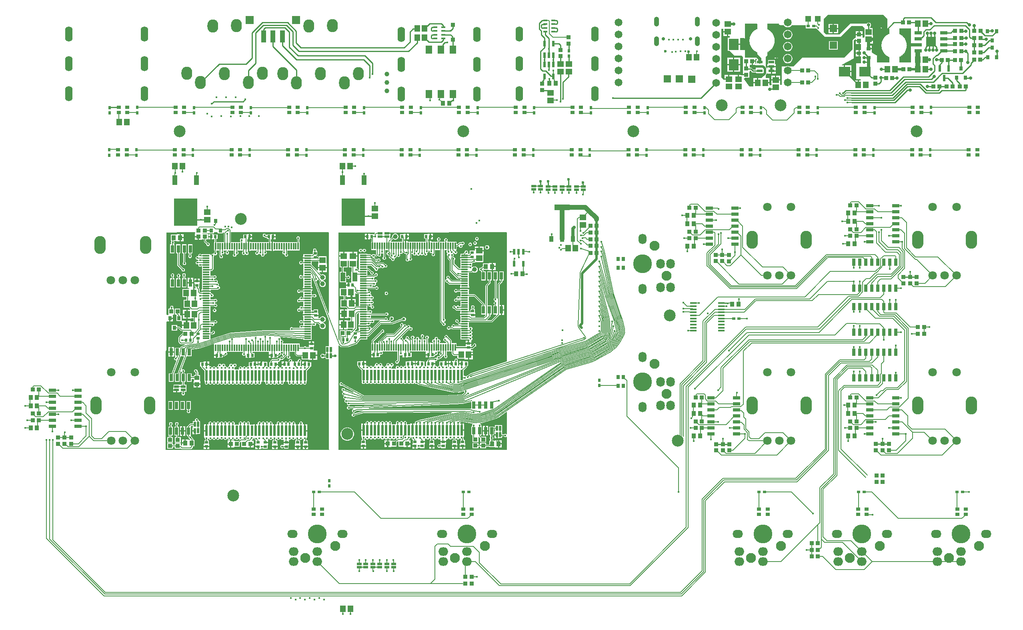
<source format=gtl>
G04*
G04 #@! TF.GenerationSoftware,Altium Limited,Altium Designer,24.2.2 (26)*
G04*
G04 Layer_Physical_Order=1*
G04 Layer_Color=255*
%FSLAX25Y25*%
%MOIN*%
G70*
G04*
G04 #@! TF.SameCoordinates,5957EE86-81F1-4C7A-B0E9-50F0B43EC399*
G04*
G04*
G04 #@! TF.FilePolarity,Positive*
G04*
G01*
G75*
%ADD11C,0.00600*%
%ADD12C,0.01000*%
%ADD14C,0.00394*%
%ADD18C,0.00500*%
%ADD19R,0.05709X0.06693*%
%ADD20R,0.03543X0.01772*%
%ADD21R,0.03543X0.03937*%
%ADD22R,0.02362X0.04724*%
%ADD23R,0.03740X0.03347*%
%ADD24R,0.02362X0.02953*%
%ADD25R,0.05512X0.05118*%
%ADD26R,0.02953X0.02362*%
%ADD27R,0.02756X0.03543*%
%ADD28R,0.03543X0.02756*%
%ADD29R,0.04724X0.04724*%
%ADD30R,0.03347X0.03740*%
%ADD31R,0.09646X0.08465*%
%ADD32R,0.03543X0.03150*%
%ADD33R,0.05118X0.05512*%
%ADD34R,0.02200X0.05200*%
%ADD35R,0.03150X0.03543*%
%ADD36R,0.01968X0.27559*%
%ADD37R,0.06004X0.02756*%
%ADD38R,0.08228X0.08228*%
%ADD39R,0.04724X0.02362*%
%ADD40R,0.08465X0.09646*%
%ADD41R,0.01968X0.03937*%
%ADD42R,0.03937X0.01968*%
%ADD43R,0.03937X0.08268*%
%ADD44R,0.19291X0.23032*%
%ADD45R,0.03740X0.05118*%
%ADD46R,0.12795X0.05118*%
%ADD47R,0.06693X0.06693*%
%ADD48R,0.03937X0.10039*%
%ADD49R,0.03740X0.03543*%
%ADD50R,0.03937X0.03543*%
%ADD51R,0.01181X0.05807*%
%ADD52R,0.05807X0.01181*%
%ADD53R,0.02559X0.06496*%
%ADD54R,0.02362X0.02520*%
%ADD55R,0.02520X0.02362*%
%ADD56R,0.04724X0.05512*%
%ADD57R,0.02000X0.09000*%
%ADD58R,0.02559X0.06004*%
%ADD59R,0.04331X0.07480*%
%ADD60R,0.06102X0.02559*%
%ADD61R,0.05807X0.01772*%
%ADD62R,0.02559X0.06102*%
%ADD130C,0.00500*%
%ADD131C,0.00800*%
%ADD132C,0.02000*%
%ADD133C,0.02500*%
%ADD134C,0.04000*%
%ADD135C,0.03937*%
%ADD136C,0.03937*%
%ADD137O,0.07087X0.08268*%
%ADD138C,0.08268*%
%ADD139O,0.06693X0.08661*%
%ADD140C,0.15670*%
%ADD141O,0.08661X0.06693*%
%ADD142O,0.08268X0.07087*%
%ADD143O,0.06299X0.12598*%
%ADD144C,0.09843*%
%ADD145C,0.06500*%
%ADD146R,0.05906X0.05906*%
%ADD147O,0.04134X0.08268*%
%ADD148C,0.02756*%
%ADD149O,0.09449X0.14961*%
%ADD150C,0.07087*%
%ADD151C,0.02000*%
%ADD152O,0.09000X0.11000*%
%ADD153C,0.01575*%
%ADD154C,0.02362*%
G36*
X1967753Y1301999D02*
Y1287826D01*
X1966481D01*
Y1287220D01*
X1967965D01*
Y1289382D01*
Y1307649D01*
X1967982Y1307666D01*
X1968391Y1308278D01*
X1968534Y1308999D01*
X1968391Y1309721D01*
X1967982Y1310333D01*
X1967965Y1310345D01*
Y1314999D01*
X1971663D01*
X1972235Y1314254D01*
X1973039Y1313637D01*
X1973976Y1313249D01*
X1974981Y1313116D01*
X1975986Y1313249D01*
X1976922Y1313637D01*
X1977727Y1314254D01*
X1978299Y1314999D01*
X1989924D01*
Y1312219D01*
X1994076D01*
Y1312219D01*
X1994451D01*
Y1312219D01*
X1998604D01*
X1998604Y1312219D01*
Y1312219D01*
X1999007Y1311993D01*
X1999185Y1311815D01*
X1999231Y1311704D01*
X1999623Y1311312D01*
X1999735Y1311265D01*
X2006000Y1305000D01*
X2019000D01*
X2028000Y1314000D01*
X2037504D01*
X2039000Y1312504D01*
Y1305000D01*
X2038528Y1304528D01*
X2037303D01*
Y1306587D01*
X2031563D01*
Y1304528D01*
X2031480D01*
X2030983Y1304031D01*
X2030917D01*
X2030527Y1303953D01*
X2030196Y1303732D01*
X2029196Y1302732D01*
X2028975Y1302401D01*
X2028897Y1302011D01*
X2028897Y1294897D01*
X2021974Y1287974D01*
X1986974D01*
X1979587Y1280587D01*
X1976380D01*
X1975986Y1280751D01*
X1974981Y1280883D01*
X1973976Y1280751D01*
X1973581Y1280587D01*
X1970122D01*
Y1265311D01*
X1968815Y1265265D01*
X1968756Y1265763D01*
Y1268799D01*
X1965000D01*
X1961244D01*
Y1265740D01*
X1961644D01*
Y1265008D01*
X1960199Y1264956D01*
X1959839Y1265303D01*
Y1266499D01*
X1956280D01*
Y1267499D01*
X1959839D01*
Y1270755D01*
X1956560D01*
Y1273225D01*
X1957154Y1273820D01*
X1957508Y1274349D01*
X1957619Y1274907D01*
X1958119Y1274858D01*
Y1274519D01*
X1960981D01*
Y1276700D01*
X1961481D01*
Y1277200D01*
X1964843D01*
Y1278259D01*
Y1279940D01*
X1958119D01*
Y1278905D01*
X1957619Y1278856D01*
X1957508Y1279414D01*
X1957154Y1279943D01*
X1956560Y1280537D01*
Y1288440D01*
X1957910Y1289791D01*
Y1292157D01*
X1959091Y1292551D01*
X1960272Y1293732D01*
X1961060Y1294125D01*
X1961847Y1295306D01*
X1962634Y1296488D01*
X1963422Y1298062D01*
X1963816Y1299244D01*
X1964209Y1300818D01*
Y1301999D01*
Y1303181D01*
X1963816Y1304755D01*
X1963422Y1305936D01*
X1962634Y1307511D01*
X1961847Y1308692D01*
X1961060Y1309873D01*
X1960272Y1310267D01*
X1959091Y1311448D01*
X1957910Y1311842D01*
Y1316173D01*
X1967753D01*
Y1301999D01*
D02*
G37*
G36*
X1949249Y1311842D02*
X1948068Y1311448D01*
X1946886Y1310267D01*
X1946099Y1309873D01*
X1945312Y1308692D01*
X1944524Y1307511D01*
X1943737Y1305936D01*
X1943343Y1304755D01*
X1942949Y1303181D01*
Y1301999D01*
Y1300818D01*
X1943343Y1299244D01*
X1943737Y1298062D01*
X1944524Y1296488D01*
X1945312Y1295306D01*
X1946099Y1294125D01*
X1946886Y1293732D01*
X1948068Y1292551D01*
X1949249Y1292157D01*
Y1287826D01*
X1939406D01*
Y1301499D01*
X1939194D01*
Y1294000D01*
X1935213Y1294000D01*
Y1298429D01*
X1929981D01*
Y1299429D01*
X1935213D01*
Y1304000D01*
X1938694D01*
X1939194Y1303518D01*
Y1302499D01*
X1939406D01*
Y1316173D01*
X1949249D01*
Y1311842D01*
D02*
G37*
G36*
X2077772Y1298000D02*
Y1283827D01*
X2067929D01*
Y1288157D01*
X2069110Y1288551D01*
X2070291Y1289732D01*
X2071079Y1290126D01*
X2071866Y1291307D01*
X2072654Y1292488D01*
X2073441Y1294063D01*
X2073835Y1295244D01*
X2074228Y1296819D01*
Y1298000D01*
Y1299181D01*
X2073835Y1300756D01*
X2073441Y1301937D01*
X2072654Y1303512D01*
X2071866Y1304693D01*
X2071079Y1305874D01*
X2070291Y1306268D01*
X2069110Y1307449D01*
X2067929Y1307843D01*
Y1312173D01*
X2077772D01*
Y1298000D01*
D02*
G37*
G36*
X2058000Y1320000D02*
X2057981Y1312173D01*
X2059268D01*
Y1307843D01*
X2058087Y1307449D01*
X2056906Y1306268D01*
X2056118Y1305874D01*
X2055331Y1304693D01*
X2054543Y1303512D01*
X2053756Y1301937D01*
X2053362Y1300756D01*
X2052968Y1299181D01*
Y1298000D01*
Y1296819D01*
X2053362Y1295244D01*
X2053756Y1294063D01*
X2054543Y1292488D01*
X2055331Y1291307D01*
X2056118Y1290126D01*
X2056906Y1289732D01*
X2058087Y1288551D01*
X2059268Y1288157D01*
Y1283827D01*
X2049425D01*
Y1297500D01*
X2049213D01*
Y1290219D01*
X2048783Y1289963D01*
X2045000Y1292000D01*
Y1292665D01*
X2045110D01*
Y1294740D01*
X2042339D01*
Y1295740D01*
X2045110D01*
Y1297815D01*
X2042339D01*
Y1299441D01*
X2046157D01*
Y1302500D01*
X2042402D01*
Y1303500D01*
X2046157D01*
Y1306559D01*
X2045757D01*
Y1312458D01*
X2043523D01*
Y1313324D01*
X2044078Y1313880D01*
X2044379Y1314607D01*
Y1315393D01*
X2044078Y1316120D01*
X2043522Y1316677D01*
X2042795Y1316978D01*
X2042008D01*
X2041281Y1316677D01*
X2040725Y1316120D01*
X2040675Y1316000D01*
X2027000D01*
X2018000Y1307000D01*
X2007000D01*
X2005000Y1309000D01*
Y1320000D01*
X2008384Y1323384D01*
X2054616D01*
X2058000Y1320000D01*
D02*
G37*
G36*
X1949351Y1286462D02*
X1949144Y1285962D01*
X1948676D01*
Y1282975D01*
X1948619Y1282918D01*
X1948411Y1282895D01*
X1948019Y1283242D01*
Y1284361D01*
X1945846D01*
Y1281991D01*
X1948019D01*
X1948276Y1281598D01*
Y1280940D01*
X1951638D01*
Y1279940D01*
X1948276D01*
Y1278259D01*
X1948276D01*
X1948125Y1277822D01*
X1946379D01*
X1944968Y1279233D01*
X1944604Y1279477D01*
X1944175Y1279562D01*
X1944175Y1279562D01*
X1943501D01*
Y1281991D01*
X1944846D01*
Y1284861D01*
X1945346D01*
Y1285361D01*
X1948019D01*
Y1286807D01*
X1949006D01*
X1949351Y1286462D01*
D02*
G37*
G36*
X1921225Y1309999D02*
X1924981D01*
Y1309499D01*
X1925481D01*
Y1305940D01*
X1926560D01*
Y1304351D01*
X1925149D01*
Y1293506D01*
X1926560D01*
Y1293440D01*
X1930560Y1289440D01*
X1936560D01*
X1937560Y1288440D01*
X1937560Y1273559D01*
X1934481D01*
Y1269999D01*
X1933481D01*
Y1273559D01*
X1930225D01*
Y1273559D01*
X1929737D01*
Y1273559D01*
X1926481D01*
Y1269999D01*
X1925981D01*
Y1269499D01*
X1922225D01*
Y1269409D01*
X1921763Y1269217D01*
X1919560Y1271421D01*
X1919560Y1311999D01*
X1921225D01*
Y1309999D01*
D02*
G37*
G36*
X2031563Y1302468D02*
X2034433D01*
Y1301968D01*
X2034933D01*
Y1299295D01*
X2035917D01*
Y1294075D01*
X2034965D01*
Y1291500D01*
Y1288925D01*
X2035917D01*
Y1283011D01*
X2031917Y1283011D01*
Y1281203D01*
Y1269724D01*
X2035547Y1269694D01*
X2035886Y1269514D01*
X2035913Y1269318D01*
X2035504Y1268854D01*
X2034252D01*
Y1265098D01*
X2033252D01*
Y1268854D01*
X2030193D01*
X2030193Y1268854D01*
Y1268854D01*
X2029752Y1269019D01*
X2027976Y1270675D01*
X2028095Y1270978D01*
X2028095D01*
Y1275710D01*
X2022272D01*
Y1276210D01*
X2021773D01*
Y1281442D01*
X2020272D01*
X2020148Y1281927D01*
X2029917Y1287267D01*
X2029917Y1302011D01*
X2030917Y1303011D01*
X2031563D01*
Y1302468D01*
D02*
G37*
G36*
X1945122Y1275907D02*
X1945122Y1275907D01*
X1945485Y1275664D01*
X1945915Y1275579D01*
X1948676D01*
Y1274919D01*
X1954560D01*
Y1272440D01*
X1953330Y1270755D01*
X1950481D01*
Y1266999D01*
X1949981D01*
Y1266499D01*
X1946422D01*
Y1263999D01*
X1942884Y1263999D01*
X1938374Y1270043D01*
X1939427Y1271325D01*
X1942974D01*
Y1275644D01*
X1943501Y1276285D01*
Y1276821D01*
X1944000Y1277028D01*
X1945122Y1275907D01*
D02*
G37*
G36*
X1631158Y1141765D02*
X1630796Y1141403D01*
X1630608Y1141122D01*
X1630542Y1140790D01*
Y1140425D01*
X1630513Y1140406D01*
X1630013Y1140674D01*
Y1140742D01*
X1626949D01*
Y1141142D01*
X1625268D01*
Y1138882D01*
Y1136622D01*
X1626949D01*
Y1137022D01*
X1628185D01*
Y1134661D01*
X1627861D01*
Y1127654D01*
X1632122D01*
Y1124120D01*
X1631500Y1123499D01*
X1631473D01*
X1631197Y1123683D01*
X1631006Y1123721D01*
X1631005Y1123722D01*
X1630613Y1124114D01*
X1630101Y1124326D01*
X1629546D01*
X1629034Y1124114D01*
X1628642Y1123722D01*
X1628625Y1123681D01*
X1628135Y1123584D01*
X1627775Y1123944D01*
X1627493Y1124131D01*
X1627162Y1124197D01*
X1624728D01*
Y1124521D01*
X1617721D01*
Y1120172D01*
Y1116235D01*
Y1111503D01*
X1617259Y1111311D01*
X1616922Y1111649D01*
X1616922Y1111649D01*
X1616640Y1111837D01*
X1616640Y1111837D01*
X1616640Y1111837D01*
X1616583Y1111848D01*
X1616511Y1112021D01*
X1616119Y1112413D01*
X1615760Y1112561D01*
X1615859Y1113061D01*
X1616064D01*
Y1118961D01*
X1616464D01*
Y1122020D01*
X1612709D01*
Y1122520D01*
X1612209D01*
Y1126079D01*
X1609265D01*
X1608792Y1126143D01*
X1608479Y1126143D01*
X1605536D01*
Y1122584D01*
X1605036D01*
Y1122084D01*
X1601280D01*
Y1119025D01*
X1601680D01*
Y1113126D01*
X1603209D01*
Y1109361D01*
X1601622D01*
Y1100680D01*
X1606370D01*
X1606854Y1100642D01*
X1606854Y1100180D01*
Y1098882D01*
X1608535D01*
Y1100642D01*
X1607637D01*
X1607153Y1100680D01*
X1607153Y1104107D01*
X1607879D01*
X1608194Y1103793D01*
X1608706Y1103580D01*
X1609260D01*
X1609773Y1103793D01*
X1610165Y1104185D01*
X1610377Y1104697D01*
Y1105251D01*
X1610165Y1105764D01*
X1609773Y1106156D01*
X1609260Y1106368D01*
X1608706D01*
X1608194Y1106156D01*
X1607879Y1105841D01*
X1607153D01*
Y1109361D01*
X1604942D01*
Y1113085D01*
X1604982Y1113126D01*
X1608392D01*
Y1118541D01*
X1608892Y1118969D01*
X1608953Y1118961D01*
X1608999D01*
X1609353Y1118607D01*
Y1113061D01*
X1611775D01*
Y1109361D01*
X1611465D01*
Y1101039D01*
X1611229Y1100661D01*
X1610981Y1100642D01*
X1609535D01*
Y1098382D01*
X1609035D01*
Y1097882D01*
X1606854D01*
Y1096122D01*
X1606575Y1095738D01*
X1601691D01*
Y1089026D01*
X1604984D01*
Y1086569D01*
X1602388D01*
Y1079857D01*
X1607087D01*
X1608175Y1078769D01*
X1607983Y1078307D01*
X1605850D01*
Y1074551D01*
Y1070795D01*
X1608713D01*
Y1071195D01*
X1610783D01*
Y1068738D01*
X1608409D01*
Y1069138D01*
X1605350D01*
Y1065382D01*
Y1061626D01*
X1608409D01*
Y1062026D01*
X1612837D01*
X1613029Y1061564D01*
X1611832Y1060367D01*
X1611332Y1060575D01*
Y1060852D01*
X1606786D01*
Y1055912D01*
X1607133D01*
Y1055342D01*
X1606717Y1055142D01*
X1605035D01*
Y1052882D01*
X1604035D01*
Y1055142D01*
X1603471D01*
Y1055912D01*
X1606214D01*
Y1060852D01*
X1601668D01*
Y1055912D01*
X1601738D01*
Y1052137D01*
X1601238Y1052043D01*
X1600709Y1053404D01*
Y1142220D01*
X1630951Y1142265D01*
X1631158Y1141765D01*
D02*
G37*
G36*
X1592833Y1142172D02*
Y1075019D01*
X1592342Y1074926D01*
X1581983Y1101575D01*
X1582265Y1101988D01*
X1582277D01*
X1582790Y1102200D01*
X1583181Y1102592D01*
X1583317Y1102920D01*
X1583846Y1103022D01*
X1583859Y1103020D01*
X1585389Y1100862D01*
X1585106Y1100373D01*
X1584931Y1099720D01*
Y1099044D01*
X1585106Y1098390D01*
X1585445Y1097805D01*
X1585923Y1097327D01*
X1586509Y1096988D01*
X1587162Y1096813D01*
X1587838D01*
X1588491Y1096988D01*
X1589077Y1097327D01*
X1589555Y1097805D01*
X1589894Y1098390D01*
X1590069Y1099044D01*
Y1099720D01*
X1589894Y1100373D01*
X1589555Y1100959D01*
X1589077Y1101437D01*
X1588491Y1101775D01*
X1588127Y1101873D01*
Y1102391D01*
X1588491Y1102488D01*
X1589077Y1102827D01*
X1589555Y1103305D01*
X1589894Y1103891D01*
X1590069Y1104544D01*
Y1105220D01*
X1589894Y1105873D01*
X1589555Y1106459D01*
X1589077Y1106937D01*
X1588491Y1107275D01*
X1587838Y1107450D01*
X1587162D01*
X1586509Y1107275D01*
X1586420Y1107224D01*
X1584821Y1108856D01*
X1585015Y1109317D01*
X1586833D01*
Y1112376D01*
X1583578D01*
Y1110788D01*
X1583115Y1110599D01*
X1579360Y1114434D01*
X1579018Y1114799D01*
X1579009Y1114813D01*
X1578925Y1114869D01*
X1578707Y1115034D01*
X1578632Y1115081D01*
X1578455Y1115190D01*
Y1118108D01*
X1583978D01*
Y1116435D01*
X1583578D01*
Y1113376D01*
X1591089D01*
Y1116435D01*
X1590689D01*
Y1122334D01*
X1583978D01*
Y1119841D01*
X1583436D01*
Y1120963D01*
X1581176D01*
Y1121963D01*
X1583436D01*
Y1123644D01*
X1583036D01*
Y1126709D01*
X1582645D01*
X1582310Y1127209D01*
X1582327Y1127249D01*
Y1127803D01*
X1582115Y1128315D01*
X1581723Y1128707D01*
X1581211Y1128920D01*
X1580656D01*
X1580144Y1128707D01*
X1579752Y1128315D01*
X1579540Y1127803D01*
Y1127249D01*
X1579556Y1127209D01*
X1579316Y1126709D01*
X1579316D01*
Y1124372D01*
X1578955Y1124011D01*
X1578455Y1124102D01*
Y1124102D01*
X1571448D01*
Y1122534D01*
X1571048D01*
Y1121443D01*
X1574952D01*
Y1120443D01*
X1571048D01*
Y1119353D01*
X1571448D01*
Y1117883D01*
X1570448D01*
X1570123Y1118207D01*
X1569611Y1118420D01*
X1569056D01*
X1568544Y1118207D01*
X1568152Y1117815D01*
X1567940Y1117303D01*
Y1116749D01*
X1568152Y1116236D01*
X1568544Y1115844D01*
X1569056Y1115632D01*
X1569611D01*
X1570123Y1115844D01*
X1570428Y1116149D01*
X1571448D01*
Y1113847D01*
Y1109910D01*
Y1106062D01*
X1570490D01*
X1570476Y1106095D01*
X1570084Y1106487D01*
X1569572Y1106699D01*
X1569018D01*
X1568505Y1106487D01*
X1568113Y1106095D01*
X1567901Y1105582D01*
Y1105028D01*
X1568113Y1104516D01*
X1568505Y1104124D01*
X1569018Y1103911D01*
X1569572D01*
X1570084Y1104124D01*
X1570289Y1104328D01*
X1571448D01*
Y1102036D01*
Y1096943D01*
X1571048D01*
Y1095853D01*
X1578855D01*
Y1096943D01*
X1578455D01*
Y1100068D01*
Y1104519D01*
X1578947Y1104611D01*
X1579578Y1102981D01*
X1579746Y1102520D01*
X1579740Y1102507D01*
X1579740Y1102507D01*
X1579741Y1102503D01*
X1579741Y1102504D01*
X1579936Y1102056D01*
X1579939Y1102049D01*
X1579939Y1102048D01*
X1592833Y1068878D01*
Y1047462D01*
X1589916D01*
Y1042325D01*
X1589916D01*
Y1041950D01*
X1589916D01*
Y1040503D01*
X1588897D01*
X1588509Y1040892D01*
X1587854Y1041163D01*
X1587146D01*
X1586491Y1040892D01*
X1585990Y1040391D01*
X1585719Y1039736D01*
Y1039028D01*
X1585990Y1038373D01*
X1586491Y1037872D01*
X1587146Y1037601D01*
X1587854D01*
X1588509Y1037872D01*
X1588897Y1038260D01*
X1589916D01*
Y1036813D01*
X1592833D01*
Y961526D01*
X1592871Y961488D01*
X1592680Y961026D01*
X1456625D01*
Y1042935D01*
X1456812Y1043180D01*
X1457310Y1044380D01*
X1457480Y1045669D01*
Y1067632D01*
X1457685Y1068047D01*
X1457980Y1068047D01*
X1459760D01*
Y1070819D01*
X1460260D01*
Y1071319D01*
X1462835D01*
Y1073412D01*
X1462835Y1073590D01*
X1463202Y1073912D01*
X1463714D01*
Y1078852D01*
X1463415D01*
X1463081Y1079352D01*
X1463164Y1079552D01*
Y1080106D01*
X1462952Y1080619D01*
X1462560Y1081011D01*
X1462047Y1081223D01*
X1461493D01*
X1460981Y1081011D01*
X1460589Y1080619D01*
X1460376Y1080106D01*
Y1079552D01*
X1460459Y1079352D01*
X1460125Y1078852D01*
X1459168D01*
Y1074091D01*
X1459168Y1073912D01*
X1458801Y1073590D01*
X1457685Y1073591D01*
X1457480Y1074005D01*
Y1142326D01*
X1474755Y1142352D01*
X1481011Y1142361D01*
X1481395Y1141951D01*
X1481362Y1141577D01*
X1481130Y1141437D01*
X1481130Y1141367D01*
X1481130Y1141367D01*
Y1139264D01*
X1484000D01*
Y1138764D01*
X1484500D01*
Y1136090D01*
X1486788D01*
X1486788Y1136090D01*
X1486870D01*
X1487111Y1136491D01*
X1487370Y1136491D01*
X1488633D01*
Y1134882D01*
X1488699Y1134550D01*
X1488887Y1134269D01*
X1490606Y1132550D01*
Y1132105D01*
X1490819Y1131592D01*
X1491210Y1131200D01*
X1491723Y1130988D01*
X1492277D01*
X1492789Y1131200D01*
X1493182Y1131592D01*
X1493394Y1132105D01*
Y1132659D01*
X1493182Y1133171D01*
X1492789Y1133563D01*
X1492277Y1133776D01*
X1491832D01*
X1490367Y1135241D01*
Y1136491D01*
X1491970D01*
Y1141037D01*
X1487614Y1141037D01*
X1487355Y1141416D01*
X1487487Y1141609D01*
X1491970D01*
Y1141932D01*
X1492085Y1141979D01*
X1492585Y1141645D01*
Y1141573D01*
X1496935D01*
Y1142384D01*
X1499712Y1142388D01*
X1500065Y1142035D01*
Y1141573D01*
X1504415D01*
Y1142139D01*
X1504915Y1142292D01*
X1505173Y1142042D01*
X1505235Y1141897D01*
Y1134242D01*
X1499094D01*
Y1136827D01*
X1499906D01*
Y1140547D01*
X1496841D01*
Y1140947D01*
X1495160D01*
Y1138687D01*
Y1136427D01*
X1496841D01*
Y1136827D01*
X1497360D01*
Y1134242D01*
X1497036D01*
Y1127235D01*
X1497305D01*
Y1125814D01*
X1496986Y1125496D01*
X1496774Y1124984D01*
Y1124734D01*
X1496282Y1124410D01*
X1496048Y1124507D01*
X1495493D01*
X1494981Y1124295D01*
X1494589Y1123903D01*
X1494377Y1123390D01*
X1493904Y1123456D01*
Y1124102D01*
X1486897D01*
Y1124072D01*
X1486397Y1123933D01*
X1486123Y1124207D01*
X1485611Y1124420D01*
X1485056D01*
X1484544Y1124207D01*
X1484152Y1123815D01*
X1483940Y1123303D01*
Y1122749D01*
X1483951Y1122721D01*
X1483569Y1122338D01*
X1483429Y1122396D01*
X1482875D01*
X1482363Y1122183D01*
X1481971Y1121791D01*
X1481758Y1121279D01*
Y1120725D01*
X1481971Y1120212D01*
X1482363Y1119820D01*
X1482875Y1119608D01*
X1483429D01*
X1483513Y1119643D01*
X1483704Y1119519D01*
X1483940Y1119278D01*
Y1118812D01*
X1483951Y1118784D01*
X1483569Y1118401D01*
X1483429Y1118459D01*
X1482875D01*
X1482363Y1118246D01*
X1481971Y1117854D01*
X1481758Y1117342D01*
Y1116788D01*
X1481971Y1116275D01*
X1482363Y1115883D01*
X1482875Y1115671D01*
X1483429D01*
X1483513Y1115706D01*
X1483704Y1115582D01*
X1483940Y1115341D01*
Y1114875D01*
X1484152Y1114362D01*
X1484544Y1113970D01*
X1485056Y1113758D01*
X1485611D01*
X1486123Y1113970D01*
X1486380Y1114228D01*
X1486897D01*
Y1111879D01*
Y1107942D01*
Y1104004D01*
Y1100068D01*
Y1094975D01*
X1486497D01*
Y1093884D01*
X1494304D01*
Y1094541D01*
X1499615D01*
X1499946Y1094607D01*
X1500228Y1094795D01*
X1500296Y1094863D01*
X1500741D01*
X1501254Y1095076D01*
X1501646Y1095468D01*
X1501858Y1095980D01*
Y1096534D01*
X1501646Y1097047D01*
X1501254Y1097439D01*
X1500916Y1097578D01*
X1500765Y1098048D01*
X1500770Y1098139D01*
X1500804Y1098173D01*
X1501017Y1098686D01*
Y1099240D01*
X1500804Y1099752D01*
X1500412Y1100144D01*
X1500142Y1100257D01*
X1499911Y1100588D01*
X1499923Y1100847D01*
X1500064Y1101186D01*
Y1101740D01*
X1499852Y1102252D01*
X1499459Y1102644D01*
X1498947Y1102857D01*
X1498393D01*
X1497880Y1102644D01*
X1497583Y1102347D01*
X1497149Y1102374D01*
X1497139Y1102378D01*
X1496897Y1102879D01*
X1496943Y1102989D01*
Y1103451D01*
X1497184Y1103697D01*
X1497371Y1103815D01*
X1497385Y1103809D01*
X1497939D01*
X1498452Y1104022D01*
X1498844Y1104414D01*
X1499056Y1104926D01*
Y1105480D01*
X1498844Y1105993D01*
X1498452Y1106385D01*
X1497939Y1106597D01*
X1497385D01*
X1496873Y1106385D01*
X1496550Y1106062D01*
X1493904D01*
Y1110234D01*
X1494908D01*
X1495240Y1110300D01*
X1495521Y1110488D01*
X1496446Y1111413D01*
X1496634Y1111694D01*
X1496700Y1112026D01*
Y1122072D01*
X1496952Y1122324D01*
X1497164Y1122836D01*
Y1123086D01*
X1497656Y1123410D01*
X1497891Y1123313D01*
X1498445D01*
X1498957Y1123525D01*
X1499349Y1123917D01*
X1499562Y1124429D01*
Y1124984D01*
X1499349Y1125496D01*
X1499038Y1125807D01*
Y1127235D01*
X1501298D01*
Y1123260D01*
X1501363Y1122928D01*
X1501551Y1122647D01*
X1501667Y1122532D01*
X1501613Y1122403D01*
Y1121849D01*
X1501826Y1121336D01*
X1502218Y1120944D01*
X1502730Y1120732D01*
X1503284D01*
X1503797Y1120944D01*
X1504189Y1121336D01*
X1504401Y1121849D01*
Y1122403D01*
X1504189Y1122915D01*
X1503797Y1123307D01*
X1503284Y1123520D01*
X1503200Y1123938D01*
X1503633Y1124177D01*
X1503893Y1124069D01*
X1504447D01*
X1504959Y1124281D01*
X1505352Y1124673D01*
X1505564Y1125186D01*
Y1125740D01*
X1505352Y1126252D01*
X1505015Y1126589D01*
Y1127235D01*
X1507525D01*
X1507625Y1126735D01*
X1507211Y1126563D01*
X1506818Y1126171D01*
X1506606Y1125659D01*
Y1125105D01*
X1506818Y1124592D01*
X1507211Y1124200D01*
X1507723Y1123988D01*
X1508277D01*
X1508790Y1124200D01*
X1509181Y1124592D01*
X1509394Y1125105D01*
Y1125659D01*
X1509181Y1126171D01*
X1508790Y1126563D01*
X1508375Y1126735D01*
X1508475Y1127235D01*
X1513186D01*
Y1124451D01*
X1512954Y1124219D01*
X1512741Y1123707D01*
Y1123153D01*
X1512954Y1122640D01*
X1513346Y1122248D01*
X1513858Y1122036D01*
X1514412D01*
X1514925Y1122248D01*
X1515317Y1122640D01*
X1515529Y1123153D01*
Y1123351D01*
X1515693Y1123744D01*
X1515991Y1123813D01*
X1516276D01*
X1516788Y1124025D01*
X1517181Y1124417D01*
X1517393Y1124929D01*
Y1125484D01*
X1517181Y1125996D01*
X1516835Y1126341D01*
Y1127235D01*
X1520890D01*
Y1126148D01*
X1520881Y1126144D01*
X1520488Y1125752D01*
X1520276Y1125240D01*
Y1124686D01*
X1520488Y1124173D01*
X1520881Y1123781D01*
X1521393Y1123569D01*
X1521947D01*
X1522460Y1123781D01*
X1522770Y1124092D01*
X1522992Y1124158D01*
X1523370Y1124118D01*
X1523644Y1123844D01*
X1524156Y1123632D01*
X1524711D01*
X1525223Y1123844D01*
X1525615Y1124236D01*
X1525827Y1124749D01*
Y1125303D01*
X1525615Y1125815D01*
X1525223Y1126207D01*
X1524915Y1126335D01*
X1525014Y1126835D01*
X1525286D01*
Y1130738D01*
Y1134642D01*
X1524684D01*
Y1136427D01*
X1526089D01*
Y1138687D01*
Y1140947D01*
X1524408D01*
Y1140547D01*
X1521344D01*
Y1137254D01*
X1520844Y1137047D01*
X1520790Y1137101D01*
X1520277Y1137313D01*
X1519723D01*
X1519211Y1137101D01*
X1518818Y1136709D01*
X1518606Y1136197D01*
Y1135642D01*
X1518818Y1135130D01*
X1519014Y1134934D01*
Y1134242D01*
X1511109D01*
Y1142405D01*
X1592480Y1142525D01*
X1592833Y1142172D01*
D02*
G37*
G36*
X1741150Y1142074D02*
Y1034667D01*
X1710289Y1024676D01*
X1710287Y1024674D01*
X1710093Y1024636D01*
X1709602Y1024308D01*
X1709304Y1024108D01*
X1709233Y1024002D01*
X1708907Y1023627D01*
X1708589Y1023276D01*
X1708223D01*
X1707710Y1023063D01*
X1707318Y1022671D01*
X1707311Y1022653D01*
X1706744Y1022513D01*
X1706231Y1022725D01*
X1705677D01*
X1705545Y1022670D01*
X1705045Y1023004D01*
Y1027496D01*
X1707577Y1030029D01*
X1707765Y1030310D01*
X1707831Y1030642D01*
X1708133Y1031022D01*
X1708746D01*
Y1034742D01*
X1705681D01*
Y1035142D01*
X1704000D01*
Y1032882D01*
X1703500D01*
Y1032382D01*
X1701319D01*
Y1031407D01*
X1700819Y1031112D01*
X1700548Y1031224D01*
X1700246D01*
Y1034742D01*
X1700233D01*
X1699983Y1035242D01*
X1700127Y1035589D01*
Y1036143D01*
X1699969Y1036526D01*
X1700143Y1036907D01*
X1700252Y1037026D01*
X1705591D01*
Y1036626D01*
X1708650D01*
Y1040382D01*
X1709150D01*
Y1040882D01*
X1712709D01*
Y1044138D01*
X1710949D01*
X1710860Y1044601D01*
X1710860D01*
Y1045260D01*
X1712070D01*
X1712070Y1045260D01*
X1712499Y1045346D01*
X1712863Y1045589D01*
X1714301Y1047027D01*
X1714386D01*
X1714898Y1047239D01*
X1715290Y1047631D01*
X1715502Y1048143D01*
Y1048698D01*
X1715290Y1049210D01*
X1714898Y1049602D01*
X1714386Y1049814D01*
X1713831D01*
X1713319Y1049602D01*
X1712927Y1049210D01*
X1712715Y1048698D01*
Y1048613D01*
X1711754Y1047653D01*
X1711260Y1047865D01*
Y1049347D01*
X1709000D01*
X1706740D01*
Y1047665D01*
X1706307Y1047503D01*
X1699139D01*
Y1050110D01*
X1694879D01*
Y1052074D01*
X1694813Y1052406D01*
X1694625Y1052687D01*
X1691894Y1055418D01*
Y1055659D01*
X1691681Y1056171D01*
X1691290Y1056563D01*
X1690777Y1056776D01*
X1690223D01*
X1689710Y1056563D01*
X1689318Y1056171D01*
X1689106Y1055659D01*
Y1055105D01*
X1689243Y1054776D01*
X1689231Y1054476D01*
X1689014Y1054189D01*
X1688711Y1054063D01*
X1688318Y1053671D01*
X1688106Y1053159D01*
Y1052605D01*
X1688318Y1052092D01*
X1688711Y1051700D01*
X1689223Y1051488D01*
X1689668D01*
X1690585Y1050572D01*
X1690393Y1050110D01*
X1685036D01*
Y1050778D01*
X1685327Y1051069D01*
X1685539Y1051581D01*
Y1052135D01*
X1685327Y1052648D01*
X1684935Y1053040D01*
X1684423Y1053252D01*
X1684007D01*
X1683729Y1053478D01*
X1683602Y1053683D01*
Y1054136D01*
X1683390Y1054648D01*
X1682998Y1055040D01*
X1682486Y1055252D01*
X1681931D01*
X1681419Y1055040D01*
X1681027Y1054648D01*
X1680815Y1054136D01*
Y1053657D01*
X1680633Y1053434D01*
X1680410Y1053252D01*
X1679931D01*
X1679419Y1053040D01*
X1679027Y1052648D01*
X1678815Y1052135D01*
Y1051581D01*
X1679027Y1051069D01*
X1679366Y1050730D01*
Y1050110D01*
X1677886D01*
Y1050510D01*
X1676795D01*
Y1046606D01*
X1675795D01*
Y1050510D01*
X1675280D01*
Y1053697D01*
X1675290Y1053700D01*
X1675681Y1054092D01*
X1675894Y1054605D01*
Y1055159D01*
X1675681Y1055671D01*
X1675290Y1056063D01*
X1674777Y1056276D01*
X1674223D01*
X1673710Y1056063D01*
X1673318Y1055671D01*
X1673106Y1055159D01*
Y1054605D01*
X1673318Y1054092D01*
X1673539Y1053872D01*
X1673502Y1053383D01*
X1673047Y1053129D01*
X1672750Y1053252D01*
X1672195D01*
X1671811Y1053093D01*
X1671311Y1053322D01*
Y1054760D01*
X1671377Y1054788D01*
X1671769Y1055180D01*
X1671981Y1055692D01*
Y1056246D01*
X1671769Y1056758D01*
X1671377Y1057151D01*
X1670864Y1057363D01*
X1670310D01*
X1669798Y1057151D01*
X1669406Y1056758D01*
X1669193Y1056246D01*
Y1055692D01*
X1669406Y1055180D01*
X1669578Y1055007D01*
Y1053302D01*
X1669078Y1053085D01*
X1668675Y1053252D01*
X1668259D01*
X1667981Y1053478D01*
X1667854Y1053683D01*
Y1054136D01*
X1667642Y1054648D01*
X1667250Y1055040D01*
X1666738Y1055252D01*
X1666183D01*
X1665671Y1055040D01*
X1665279Y1054648D01*
X1665067Y1054136D01*
Y1053657D01*
X1664885Y1053434D01*
X1664662Y1053252D01*
X1664183D01*
X1663914Y1053140D01*
X1663485Y1053388D01*
X1663443Y1053854D01*
X1663681Y1054092D01*
X1663894Y1054605D01*
Y1055159D01*
X1663681Y1055671D01*
X1663289Y1056063D01*
X1662777Y1056276D01*
X1662223D01*
X1661711Y1056063D01*
X1661319Y1055671D01*
X1661106Y1055159D01*
Y1054605D01*
X1661319Y1054092D01*
X1661641Y1053770D01*
Y1052796D01*
X1661141Y1052644D01*
X1661136Y1052651D01*
X1659440Y1054347D01*
Y1054792D01*
X1659228Y1055305D01*
X1658836Y1055697D01*
X1658324Y1055909D01*
X1657770D01*
X1657257Y1055697D01*
X1656865Y1055305D01*
X1656653Y1054792D01*
Y1054238D01*
X1656704Y1054114D01*
X1656431Y1053614D01*
X1655919Y1053402D01*
X1655527Y1053010D01*
X1655521Y1052996D01*
X1654932Y1052879D01*
X1654296Y1053515D01*
Y1053960D01*
X1654083Y1054473D01*
X1653691Y1054865D01*
X1653657Y1054879D01*
X1653540Y1055468D01*
X1659087Y1061015D01*
X1659896D01*
X1660210Y1060700D01*
X1660723Y1060488D01*
X1661277D01*
X1661790Y1060700D01*
X1662181Y1061092D01*
X1662394Y1061605D01*
Y1062159D01*
X1662181Y1062671D01*
X1661790Y1063063D01*
X1661277Y1063276D01*
X1660891D01*
X1660640Y1063401D01*
X1660443Y1063701D01*
Y1064054D01*
X1660230Y1064566D01*
X1659838Y1064958D01*
X1659326Y1065170D01*
X1658772D01*
X1658260Y1064958D01*
X1657868Y1064566D01*
X1657865Y1064566D01*
X1657382Y1064657D01*
X1657366Y1064663D01*
X1657156Y1065171D01*
X1656764Y1065563D01*
X1656251Y1065776D01*
X1655697D01*
X1655394Y1065650D01*
X1655074Y1065656D01*
X1654800Y1065886D01*
X1654682Y1066171D01*
X1654289Y1066563D01*
X1653777Y1066776D01*
X1653223D01*
X1652711Y1066563D01*
X1652319Y1066171D01*
X1652106Y1065659D01*
Y1065105D01*
X1652319Y1064592D01*
X1652633Y1064277D01*
Y1064241D01*
X1646641Y1058249D01*
X1641000D01*
X1640668Y1058183D01*
X1640387Y1057995D01*
X1634344Y1051951D01*
X1634156Y1051670D01*
X1634090Y1051338D01*
Y1050110D01*
X1632610D01*
Y1050510D01*
X1631520D01*
Y1046606D01*
X1630519D01*
Y1050510D01*
X1629918D01*
Y1051400D01*
X1637245Y1058727D01*
X1637691D01*
X1638203Y1058939D01*
X1638595Y1059331D01*
X1638807Y1059843D01*
Y1060398D01*
X1638595Y1060910D01*
X1638203Y1061302D01*
X1637691Y1061514D01*
X1637136D01*
X1636624Y1061302D01*
X1636232Y1060910D01*
X1636020Y1060398D01*
Y1059952D01*
X1628438Y1052371D01*
X1628251Y1052090D01*
X1628185Y1051758D01*
Y1050110D01*
X1627861D01*
Y1043139D01*
X1627854Y1042650D01*
X1627854Y1042642D01*
X1627854D01*
Y1040882D01*
X1630035D01*
Y1040382D01*
X1630535D01*
Y1038122D01*
X1632216D01*
Y1038522D01*
X1635281D01*
Y1040181D01*
X1635781Y1040499D01*
X1636012Y1040404D01*
X1636567D01*
X1637079Y1040616D01*
X1637471Y1041008D01*
X1637683Y1041520D01*
Y1042074D01*
X1637471Y1042587D01*
X1637455Y1042603D01*
X1637662Y1043103D01*
X1649838D01*
Y1035946D01*
X1649668Y1035776D01*
X1649223D01*
X1648710Y1035563D01*
X1648318Y1035171D01*
X1648106Y1034659D01*
Y1034105D01*
X1648318Y1033592D01*
X1648710Y1033200D01*
X1649223Y1032988D01*
X1649777D01*
X1650290Y1033200D01*
X1650681Y1033592D01*
X1650894Y1034105D01*
Y1034550D01*
X1651318Y1034974D01*
X1651505Y1035255D01*
X1651571Y1035587D01*
Y1039843D01*
X1652072Y1040103D01*
X1652401Y1039966D01*
X1652956D01*
X1653468Y1040178D01*
X1653587Y1040297D01*
X1654087Y1040090D01*
Y1038122D01*
X1655768D01*
Y1040382D01*
X1656768D01*
Y1038122D01*
X1658449D01*
Y1038522D01*
X1661513D01*
Y1042242D01*
X1660134D01*
X1659868Y1042691D01*
X1660089Y1043103D01*
X1673250D01*
X1673344Y1042642D01*
X1673344D01*
Y1040882D01*
X1675525D01*
Y1040382D01*
X1676025D01*
Y1038122D01*
X1677706D01*
Y1038522D01*
X1680771D01*
Y1039535D01*
X1681002Y1039581D01*
X1681283Y1039769D01*
X1681841Y1040327D01*
X1682286D01*
X1682798Y1040539D01*
X1683190Y1040931D01*
X1683402Y1041443D01*
Y1041998D01*
X1683190Y1042510D01*
X1683097Y1042603D01*
X1683304Y1043103D01*
X1685261D01*
Y1042239D01*
X1685246Y1042233D01*
X1684854Y1041841D01*
X1684642Y1041329D01*
Y1040775D01*
X1684854Y1040262D01*
X1685171Y1039946D01*
X1685330Y1039449D01*
X1685339Y1039406D01*
X1684893Y1038960D01*
X1684789Y1039063D01*
X1684277Y1039276D01*
X1683723D01*
X1683211Y1039063D01*
X1682818Y1038671D01*
X1682606Y1038159D01*
Y1038007D01*
X1682573Y1037966D01*
X1682106Y1037714D01*
X1681793Y1037844D01*
X1681238D01*
X1680726Y1037632D01*
X1680334Y1037240D01*
X1680333Y1037237D01*
X1676489D01*
X1676157Y1037172D01*
X1675876Y1036984D01*
X1674923Y1036030D01*
X1674735Y1035749D01*
X1674669Y1035417D01*
Y1034742D01*
X1673754D01*
Y1031022D01*
X1673754Y1031022D01*
X1673755Y1030925D01*
X1673591Y1030754D01*
X1673505Y1030730D01*
X1672935Y1030791D01*
X1672714Y1031012D01*
X1672281Y1031191D01*
Y1034742D01*
X1669217D01*
Y1035142D01*
X1667535D01*
Y1032882D01*
X1667035D01*
Y1032382D01*
X1664854D01*
Y1031327D01*
X1664681Y1031206D01*
X1664181Y1031467D01*
Y1032382D01*
X1662000D01*
Y1032882D01*
X1661500D01*
Y1035142D01*
X1659819D01*
Y1034742D01*
X1656754D01*
Y1031425D01*
X1656453Y1031224D01*
X1655899D01*
X1655387Y1031012D01*
X1654995Y1030620D01*
X1654872Y1030324D01*
X1654331D01*
X1654208Y1030620D01*
X1653816Y1031012D01*
X1653304Y1031224D01*
X1652749D01*
X1652237Y1031012D01*
X1651845Y1030620D01*
X1651722Y1030324D01*
X1651181D01*
X1651059Y1030620D01*
X1650666Y1031012D01*
X1650154Y1031224D01*
X1649600D01*
X1649088Y1031012D01*
X1648696Y1030620D01*
X1648483Y1030108D01*
Y1029554D01*
X1648621Y1029222D01*
X1648361Y1028722D01*
X1645094D01*
X1644834Y1029222D01*
X1644971Y1029554D01*
Y1030108D01*
X1644967Y1030118D01*
X1645301Y1030618D01*
X1645438D01*
X1645951Y1030830D01*
X1646343Y1031222D01*
X1646555Y1031734D01*
Y1032289D01*
X1646343Y1032801D01*
X1645951Y1033193D01*
X1645438Y1033405D01*
X1644884D01*
X1644372Y1033193D01*
X1643980Y1032801D01*
X1643857Y1032505D01*
X1643316D01*
X1643193Y1032801D01*
X1642801Y1033193D01*
X1642289Y1033405D01*
X1641734D01*
X1641222Y1033193D01*
X1640830Y1032801D01*
X1640618Y1032289D01*
Y1031734D01*
X1640622Y1031724D01*
X1640288Y1031224D01*
X1640151D01*
X1639639Y1031012D01*
X1639247Y1030620D01*
X1639124Y1030324D01*
X1638583D01*
X1638460Y1030620D01*
X1638068Y1031012D01*
X1637556Y1031224D01*
X1637436D01*
X1637102Y1031724D01*
X1637106Y1031734D01*
Y1032289D01*
X1636894Y1032801D01*
X1636502Y1033193D01*
X1635990Y1033405D01*
X1635435D01*
X1634923Y1033193D01*
X1634531Y1032801D01*
X1634408Y1032505D01*
X1633867D01*
X1633744Y1032801D01*
X1633352Y1033193D01*
X1632840Y1033405D01*
X1632286D01*
X1631773Y1033193D01*
X1631381Y1032801D01*
X1631169Y1032289D01*
Y1031734D01*
X1631173Y1031724D01*
X1630839Y1031224D01*
X1630702D01*
X1630190Y1031012D01*
X1629798Y1030620D01*
X1629675Y1030324D01*
X1629134D01*
X1629011Y1030620D01*
X1628619Y1031012D01*
X1628107Y1031224D01*
X1627553D01*
X1627040Y1031012D01*
X1626648Y1030620D01*
X1626526Y1030324D01*
X1625984D01*
X1625862Y1030620D01*
X1625470Y1031012D01*
X1624957Y1031224D01*
X1624403D01*
X1624181Y1031133D01*
X1623681Y1031456D01*
Y1032382D01*
X1621500D01*
Y1032882D01*
X1621000D01*
Y1035142D01*
X1619319D01*
Y1034742D01*
X1616254D01*
Y1031022D01*
X1617169D01*
Y1030642D01*
X1617235Y1030310D01*
X1617423Y1030029D01*
X1619955Y1027496D01*
Y1018522D01*
X1620015D01*
X1620274Y1018022D01*
X1620137Y1017690D01*
Y1017136D01*
X1620349Y1016624D01*
X1620741Y1016232D01*
X1621253Y1016020D01*
X1621808D01*
X1622320Y1016232D01*
X1622712Y1016624D01*
X1622835Y1016920D01*
X1623376D01*
X1623499Y1016624D01*
X1623891Y1016232D01*
X1624403Y1016020D01*
X1624957D01*
X1625470Y1016232D01*
X1625862Y1016624D01*
X1625984Y1016920D01*
X1626526D01*
X1626648Y1016624D01*
X1627040Y1016232D01*
X1627553Y1016020D01*
X1628107D01*
X1628619Y1016232D01*
X1629011Y1016624D01*
X1629134Y1016920D01*
X1629675D01*
X1629798Y1016624D01*
X1630190Y1016232D01*
X1630702Y1016020D01*
X1631257D01*
X1631769Y1016232D01*
X1632161Y1016624D01*
X1632284Y1016920D01*
X1632825D01*
X1632948Y1016624D01*
X1633340Y1016232D01*
X1633852Y1016020D01*
X1634406D01*
X1634919Y1016232D01*
X1635311Y1016624D01*
X1635433Y1016920D01*
X1635974D01*
X1636097Y1016624D01*
X1636489Y1016232D01*
X1637001Y1016020D01*
X1637556D01*
X1638068Y1016232D01*
X1638460Y1016624D01*
X1638583Y1016920D01*
X1639124D01*
X1639247Y1016624D01*
X1639639Y1016232D01*
X1640151Y1016020D01*
X1640705D01*
X1641218Y1016232D01*
X1641610Y1016624D01*
X1641732Y1016920D01*
X1642274D01*
X1642396Y1016624D01*
X1642788Y1016232D01*
X1643301Y1016020D01*
X1643855D01*
X1644367Y1016232D01*
X1644759Y1016624D01*
X1644882Y1016920D01*
X1645423D01*
X1645546Y1016624D01*
X1645938Y1016232D01*
X1646450Y1016020D01*
X1647005D01*
X1647517Y1016232D01*
X1647909Y1016624D01*
X1648032Y1016920D01*
X1648573D01*
X1648696Y1016624D01*
X1649088Y1016232D01*
X1649600Y1016020D01*
X1650154D01*
X1650666Y1016232D01*
X1651059Y1016624D01*
X1651181Y1016920D01*
X1651722D01*
X1651845Y1016624D01*
X1652237Y1016232D01*
X1652749Y1016020D01*
X1653304D01*
X1653816Y1016232D01*
X1654208Y1016624D01*
X1654331Y1016920D01*
X1654872D01*
X1654995Y1016624D01*
X1655387Y1016232D01*
X1655899Y1016020D01*
X1656453D01*
X1656966Y1016232D01*
X1657358Y1016624D01*
X1657480Y1016920D01*
X1658022D01*
X1658144Y1016624D01*
X1658536Y1016232D01*
X1659049Y1016020D01*
X1659603D01*
X1660115Y1016232D01*
X1660507Y1016624D01*
X1660630Y1016920D01*
X1661171D01*
X1661294Y1016624D01*
X1661686Y1016232D01*
X1662198Y1016020D01*
X1662753D01*
X1663265Y1016232D01*
X1663657Y1016624D01*
X1663780Y1016920D01*
X1664321D01*
X1664444Y1016624D01*
X1664836Y1016232D01*
X1665348Y1016020D01*
X1665902D01*
X1666092Y1016098D01*
X1667670Y1015278D01*
X1667676Y1015276D01*
X1667843Y1015164D01*
X1668159Y1015101D01*
X1668218Y1015075D01*
X1676755Y1013044D01*
X1677238Y1012929D01*
X1677239Y1012927D01*
X1677238Y1012923D01*
X1677356Y1012903D01*
X1677834Y1012804D01*
X1678213Y1012726D01*
X1695428Y1009181D01*
X1695429Y1009181D01*
X1695425Y1009163D01*
X1695477Y1009147D01*
X1695914Y1009104D01*
X1697121Y1008985D01*
X1697121Y1009009D01*
X1700247Y1009009D01*
X1700271Y1008985D01*
Y1008985D01*
X1701915Y1009147D01*
X1702970Y1009467D01*
X1703033Y1009476D01*
X1705010Y1010164D01*
X1705418Y1009874D01*
Y1009803D01*
X1705630Y1009291D01*
X1705822Y1009099D01*
X1704516Y1007793D01*
X1704172Y1007468D01*
X1703858Y1007359D01*
X1703360Y1007307D01*
X1688740Y1006550D01*
X1688725Y1006546D01*
X1688709Y1006550D01*
X1622357D01*
X1621909Y1006656D01*
X1621903Y1006658D01*
X1621903Y1006658D01*
X1621903Y1006658D01*
X1621451Y1006871D01*
X1604314Y1016265D01*
Y1016317D01*
X1604102Y1016830D01*
X1603710Y1017222D01*
X1603198Y1017434D01*
X1602644D01*
X1602131Y1017222D01*
X1601739Y1016830D01*
X1601527Y1016317D01*
Y1015763D01*
X1601739Y1015251D01*
X1602131Y1014859D01*
X1602644Y1014647D01*
X1603198D01*
X1603461Y1014756D01*
X1613207Y1009413D01*
X1612997Y1008959D01*
X1606007Y1011637D01*
X1605853Y1012010D01*
X1605461Y1012402D01*
X1604948Y1012614D01*
X1604394D01*
X1603882Y1012402D01*
X1603490Y1012010D01*
X1603278Y1011498D01*
Y1010943D01*
X1603490Y1010431D01*
X1603882Y1010039D01*
X1604394Y1009827D01*
X1604630D01*
X1604729Y1009327D01*
X1604347Y1009168D01*
X1603955Y1008776D01*
X1603743Y1008264D01*
Y1007710D01*
X1603955Y1007197D01*
X1604347Y1006805D01*
X1604859Y1006593D01*
X1605178D01*
X1605293Y1006345D01*
X1605331Y1006093D01*
X1604993Y1005755D01*
X1604781Y1005243D01*
Y1004688D01*
X1604993Y1004176D01*
X1605385Y1003784D01*
X1605897Y1003572D01*
X1606098D01*
X1606216Y1003154D01*
X1606219Y1003072D01*
X1605842Y1002695D01*
X1605630Y1002182D01*
Y1001628D01*
X1605842Y1001116D01*
X1606234Y1000724D01*
X1606747Y1000512D01*
X1607301D01*
X1607466Y1000580D01*
X1607849Y1000197D01*
X1607747Y999951D01*
Y999396D01*
X1607959Y998884D01*
X1608351Y998492D01*
X1608863Y998280D01*
X1609418D01*
X1609930Y998492D01*
X1610259Y998821D01*
X1648818Y999310D01*
X1648832Y998810D01*
X1610266Y997134D01*
X1609998Y997402D01*
X1609486Y997614D01*
X1608931D01*
X1608419Y997402D01*
X1608027Y997010D01*
X1607815Y996498D01*
Y995943D01*
X1608027Y995431D01*
X1608419Y995039D01*
X1608931Y994827D01*
X1609486D01*
X1609998Y995039D01*
X1610362Y995403D01*
X1612977Y995517D01*
X1613040Y995043D01*
X1612528Y994831D01*
X1612136Y994439D01*
X1611923Y993927D01*
Y993372D01*
X1612136Y992860D01*
X1612528Y992468D01*
X1613040Y992256D01*
X1613594D01*
X1614107Y992468D01*
X1614499Y992860D01*
X1614627Y993171D01*
X1616205Y993694D01*
X1616677Y993816D01*
X1616709Y993829D01*
X1617209Y993854D01*
X1620861D01*
X1620931Y993354D01*
X1614038Y991362D01*
X1613998Y991402D01*
X1613486Y991614D01*
X1612931D01*
X1612419Y991402D01*
X1612027Y991010D01*
X1611815Y990498D01*
Y989943D01*
X1612027Y989431D01*
X1612419Y989039D01*
X1612931Y988827D01*
X1613486D01*
X1613998Y989039D01*
X1614390Y989431D01*
X1614498Y989691D01*
X1621554Y991730D01*
X1622031Y991835D01*
D01*
X1622509Y991885D01*
X1622704Y991895D01*
X1694874Y992381D01*
X1694929Y991881D01*
X1668315Y986117D01*
X1668244Y986086D01*
X1667892Y986016D01*
X1667721Y985902D01*
X1667714Y985900D01*
X1666141Y985083D01*
X1665951Y985161D01*
X1665397D01*
X1664885Y984949D01*
X1664492Y984557D01*
X1664280Y984045D01*
Y983490D01*
X1664287Y983475D01*
X1664009Y983059D01*
X1663000D01*
Y977559D01*
X1662000D01*
Y983059D01*
X1660500D01*
Y982659D01*
X1657741D01*
X1657482Y983159D01*
X1657619Y983490D01*
Y984045D01*
X1657407Y984557D01*
X1657015Y984949D01*
X1656502Y985161D01*
X1655948D01*
X1655436Y984949D01*
X1655044Y984557D01*
X1654921Y984261D01*
X1654380D01*
X1654257Y984557D01*
X1653865Y984949D01*
X1653353Y985161D01*
X1652798D01*
X1652286Y984949D01*
X1651894Y984557D01*
X1651771Y984261D01*
X1651230D01*
X1651107Y984557D01*
X1650715Y984949D01*
X1650203Y985161D01*
X1649649D01*
X1649137Y984949D01*
X1648745Y984557D01*
X1648532Y984045D01*
Y983490D01*
X1648670Y983159D01*
X1648438Y982712D01*
X1648377Y982659D01*
X1645176D01*
X1645115Y982712D01*
X1644883Y983159D01*
X1645020Y983490D01*
Y984045D01*
X1644808Y984557D01*
X1644416Y984949D01*
X1643904Y985161D01*
X1643350D01*
X1642837Y984949D01*
X1642445Y984557D01*
X1642323Y984261D01*
X1641781D01*
X1641659Y984557D01*
X1641267Y984949D01*
X1640754Y985161D01*
X1640200D01*
X1639688Y984949D01*
X1639296Y984557D01*
X1639173Y984261D01*
X1638632D01*
X1638509Y984557D01*
X1638117Y984949D01*
X1637605Y985161D01*
X1637050D01*
X1636538Y984949D01*
X1636146Y984557D01*
X1636023Y984261D01*
X1635482D01*
X1635360Y984557D01*
X1634967Y984949D01*
X1634455Y985161D01*
X1633901D01*
X1633389Y984949D01*
X1632997Y984557D01*
X1632874Y984261D01*
X1632333D01*
X1632210Y984557D01*
X1631818Y984949D01*
X1631306Y985161D01*
X1630751D01*
X1630239Y984949D01*
X1629847Y984557D01*
X1629724Y984261D01*
X1629183D01*
X1629060Y984557D01*
X1628668Y984949D01*
X1628156Y985161D01*
X1627602D01*
X1627089Y984949D01*
X1626697Y984557D01*
X1626575Y984261D01*
X1626033D01*
X1625911Y984557D01*
X1625519Y984949D01*
X1625006Y985161D01*
X1624452D01*
X1623940Y984949D01*
X1623548Y984557D01*
X1623335Y984045D01*
Y983490D01*
X1623342Y983475D01*
X1623064Y983059D01*
X1622055D01*
Y977559D01*
X1621555D01*
Y977059D01*
X1619555D01*
Y972059D01*
X1619873D01*
X1620150Y971643D01*
X1620148Y971639D01*
Y971084D01*
X1620361Y970572D01*
X1620675Y970257D01*
Y969663D01*
X1619640D01*
Y966598D01*
X1619240D01*
Y964917D01*
X1623760D01*
Y966598D01*
X1623360D01*
Y969663D01*
X1622409D01*
Y970257D01*
X1622724Y970572D01*
X1622838Y970849D01*
X1623379D01*
X1623499Y970561D01*
X1623891Y970169D01*
X1624403Y969957D01*
X1624957D01*
X1625470Y970169D01*
X1625862Y970561D01*
X1625984Y970857D01*
X1626526D01*
X1626648Y970561D01*
X1627040Y970169D01*
X1627553Y969957D01*
X1628107D01*
X1628619Y970169D01*
X1629011Y970561D01*
X1629134Y970857D01*
X1629675D01*
X1629798Y970561D01*
X1630190Y970169D01*
X1630702Y969957D01*
X1631257D01*
X1631769Y970169D01*
X1632161Y970561D01*
X1632329Y970967D01*
X1632716Y971033D01*
X1632850Y971017D01*
X1632935Y970812D01*
X1633327Y970420D01*
X1633839Y970207D01*
X1634394D01*
X1634906Y970420D01*
X1635298Y970812D01*
X1635396Y971047D01*
X1635647Y971060D01*
X1635916Y970997D01*
X1636097Y970561D01*
X1636489Y970169D01*
X1637001Y969957D01*
X1637556D01*
X1638068Y970169D01*
X1638460Y970561D01*
X1638583Y970857D01*
X1639124D01*
X1639247Y970561D01*
X1639639Y970169D01*
X1640151Y969957D01*
X1640705D01*
X1641218Y970169D01*
X1641610Y970561D01*
X1641732Y970857D01*
X1642274D01*
X1642396Y970561D01*
X1642788Y970169D01*
X1643301Y969957D01*
X1643855D01*
X1644367Y970169D01*
X1644759Y970561D01*
X1644882Y970857D01*
X1645423D01*
X1645546Y970561D01*
X1645938Y970169D01*
X1646450Y969957D01*
X1647005D01*
X1647517Y970169D01*
X1647909Y970561D01*
X1648060Y970926D01*
X1648583Y970969D01*
X1648696Y970698D01*
X1649088Y970306D01*
X1649169Y969895D01*
X1648126Y968852D01*
X1644678Y968852D01*
X1644437Y969252D01*
X1644367Y969252D01*
X1644367Y969252D01*
X1642264D01*
Y966382D01*
Y963512D01*
X1644367D01*
X1644367Y963512D01*
X1644437D01*
X1644678Y963912D01*
X1644937Y963912D01*
X1649155D01*
Y967429D01*
X1650109Y968383D01*
X1650609Y968176D01*
Y963912D01*
X1655155D01*
X1655327Y963512D01*
X1657500D01*
Y966382D01*
X1658000D01*
Y966882D01*
X1660673D01*
Y969252D01*
X1659415D01*
X1659168Y969752D01*
X1659326Y969957D01*
X1659603D01*
X1660115Y970169D01*
X1660507Y970561D01*
X1660719Y971073D01*
Y971628D01*
X1661102Y971907D01*
X1661359D01*
X1661637Y971492D01*
X1661582Y971360D01*
Y970805D01*
X1661794Y970293D01*
X1662186Y969901D01*
X1662231Y969882D01*
X1662640Y969663D01*
Y966598D01*
X1662240D01*
Y964917D01*
X1664500D01*
Y964417D01*
X1665000D01*
Y962236D01*
X1666760D01*
Y962730D01*
X1667176Y963008D01*
X1667223Y962988D01*
X1667777D01*
X1668140Y963138D01*
X1668542Y962945D01*
X1668640Y962846D01*
Y962636D01*
X1672360D01*
Y965701D01*
X1672760D01*
Y967382D01*
X1670500D01*
Y968382D01*
X1672760D01*
Y970063D01*
X1673006Y970461D01*
X1673106Y970561D01*
X1673228Y970857D01*
X1673770D01*
X1673892Y970561D01*
X1674284Y970169D01*
X1674797Y969957D01*
X1675351D01*
X1675863Y970169D01*
X1676255Y970561D01*
X1676378Y970857D01*
X1676919D01*
X1677042Y970561D01*
X1677357Y970246D01*
Y969663D01*
X1676640D01*
Y966598D01*
X1676240D01*
Y964917D01*
X1680760D01*
Y966598D01*
X1680360D01*
Y969663D01*
X1679090D01*
Y970246D01*
X1679405Y970561D01*
X1679528Y970857D01*
X1680069D01*
X1680191Y970561D01*
X1680584Y970169D01*
X1681096Y969957D01*
X1681650D01*
X1682162Y970169D01*
X1682554Y970561D01*
X1682677Y970857D01*
X1683218D01*
X1683341Y970561D01*
X1683733Y970169D01*
X1684245Y969957D01*
X1684800D01*
X1685278Y970155D01*
X1685464Y970070D01*
X1685740Y969890D01*
Y968382D01*
X1688000D01*
X1690260D01*
Y969533D01*
X1690545Y969957D01*
X1691099Y969957D01*
X1691611Y970169D01*
X1692003Y970561D01*
X1692126Y970857D01*
X1692667D01*
X1692790Y970561D01*
X1693182Y970169D01*
X1693694Y969957D01*
X1694249D01*
X1694761Y970169D01*
X1695153Y970561D01*
X1695276Y970857D01*
X1695817D01*
X1695940Y970561D01*
X1696255Y970246D01*
Y969663D01*
X1695640D01*
Y966598D01*
X1695240D01*
Y964917D01*
X1699760D01*
Y966598D01*
X1699360D01*
Y969663D01*
X1697988D01*
Y970246D01*
X1698303Y970561D01*
X1698425Y970857D01*
X1698967D01*
X1699089Y970561D01*
X1699481Y970169D01*
X1699994Y969957D01*
X1700548D01*
X1701060Y970169D01*
X1701452Y970561D01*
X1701575Y970857D01*
X1702116D01*
X1702239Y970561D01*
X1702631Y970169D01*
X1702645Y970163D01*
X1702545Y969663D01*
X1702180D01*
Y966598D01*
X1701780D01*
Y964917D01*
X1706299D01*
Y966598D01*
X1705899D01*
Y969663D01*
X1704906D01*
Y970502D01*
X1704906Y970502D01*
X1704906Y970502D01*
X1704871Y970680D01*
X1704840Y970834D01*
X1704840Y970834D01*
X1704840Y970834D01*
X1704763Y970949D01*
X1704814Y971073D01*
Y971628D01*
X1704807Y971643D01*
X1705085Y972059D01*
X1705445D01*
Y977059D01*
X1703445D01*
Y977559D01*
X1702945D01*
Y983059D01*
X1702403D01*
X1702007Y983559D01*
X1702063Y983793D01*
X1703158Y984362D01*
X1703160Y984361D01*
X1703173Y984336D01*
X1703569Y984398D01*
X1703574Y984427D01*
X1703579Y984429D01*
X1711766Y983172D01*
X1711785Y983173D01*
X1712187Y983134D01*
X1712329Y982617D01*
X1712067Y982354D01*
X1711855Y981842D01*
Y981287D01*
X1711913Y981145D01*
X1711579Y980645D01*
X1711329D01*
Y973441D01*
X1712342D01*
Y972112D01*
X1712239D01*
Y967565D01*
X1717179D01*
Y971875D01*
X1717356Y971992D01*
X1717679Y972068D01*
X1718739Y971008D01*
Y967687D01*
X1723679D01*
Y972234D01*
X1719964D01*
X1719257Y972941D01*
X1719464Y973441D01*
X1720088D01*
Y980645D01*
X1719880D01*
X1719546Y981145D01*
X1719607Y981292D01*
Y981847D01*
X1719394Y982359D01*
X1719003Y982751D01*
X1718783Y982842D01*
X1718858Y983352D01*
X1720049Y983469D01*
X1720903Y983728D01*
X1720990Y983737D01*
X1732041Y987166D01*
X1732113Y987205D01*
X1732795Y987412D01*
X1734001Y988056D01*
X1734289Y988210D01*
X1734420Y988318D01*
X1734415Y988326D01*
X1734415Y988326D01*
X1740707Y992715D01*
X1741150Y992484D01*
Y974457D01*
X1740650Y974250D01*
X1740498Y974402D01*
X1739986Y974614D01*
X1739431D01*
X1738919Y974402D01*
X1738604Y974087D01*
X1737049D01*
Y976277D01*
X1737049D01*
Y976652D01*
X1737049D01*
Y981789D01*
X1731124D01*
Y980099D01*
X1730088D01*
Y980645D01*
X1726329D01*
Y973441D01*
X1727087D01*
Y972031D01*
X1727027Y971971D01*
X1726815Y971459D01*
Y970905D01*
X1727027Y970392D01*
X1727087Y970332D01*
Y968789D01*
X1726329D01*
Y965587D01*
X1723679D01*
Y967116D01*
X1718739D01*
Y965587D01*
X1717179D01*
Y966994D01*
X1712239D01*
Y962447D01*
X1717179D01*
Y963854D01*
X1718739D01*
Y962569D01*
X1723679D01*
Y963854D01*
X1726329D01*
Y963652D01*
X1731003Y963652D01*
X1731244Y963252D01*
X1731314Y963252D01*
X1731314Y963252D01*
X1733516D01*
Y966220D01*
Y969189D01*
X1731314D01*
X1731314Y969189D01*
X1731244D01*
X1731003Y968789D01*
X1730744Y968789D01*
X1729330D01*
Y970332D01*
X1729390Y970392D01*
X1729602Y970905D01*
Y971459D01*
X1729390Y971971D01*
X1729330Y972031D01*
Y973441D01*
X1730088D01*
Y978366D01*
X1731124D01*
Y976677D01*
X1730724D01*
Y974209D01*
X1732709D01*
Y973709D01*
X1733209D01*
Y970740D01*
X1734693D01*
Y971140D01*
X1737049D01*
Y972354D01*
X1738604D01*
X1738919Y972039D01*
X1739431Y971827D01*
X1739986D01*
X1740498Y972039D01*
X1740650Y972191D01*
X1741150Y971984D01*
Y961220D01*
X1600709D01*
Y1047826D01*
X1601209Y1048033D01*
X1601913Y1047329D01*
X1601900Y1047315D01*
X1602511Y1046906D01*
X1603233Y1046762D01*
Y1046782D01*
X1608767D01*
Y1046762D01*
X1609419Y1046892D01*
X1609417Y1046899D01*
X1615359Y1049106D01*
X1615364Y1049093D01*
X1615454Y1049111D01*
X1615782Y1049330D01*
X1615782Y1049330D01*
X1615782Y1049330D01*
X1616243Y1049638D01*
X1616394Y1049864D01*
X1616426Y1049892D01*
X1619010Y1053242D01*
X1624728D01*
Y1055535D01*
X1625530D01*
X1625862Y1055601D01*
X1626143Y1055789D01*
X1636060Y1065706D01*
X1644926D01*
X1644926Y1065706D01*
Y1065696D01*
X1645404Y1065791D01*
X1645414Y1065759D01*
X1645427Y1065765D01*
X1645887Y1065960D01*
X1653946Y1068764D01*
X1654100Y1068610D01*
X1654754Y1068339D01*
X1655463D01*
X1656117Y1068610D01*
X1656618Y1069112D01*
X1656890Y1069766D01*
Y1070475D01*
X1656618Y1071129D01*
X1656117Y1071630D01*
X1655463Y1071902D01*
X1654754D01*
X1654100Y1071630D01*
X1653599Y1071129D01*
X1653328Y1070475D01*
Y1070384D01*
X1645379Y1067619D01*
X1644926Y1067505D01*
X1644783Y1067446D01*
X1644782D01*
X1644308Y1067450D01*
X1644295Y1067467D01*
X1644193Y1067610D01*
X1644101Y1067939D01*
X1644766Y1068739D01*
X1645363D01*
X1646017Y1069011D01*
X1646519Y1069512D01*
X1646790Y1070166D01*
Y1070875D01*
X1646519Y1071529D01*
X1646017Y1072030D01*
X1645363Y1072302D01*
X1644654D01*
X1644000Y1072030D01*
X1643499Y1071529D01*
X1643228Y1070875D01*
Y1070166D01*
X1643384Y1069788D01*
X1642802Y1069087D01*
X1641817D01*
X1641489Y1069587D01*
X1641578Y1069801D01*
Y1070356D01*
X1641366Y1070868D01*
X1640974Y1071260D01*
X1640462Y1071472D01*
X1639907D01*
X1639395Y1071260D01*
X1639132Y1070996D01*
X1627783D01*
X1627546Y1071496D01*
X1627698Y1071865D01*
Y1072419D01*
X1627560Y1072753D01*
X1627818Y1073253D01*
X1639775D01*
X1639999Y1073029D01*
X1640511Y1072817D01*
X1641066D01*
X1641578Y1073029D01*
X1641970Y1073421D01*
X1642182Y1073933D01*
Y1074487D01*
X1641970Y1075000D01*
X1641578Y1075392D01*
X1641066Y1075604D01*
X1640511D01*
X1639999Y1075392D01*
X1639607Y1075000D01*
X1639602Y1074987D01*
X1628653D01*
X1628508Y1075232D01*
X1628413Y1075487D01*
X1628602Y1075943D01*
Y1076498D01*
X1628390Y1077010D01*
X1627998Y1077402D01*
X1627486Y1077614D01*
X1626931D01*
X1626419Y1077402D01*
X1626037Y1077020D01*
X1624728D01*
Y1081125D01*
X1625609D01*
X1625931Y1080803D01*
X1626443Y1080591D01*
X1626997D01*
X1627054Y1080615D01*
X1627180Y1080564D01*
X1627516Y1080265D01*
Y1079874D01*
X1627728Y1079362D01*
X1628120Y1078970D01*
X1628632Y1078757D01*
X1629187D01*
X1629699Y1078970D01*
X1630091Y1079362D01*
X1630303Y1079874D01*
Y1080428D01*
X1630091Y1080941D01*
X1629699Y1081333D01*
X1629187Y1081545D01*
X1628632D01*
X1628576Y1081522D01*
X1628450Y1081572D01*
X1628114Y1081871D01*
Y1082132D01*
X1628240Y1082356D01*
X1628527Y1082571D01*
X1628915D01*
X1629428Y1082783D01*
X1629819Y1083175D01*
X1630032Y1083687D01*
Y1084242D01*
X1629819Y1084754D01*
X1629428Y1085146D01*
X1628915Y1085358D01*
X1628547D01*
X1628258Y1085547D01*
X1628121Y1085800D01*
Y1086066D01*
X1628238Y1086282D01*
X1628531Y1086508D01*
X1628915D01*
X1629428Y1086720D01*
X1629819Y1087112D01*
X1630032Y1087624D01*
Y1088179D01*
X1629819Y1088691D01*
X1629428Y1089083D01*
X1628915Y1089295D01*
X1628547D01*
X1628258Y1089484D01*
X1628121Y1089737D01*
Y1090129D01*
X1627909Y1090641D01*
X1627517Y1091033D01*
X1627447Y1091062D01*
X1627368Y1091461D01*
X1627397Y1091624D01*
X1627592Y1092094D01*
Y1092649D01*
X1627379Y1093161D01*
X1626987Y1093553D01*
X1626475Y1093765D01*
X1625921D01*
X1625628Y1093644D01*
X1625128Y1093925D01*
Y1095018D01*
X1631569D01*
X1631770Y1094817D01*
X1632283Y1094605D01*
X1632837D01*
X1633349Y1094817D01*
X1633741Y1095209D01*
X1633953Y1095721D01*
Y1096276D01*
X1633741Y1096788D01*
X1633349Y1097180D01*
X1632837Y1097392D01*
X1632283D01*
X1631770Y1097180D01*
X1631378Y1096788D01*
X1631363Y1096751D01*
X1629117D01*
X1628860Y1097252D01*
X1628999Y1097587D01*
Y1098141D01*
X1629461Y1098273D01*
X1629615Y1098296D01*
X1629711Y1098200D01*
X1630223Y1097988D01*
X1630777D01*
X1631289Y1098200D01*
X1631681Y1098592D01*
X1631894Y1099105D01*
Y1099659D01*
X1631824Y1099827D01*
X1631983Y1100317D01*
X1632098Y1100373D01*
X1632498Y1100539D01*
X1632890Y1100931D01*
X1633102Y1101443D01*
Y1101998D01*
X1632890Y1102510D01*
X1632498Y1102902D01*
X1631986Y1103114D01*
X1631431D01*
X1630919Y1102902D01*
X1630868Y1102851D01*
X1630654Y1102845D01*
X1630295Y1103245D01*
X1630413Y1103531D01*
Y1104086D01*
X1630324Y1104301D01*
X1630348Y1104425D01*
X1630613Y1104839D01*
X1630753Y1104867D01*
X1631034Y1105054D01*
X1631624Y1105644D01*
X1631748Y1105592D01*
X1632303D01*
X1632815Y1105805D01*
X1633207Y1106197D01*
X1633419Y1106709D01*
Y1107263D01*
X1633207Y1107775D01*
X1632815Y1108168D01*
X1632303Y1108380D01*
X1631748D01*
X1631236Y1108168D01*
X1630844Y1107775D01*
X1630632Y1107263D01*
Y1107104D01*
X1630062Y1106534D01*
X1624728D01*
Y1110653D01*
X1625296D01*
X1627208Y1108741D01*
Y1108296D01*
X1627420Y1107784D01*
X1627812Y1107392D01*
X1628324Y1107179D01*
X1628878D01*
X1629391Y1107392D01*
X1629783Y1107784D01*
X1629995Y1108296D01*
Y1108850D01*
X1629783Y1109363D01*
X1629391Y1109755D01*
X1628878Y1109967D01*
X1628433D01*
X1626267Y1112132D01*
X1625986Y1112320D01*
X1625655Y1112386D01*
X1624728D01*
Y1114590D01*
X1628113D01*
X1630815Y1111889D01*
Y1111443D01*
X1631027Y1110931D01*
X1631419Y1110539D01*
X1631931Y1110327D01*
X1632486D01*
X1632998Y1110539D01*
X1633390Y1110931D01*
X1633602Y1111443D01*
Y1111998D01*
X1633556Y1112109D01*
X1633940Y1112490D01*
X1634263Y1112356D01*
X1634817D01*
X1635329Y1112568D01*
X1635721Y1112960D01*
X1635749Y1113027D01*
X1636047Y1113065D01*
X1636301Y1113054D01*
X1636655Y1112700D01*
X1637167Y1112488D01*
X1637722D01*
X1638234Y1112700D01*
X1638619Y1113085D01*
X1638723Y1113179D01*
X1639147Y1113264D01*
X1639173Y1113238D01*
X1639685Y1113026D01*
X1640240D01*
X1640752Y1113238D01*
X1641144Y1113630D01*
X1641356Y1114142D01*
Y1114697D01*
X1641144Y1115209D01*
X1640752Y1115601D01*
X1640240Y1115813D01*
X1639795D01*
X1638613Y1116995D01*
X1638332Y1117183D01*
X1638000Y1117249D01*
X1633055D01*
X1632449Y1117854D01*
X1632641Y1118316D01*
X1633104D01*
X1633419Y1118002D01*
X1633931Y1117789D01*
X1634486D01*
X1634998Y1118002D01*
X1635390Y1118394D01*
X1635602Y1118906D01*
Y1119460D01*
X1635390Y1119973D01*
X1634998Y1120365D01*
X1634486Y1120577D01*
X1633931D01*
X1633419Y1120365D01*
X1633104Y1120050D01*
X1631668D01*
X1630474Y1121244D01*
X1630509Y1121415D01*
X1630784Y1121832D01*
X1631116Y1121766D01*
X1631859D01*
X1632191Y1121832D01*
X1632472Y1122019D01*
X1633235Y1122782D01*
X1633546Y1122720D01*
X1633938Y1122328D01*
X1634450Y1122116D01*
X1635005D01*
X1635517Y1122328D01*
X1635909Y1122720D01*
X1636121Y1123233D01*
Y1123787D01*
X1635909Y1124299D01*
X1635964Y1124433D01*
X1636577Y1124689D01*
X1636608Y1124676D01*
X1637163D01*
X1637527Y1124827D01*
X1638027Y1124587D01*
Y1122010D01*
X1637712Y1121695D01*
X1637500Y1121183D01*
Y1120628D01*
X1637712Y1120116D01*
X1638104Y1119724D01*
X1638617Y1119512D01*
X1639171D01*
X1639683Y1119724D01*
X1640075Y1120116D01*
X1640288Y1120628D01*
Y1121183D01*
X1640075Y1121695D01*
X1639761Y1122010D01*
Y1127654D01*
X1641964D01*
Y1126187D01*
X1641975Y1126132D01*
X1641909Y1126051D01*
X1641396Y1125839D01*
X1641004Y1125447D01*
X1640792Y1124935D01*
Y1124380D01*
X1641004Y1123868D01*
X1641396Y1123476D01*
X1641909Y1123264D01*
X1642463D01*
X1642582Y1123184D01*
Y1122087D01*
X1642648Y1121755D01*
X1642836Y1121474D01*
X1643737Y1120573D01*
X1644018Y1120385D01*
X1644334Y1120323D01*
X1644606Y1120050D01*
Y1119605D01*
X1644818Y1119092D01*
X1645210Y1118700D01*
X1645723Y1118488D01*
X1646277D01*
X1646790Y1118700D01*
X1647182Y1119092D01*
X1647394Y1119605D01*
Y1120159D01*
X1647354Y1120255D01*
X1647692Y1120745D01*
X1647933D01*
X1648446Y1120957D01*
X1648838Y1121349D01*
X1649050Y1121861D01*
Y1122306D01*
X1649526Y1122431D01*
X1649684Y1122274D01*
X1649919Y1122039D01*
X1650431Y1121827D01*
X1650986D01*
X1651498Y1122039D01*
X1651890Y1122431D01*
X1652102Y1122943D01*
Y1123498D01*
X1651890Y1124010D01*
X1651802Y1124098D01*
X1652086Y1124522D01*
X1652463Y1124365D01*
X1653017D01*
X1653530Y1124578D01*
X1653922Y1124970D01*
X1654134Y1125482D01*
Y1125563D01*
X1654634Y1125770D01*
X1655496Y1124908D01*
X1655496Y1124908D01*
X1655777Y1124720D01*
X1655777Y1124720D01*
X1655777Y1124720D01*
X1656109Y1124654D01*
X1656504D01*
X1656819Y1124339D01*
X1656986Y1123856D01*
X1656920Y1123525D01*
Y1120318D01*
X1656873Y1120271D01*
X1656661Y1119758D01*
Y1119204D01*
X1656873Y1118692D01*
X1657265Y1118299D01*
X1657777Y1118087D01*
X1658332D01*
X1658844Y1118299D01*
X1659236Y1118692D01*
X1659271Y1118776D01*
X1659763Y1118991D01*
X1660275Y1118779D01*
X1660829D01*
X1661342Y1118991D01*
X1661734Y1119383D01*
X1661946Y1119895D01*
Y1120450D01*
X1661734Y1120962D01*
X1661414Y1121282D01*
Y1124341D01*
X1661807Y1124604D01*
X1662362D01*
X1662711Y1124208D01*
Y1124125D01*
X1662924Y1123613D01*
X1663316Y1123221D01*
X1663828Y1123009D01*
X1664382D01*
X1664895Y1123221D01*
X1665287Y1123613D01*
X1665386Y1123853D01*
X1665928D01*
X1666040Y1123582D01*
X1666432Y1123190D01*
X1666944Y1122978D01*
X1667499D01*
X1668011Y1123190D01*
X1668403Y1123582D01*
X1668517Y1123857D01*
X1668795Y1123897D01*
X1669071Y1123888D01*
X1669419Y1123539D01*
X1669931Y1123327D01*
X1670486D01*
X1670998Y1123539D01*
X1671274Y1123815D01*
X1671744Y1123757D01*
X1671828Y1123715D01*
X1671948Y1123425D01*
X1672340Y1123033D01*
X1672852Y1122821D01*
X1673407D01*
X1673919Y1123033D01*
X1674311Y1123425D01*
X1674523Y1123938D01*
Y1124492D01*
X1674435Y1124705D01*
X1674605Y1125181D01*
X1674711Y1125245D01*
X1675126Y1125417D01*
X1675518Y1125809D01*
X1675730Y1126321D01*
Y1126875D01*
X1675841Y1127041D01*
X1676222D01*
X1676582Y1126611D01*
Y1126147D01*
X1676794Y1125634D01*
X1677186Y1125242D01*
X1677698Y1125030D01*
X1678252D01*
X1678255Y1125027D01*
X1678518Y1124699D01*
X1678557Y1124615D01*
X1678354Y1124126D01*
Y1123571D01*
X1678567Y1123059D01*
X1678959Y1122667D01*
X1679471Y1122455D01*
X1680025D01*
X1680538Y1122667D01*
X1680930Y1123059D01*
X1681142Y1123571D01*
Y1124126D01*
X1681046Y1124357D01*
X1681099Y1124623D01*
Y1127654D01*
X1685287D01*
Y1068228D01*
X1685353Y1067897D01*
X1685541Y1067616D01*
X1687106Y1066050D01*
Y1065605D01*
X1687318Y1065092D01*
X1687711Y1064700D01*
X1688223Y1064488D01*
X1688777D01*
X1689289Y1064700D01*
X1689681Y1065092D01*
X1689894Y1065605D01*
Y1066159D01*
X1689681Y1066671D01*
X1689289Y1067063D01*
X1688777Y1067276D01*
X1688473D01*
X1688285Y1067505D01*
X1688536Y1067988D01*
X1688777D01*
X1689289Y1068200D01*
X1689681Y1068592D01*
X1689894Y1069105D01*
Y1069659D01*
X1689681Y1070171D01*
X1689289Y1070563D01*
X1688973Y1070695D01*
Y1127654D01*
X1691046D01*
X1691171Y1127154D01*
X1691027Y1127010D01*
X1690815Y1126498D01*
Y1125943D01*
X1691027Y1125431D01*
X1691419Y1125039D01*
X1691397Y1124507D01*
X1691345Y1124455D01*
X1691133Y1123943D01*
Y1123388D01*
X1691345Y1122876D01*
X1691544Y1122678D01*
Y1120883D01*
X1691610Y1120551D01*
X1691798Y1120270D01*
X1693236Y1118832D01*
Y1110583D01*
X1693302Y1110251D01*
X1693489Y1109970D01*
X1699799Y1103661D01*
X1700080Y1103473D01*
X1700411Y1103407D01*
X1702272D01*
Y1102544D01*
X1695425D01*
X1693390Y1104579D01*
Y1105024D01*
X1693178Y1105536D01*
X1692786Y1105928D01*
X1692274Y1106141D01*
X1691720D01*
X1691207Y1105928D01*
X1690815Y1105536D01*
X1690603Y1105024D01*
Y1104469D01*
X1690815Y1103957D01*
X1690997Y1103776D01*
X1690790Y1103276D01*
X1690723D01*
X1690211Y1103063D01*
X1689819Y1102671D01*
X1689606Y1102159D01*
Y1101605D01*
X1689819Y1101092D01*
X1690211Y1100700D01*
X1690723Y1100488D01*
X1691168D01*
X1692560Y1099096D01*
X1692842Y1098908D01*
X1693173Y1098842D01*
X1702272D01*
Y1097362D01*
X1701872D01*
Y1096272D01*
X1709679D01*
Y1097362D01*
X1709279D01*
Y1100486D01*
Y1104424D01*
Y1108797D01*
X1711316D01*
X1711647Y1108863D01*
X1711929Y1109051D01*
X1712379Y1109501D01*
X1712569Y1109311D01*
X1713155Y1108972D01*
X1713808Y1108797D01*
X1714484D01*
X1715138Y1108972D01*
X1715723Y1109311D01*
X1716202Y1109789D01*
X1716540Y1110375D01*
X1716715Y1111028D01*
Y1111704D01*
X1716540Y1112357D01*
X1716202Y1112943D01*
X1715723Y1113421D01*
X1715138Y1113759D01*
X1714484Y1113935D01*
X1713808D01*
X1713155Y1113759D01*
X1712668Y1113478D01*
X1712300Y1113530D01*
X1712066Y1113625D01*
X1711996Y1113794D01*
X1711776Y1114015D01*
X1711620Y1114232D01*
X1711767Y1114660D01*
X1711896Y1114788D01*
X1712108Y1115300D01*
Y1115854D01*
X1712009Y1116093D01*
X1712168Y1116610D01*
X1712261Y1116692D01*
X1712457Y1116824D01*
X1712861Y1117228D01*
X1713363Y1117020D01*
X1713918D01*
X1714430Y1117232D01*
X1714771Y1117573D01*
X1721356D01*
Y1123472D01*
X1721756D01*
Y1126532D01*
X1718000D01*
Y1127032D01*
X1717500D01*
Y1130591D01*
X1714244D01*
Y1127407D01*
X1713860Y1127128D01*
X1710140D01*
Y1124791D01*
X1709779Y1124430D01*
X1709279Y1124521D01*
Y1124521D01*
X1708587D01*
X1708380Y1125021D01*
X1708390Y1125031D01*
X1708602Y1125543D01*
Y1126098D01*
X1708390Y1126610D01*
X1707998Y1127002D01*
X1707486Y1127214D01*
X1706931D01*
X1706419Y1127002D01*
X1706027Y1126610D01*
X1705815Y1126098D01*
Y1125652D01*
X1705163Y1125000D01*
X1704975Y1124719D01*
X1704936Y1124521D01*
X1702272D01*
Y1122953D01*
X1701872D01*
Y1121862D01*
X1705776D01*
Y1120862D01*
X1701872D01*
Y1119772D01*
X1702272D01*
Y1116235D01*
Y1112487D01*
X1701412D01*
X1701404Y1112495D01*
X1701122Y1112683D01*
X1700876Y1112732D01*
X1697367Y1116241D01*
Y1119277D01*
X1697681Y1119592D01*
X1697894Y1120105D01*
Y1120659D01*
X1697681Y1121171D01*
X1697289Y1121563D01*
X1696777Y1121776D01*
X1696344D01*
X1696311Y1121829D01*
X1696168Y1122253D01*
X1696485Y1122570D01*
X1696697Y1123082D01*
Y1123637D01*
X1696485Y1124149D01*
X1696228Y1124406D01*
X1696095Y1124551D01*
X1696204Y1125036D01*
X1696307Y1125139D01*
X1696353Y1125251D01*
X1696894D01*
X1697027Y1124931D01*
X1697419Y1124539D01*
X1697931Y1124327D01*
X1698486D01*
X1698998Y1124539D01*
X1699390Y1124931D01*
X1699602Y1125443D01*
Y1125998D01*
X1699390Y1126510D01*
X1698998Y1126902D01*
X1698486Y1127114D01*
X1698472D01*
X1698445Y1127154D01*
X1698713Y1127654D01*
X1699139D01*
Y1130354D01*
X1699570D01*
X1699902Y1130420D01*
X1700183Y1130608D01*
X1700644Y1131068D01*
X1701144Y1130861D01*
Y1130553D01*
X1701356Y1130041D01*
X1701748Y1129649D01*
X1702260Y1129437D01*
X1702815D01*
X1703327Y1129649D01*
X1703719Y1130041D01*
X1703931Y1130553D01*
Y1131108D01*
X1703825Y1131365D01*
X1703934Y1131544D01*
X1704187Y1131797D01*
X1704642D01*
X1705155Y1132009D01*
X1705547Y1132401D01*
X1705759Y1132913D01*
Y1133468D01*
X1705547Y1133980D01*
X1705155Y1134372D01*
X1704642Y1134584D01*
X1704088D01*
X1703576Y1134372D01*
X1703261Y1134057D01*
X1701541D01*
X1701209Y1133991D01*
X1700928Y1133803D01*
X1699639Y1132515D01*
X1699139Y1132722D01*
Y1134661D01*
X1691514D01*
X1691306Y1135161D01*
X1691390Y1135245D01*
X1691602Y1135757D01*
Y1136311D01*
X1691390Y1136824D01*
X1690998Y1137216D01*
X1690486Y1137428D01*
X1689931D01*
X1689419Y1137216D01*
X1689027Y1136824D01*
X1688815Y1136311D01*
Y1135757D01*
X1689027Y1135245D01*
X1689111Y1135161D01*
X1688904Y1134661D01*
X1685056D01*
Y1135595D01*
X1685393Y1135932D01*
X1685605Y1136444D01*
Y1136998D01*
X1685393Y1137511D01*
X1685000Y1137903D01*
X1684488Y1138115D01*
X1683934D01*
X1683422Y1137903D01*
X1683030Y1137511D01*
X1682817Y1136998D01*
Y1136444D01*
X1683030Y1135932D01*
X1683322Y1135639D01*
Y1134661D01*
X1677886D01*
Y1135061D01*
X1676795D01*
Y1131157D01*
X1675795D01*
Y1135061D01*
X1675193D01*
Y1136622D01*
X1676732D01*
Y1138882D01*
Y1141142D01*
X1675051D01*
Y1140742D01*
X1673534D01*
X1673500Y1140749D01*
X1673466Y1140742D01*
X1671987D01*
Y1137022D01*
X1673460D01*
Y1134661D01*
X1658201D01*
Y1135061D01*
X1657110D01*
Y1131157D01*
X1656110D01*
Y1135061D01*
X1655508D01*
Y1136622D01*
X1656732D01*
Y1138882D01*
Y1141142D01*
X1655051D01*
Y1140742D01*
X1653534D01*
X1653500Y1140749D01*
X1653466Y1140742D01*
X1651987D01*
Y1137022D01*
X1653775D01*
Y1134661D01*
X1644658D01*
X1644467Y1135123D01*
X1646297Y1136953D01*
X1646423Y1136827D01*
X1647009Y1136488D01*
X1647662Y1136313D01*
X1648338D01*
X1648991Y1136488D01*
X1649577Y1136827D01*
X1650055Y1137305D01*
X1650393Y1137891D01*
X1650569Y1138544D01*
Y1139220D01*
X1650393Y1139873D01*
X1650055Y1140459D01*
X1649577Y1140937D01*
X1648991Y1141275D01*
X1648338Y1141450D01*
X1647662D01*
X1647009Y1141275D01*
X1646423Y1140937D01*
X1645945Y1140459D01*
X1645606Y1139873D01*
X1645432Y1139220D01*
Y1138544D01*
X1645432Y1138540D01*
X1643983Y1137090D01*
X1643568Y1137383D01*
Y1139653D01*
X1643969D01*
Y1141138D01*
X1641000D01*
Y1142138D01*
X1643969D01*
Y1142284D01*
X1740796Y1142427D01*
X1741150Y1142074D01*
D02*
G37*
G36*
X1611650Y1088626D02*
X1614709D01*
Y1091620D01*
X1615171Y1091811D01*
X1615713Y1091269D01*
X1615994Y1091081D01*
X1616326Y1091015D01*
X1617721D01*
Y1088675D01*
Y1084739D01*
Y1080890D01*
X1615142D01*
X1615012Y1080997D01*
Y1082713D01*
X1611650D01*
Y1083213D01*
X1611150D01*
Y1086969D01*
X1608287D01*
Y1086569D01*
X1606717D01*
Y1089026D01*
X1607591D01*
Y1088626D01*
X1610650D01*
Y1092382D01*
X1611650D01*
Y1088626D01*
D02*
G37*
G36*
X1617721Y1070959D02*
Y1065933D01*
X1617716Y1065866D01*
X1617321D01*
Y1064776D01*
X1625222D01*
X1625628Y1065047D01*
X1625701Y1065017D01*
X1626255D01*
X1626767Y1065229D01*
X1627159Y1065621D01*
X1627371Y1066133D01*
Y1066687D01*
X1627326Y1066797D01*
X1627592Y1067212D01*
X1628092Y1067246D01*
X1628312Y1067027D01*
X1628824Y1066815D01*
X1629378D01*
X1629891Y1067027D01*
X1630283Y1067419D01*
X1630495Y1067931D01*
Y1068486D01*
X1630380Y1068763D01*
X1630671Y1069263D01*
X1634765D01*
X1634896Y1069044D01*
X1634951Y1068763D01*
X1628631Y1062443D01*
X1628131Y1062650D01*
Y1062658D01*
X1627919Y1063170D01*
X1627527Y1063562D01*
X1627015Y1063774D01*
X1626460D01*
X1625948Y1063562D01*
X1625802Y1063416D01*
X1625128D01*
Y1063776D01*
X1617321D01*
Y1062685D01*
X1617362D01*
X1617704Y1062307D01*
X1617721Y1062223D01*
Y1060644D01*
X1615370Y1059923D01*
X1614492D01*
X1614301Y1060385D01*
X1615776Y1061860D01*
X1615964Y1062142D01*
X1616030Y1062473D01*
Y1074186D01*
X1617064Y1075220D01*
X1617721D01*
Y1070959D01*
D02*
G37*
G36*
X1695114Y1041401D02*
X1695180Y1041070D01*
X1695368Y1040789D01*
X1696387Y1039769D01*
X1696668Y1039581D01*
X1697000Y1039515D01*
X1699691D01*
Y1037519D01*
X1699191Y1037185D01*
X1699011Y1037260D01*
X1698456D01*
X1697944Y1037048D01*
X1697552Y1036656D01*
X1697340Y1036143D01*
Y1035589D01*
X1697346Y1035573D01*
X1696984Y1035142D01*
X1695500D01*
Y1032882D01*
X1695000D01*
Y1032382D01*
X1692819D01*
Y1030622D01*
X1692819Y1030622D01*
X1692810Y1030424D01*
X1692685Y1030309D01*
X1692159Y1030506D01*
X1692146Y1030622D01*
X1692146Y1030622D01*
X1692146Y1030622D01*
Y1032382D01*
X1689965D01*
Y1032882D01*
X1689465D01*
Y1035142D01*
X1687783D01*
Y1034742D01*
X1684719D01*
Y1031199D01*
X1684270D01*
X1683758Y1030987D01*
X1683366Y1030595D01*
X1683286Y1030401D01*
X1682744D01*
X1682654Y1030618D01*
X1682262Y1031010D01*
X1681750Y1031222D01*
X1681196D01*
X1681181Y1031232D01*
Y1032382D01*
X1679000D01*
Y1033382D01*
X1681181D01*
Y1035019D01*
X1681238Y1035057D01*
X1681793D01*
X1682305Y1035269D01*
X1682697Y1035661D01*
X1682909Y1036173D01*
Y1036325D01*
X1682942Y1036366D01*
X1683409Y1036618D01*
X1683723Y1036488D01*
X1684277D01*
X1684789Y1036700D01*
X1685120Y1037031D01*
X1685371Y1037081D01*
X1685653Y1037269D01*
X1688327Y1039943D01*
X1688433Y1039950D01*
X1688858Y1039767D01*
X1688856Y1039709D01*
X1688819Y1039671D01*
X1688606Y1039159D01*
Y1038605D01*
X1688819Y1038092D01*
X1689211Y1037700D01*
X1689723Y1037488D01*
X1690277D01*
X1690789Y1037700D01*
X1691182Y1038092D01*
X1691394Y1038605D01*
Y1039159D01*
X1691182Y1039671D01*
X1690904Y1039949D01*
Y1043103D01*
X1695114D01*
Y1041401D01*
D02*
G37*
G36*
X1711329Y1000735D02*
Y995661D01*
X1710944Y995342D01*
X1709957Y995530D01*
X1709830Y995554D01*
X1709481Y995607D01*
Y995587D01*
X1709481Y995587D01*
X1626110D01*
X1626099Y996087D01*
X1689074Y998824D01*
X1689102Y998831D01*
X1689109Y998832D01*
X1689140Y998827D01*
X1704264Y999610D01*
X1704315Y999623D01*
X1705469Y999736D01*
X1705754Y999823D01*
X1705754Y999823D01*
X1710937Y1001046D01*
X1711329Y1000735D01*
D02*
G37*
%LPC*%
G36*
X2037303Y1309760D02*
X2034933D01*
Y1307587D01*
X2037303D01*
Y1309760D01*
D02*
G37*
G36*
X2033933D02*
X2031563D01*
Y1307587D01*
X2033933D01*
Y1309760D01*
D02*
G37*
G36*
X1974981Y1310883D02*
X1973976Y1310751D01*
X1973039Y1310363D01*
X1972235Y1309746D01*
X1971618Y1308941D01*
X1971230Y1308005D01*
X1971097Y1307000D01*
X1971230Y1305995D01*
X1971618Y1305058D01*
X1972235Y1304254D01*
X1973039Y1303637D01*
X1973976Y1303249D01*
X1974981Y1303117D01*
X1975986Y1303249D01*
X1976922Y1303637D01*
X1977727Y1304254D01*
X1978344Y1305058D01*
X1978732Y1305995D01*
X1978864Y1307000D01*
X1978732Y1308005D01*
X1978344Y1308941D01*
X1977727Y1309746D01*
X1976922Y1310363D01*
X1975986Y1310751D01*
X1974981Y1310883D01*
D02*
G37*
G36*
X2016553Y1301553D02*
X2009447D01*
Y1294447D01*
X2016553D01*
Y1301553D01*
D02*
G37*
G36*
X1974981Y1300883D02*
X1973976Y1300751D01*
X1973039Y1300363D01*
X1972235Y1299746D01*
X1971618Y1298941D01*
X1971230Y1298005D01*
X1971097Y1297000D01*
X1971230Y1295995D01*
X1971618Y1295058D01*
X1972235Y1294254D01*
X1973039Y1293637D01*
X1973976Y1293249D01*
X1974981Y1293116D01*
X1975986Y1293249D01*
X1976922Y1293637D01*
X1977727Y1294254D01*
X1978344Y1295058D01*
X1978732Y1295995D01*
X1978864Y1297000D01*
X1978732Y1298005D01*
X1978344Y1298941D01*
X1977727Y1299746D01*
X1976922Y1300363D01*
X1975986Y1300751D01*
X1974981Y1300883D01*
D02*
G37*
G36*
X1965481Y1287826D02*
X1963997D01*
Y1287220D01*
X1965481D01*
Y1287826D01*
D02*
G37*
G36*
X1974981Y1290883D02*
X1973976Y1290751D01*
X1973039Y1290363D01*
X1972235Y1289746D01*
X1971618Y1288941D01*
X1971230Y1288005D01*
X1971097Y1287000D01*
X1971230Y1285995D01*
X1971618Y1285058D01*
X1972235Y1284254D01*
X1973039Y1283637D01*
X1973976Y1283249D01*
X1974981Y1283117D01*
X1975986Y1283249D01*
X1976922Y1283637D01*
X1977727Y1284254D01*
X1978344Y1285058D01*
X1978732Y1285995D01*
X1978864Y1287000D01*
X1978732Y1288005D01*
X1978344Y1288941D01*
X1977727Y1289746D01*
X1976922Y1290363D01*
X1975986Y1290751D01*
X1974981Y1290883D01*
D02*
G37*
G36*
X1964443Y1285962D02*
X1958519D01*
Y1282621D01*
X1958119D01*
Y1280940D01*
X1964843D01*
Y1282621D01*
X1964443D01*
Y1285962D01*
D02*
G37*
G36*
X1964843Y1276200D02*
X1961981D01*
Y1274519D01*
X1964843D01*
Y1276200D01*
D02*
G37*
G36*
X1968756Y1272858D02*
X1965500D01*
Y1269799D01*
X1968756D01*
Y1272858D01*
D02*
G37*
G36*
X1964500D02*
X1961244D01*
Y1269799D01*
X1964500D01*
Y1272858D01*
D02*
G37*
G36*
X2016953Y1315953D02*
X2013500D01*
Y1312500D01*
X2016953D01*
Y1315953D01*
D02*
G37*
G36*
X2012500D02*
X2009047D01*
Y1312500D01*
X2012500D01*
Y1315953D01*
D02*
G37*
G36*
X2053181Y1312780D02*
X2051697D01*
Y1312173D01*
X2053181D01*
Y1312780D01*
D02*
G37*
G36*
X2016953Y1311500D02*
X2013500D01*
Y1308047D01*
X2016953D01*
Y1311500D01*
D02*
G37*
G36*
X2012500D02*
X2009047D01*
Y1308047D01*
X2012500D01*
Y1311500D01*
D02*
G37*
G36*
X2050697Y1312780D02*
X2049213D01*
Y1298500D01*
X2049425D01*
Y1312173D01*
X2050697D01*
Y1312780D01*
D02*
G37*
G36*
X1924481Y1308999D02*
X1921225D01*
Y1305940D01*
X1924481D01*
Y1308999D01*
D02*
G37*
G36*
X1935213Y1287822D02*
X1930481D01*
Y1282499D01*
X1935213D01*
Y1287822D01*
D02*
G37*
G36*
X1929481D02*
X1924749D01*
Y1282499D01*
X1929481D01*
Y1287822D01*
D02*
G37*
G36*
X1935213Y1281499D02*
X1930481D01*
Y1276177D01*
X1935213D01*
Y1281499D01*
D02*
G37*
G36*
X1929481D02*
X1924749D01*
Y1276177D01*
X1929481D01*
Y1281499D01*
D02*
G37*
G36*
X1925481Y1273559D02*
X1922225D01*
Y1270499D01*
X1925481D01*
Y1273559D01*
D02*
G37*
G36*
X2033933Y1301468D02*
X2031563D01*
Y1299295D01*
X2033933D01*
Y1301468D01*
D02*
G37*
G36*
X2033965Y1294075D02*
X2031693D01*
Y1292000D01*
X2033965D01*
Y1294075D01*
D02*
G37*
G36*
Y1291000D02*
X2031693D01*
Y1288925D01*
X2033965D01*
Y1291000D01*
D02*
G37*
G36*
X2028095Y1281442D02*
X2022772D01*
Y1276710D01*
X2028095D01*
Y1281442D01*
D02*
G37*
G36*
X1949481Y1270755D02*
X1946422D01*
Y1267499D01*
X1949481D01*
Y1270755D01*
D02*
G37*
G36*
X1624268Y1141142D02*
X1622587D01*
Y1139382D01*
X1624268D01*
Y1141142D01*
D02*
G37*
G36*
Y1138382D02*
X1622587D01*
Y1136622D01*
X1624268D01*
Y1138382D01*
D02*
G37*
G36*
X1622486Y1128614D02*
X1621931D01*
X1621419Y1128402D01*
X1621027Y1128010D01*
X1620979Y1127894D01*
X1620438D01*
X1620390Y1128010D01*
X1619998Y1128402D01*
X1619486Y1128614D01*
X1618931D01*
X1618419Y1128402D01*
X1618027Y1128010D01*
X1617815Y1127498D01*
Y1126943D01*
X1618027Y1126431D01*
X1618419Y1126039D01*
X1618931Y1125827D01*
X1619486D01*
X1619998Y1126039D01*
X1620390Y1126431D01*
X1620438Y1126547D01*
X1620979D01*
X1621027Y1126431D01*
X1621419Y1126039D01*
X1621931Y1125827D01*
X1622486D01*
X1622998Y1126039D01*
X1623390Y1126431D01*
X1623602Y1126943D01*
Y1127498D01*
X1623390Y1128010D01*
X1622998Y1128402D01*
X1622486Y1128614D01*
D02*
G37*
G36*
X1604536Y1126143D02*
X1601280D01*
Y1123084D01*
X1604536D01*
Y1126143D01*
D02*
G37*
G36*
X1613209Y1126079D02*
Y1123020D01*
X1616464D01*
Y1126079D01*
X1613209D01*
D02*
G37*
G36*
X1604850Y1078307D02*
X1601988D01*
Y1075051D01*
X1604850D01*
Y1078307D01*
D02*
G37*
G36*
Y1074051D02*
X1601988D01*
Y1070795D01*
X1604850D01*
Y1074051D01*
D02*
G37*
G36*
X1604350Y1069138D02*
X1601291D01*
Y1065882D01*
X1604350D01*
Y1069138D01*
D02*
G37*
G36*
Y1064882D02*
X1601291D01*
Y1061626D01*
X1604350D01*
Y1064882D01*
D02*
G37*
G36*
X1548271Y1140947D02*
X1546589D01*
Y1139187D01*
X1548271D01*
Y1140947D01*
D02*
G37*
G36*
X1528771D02*
X1527089D01*
Y1139187D01*
X1528771D01*
Y1140947D01*
D02*
G37*
G36*
X1494160D02*
X1492479D01*
Y1139187D01*
X1494160D01*
Y1140947D01*
D02*
G37*
G36*
X1469307Y1140850D02*
Y1138382D01*
X1471579D01*
Y1140850D01*
X1469307D01*
D02*
G37*
G36*
X1548271Y1138187D02*
X1546589D01*
Y1136427D01*
X1548271D01*
Y1138187D01*
D02*
G37*
G36*
X1528771D02*
X1527089D01*
Y1136427D01*
X1528771D01*
Y1138187D01*
D02*
G37*
G36*
X1494160D02*
X1492479D01*
Y1136427D01*
X1494160D01*
Y1138187D01*
D02*
G37*
G36*
X1483500Y1138264D02*
X1481130D01*
Y1136090D01*
X1483500D01*
Y1138264D01*
D02*
G37*
G36*
X1471579Y1137382D02*
X1469307D01*
Y1134913D01*
X1471579D01*
Y1137382D01*
D02*
G37*
G36*
X1466035Y1140850D02*
X1465794Y1140450D01*
X1465535Y1140450D01*
X1461121D01*
Y1135313D01*
X1461496D01*
Y1134766D01*
X1461334Y1134604D01*
X1461122Y1134092D01*
Y1133538D01*
X1461334Y1133025D01*
X1461449Y1132911D01*
X1461404Y1132411D01*
X1460383D01*
Y1124715D01*
X1464142D01*
Y1132411D01*
X1463672D01*
X1463583Y1132911D01*
X1463697Y1133025D01*
X1463910Y1133538D01*
Y1134092D01*
X1463697Y1134604D01*
X1463535Y1134766D01*
Y1135313D01*
X1465794Y1135313D01*
X1466035Y1134913D01*
X1466105Y1134913D01*
X1466105Y1134913D01*
X1468307D01*
Y1137882D01*
Y1140850D01*
X1466105D01*
Y1140850D01*
X1466105D01*
X1466035D01*
D02*
G37*
G36*
X1567312Y1139023D02*
X1566758D01*
X1566246Y1138810D01*
X1565854Y1138418D01*
X1565641Y1137906D01*
Y1137352D01*
X1565854Y1136839D01*
X1566213Y1136480D01*
Y1134242D01*
X1547062D01*
Y1134642D01*
X1545971D01*
Y1130739D01*
Y1126835D01*
X1547062D01*
Y1127235D01*
X1554457D01*
Y1126551D01*
X1554166Y1126260D01*
X1553953Y1125748D01*
Y1125194D01*
X1554166Y1124681D01*
X1554558Y1124289D01*
X1555070Y1124077D01*
X1555486D01*
X1555764Y1123851D01*
X1555890Y1123646D01*
Y1123193D01*
X1556103Y1122681D01*
X1556495Y1122289D01*
X1557007Y1122077D01*
X1557561D01*
X1558074Y1122289D01*
X1558466Y1122681D01*
X1558678Y1123193D01*
Y1123748D01*
X1558466Y1124260D01*
X1558143Y1124583D01*
Y1127235D01*
X1568315D01*
Y1134242D01*
X1567947D01*
Y1136569D01*
X1568217Y1136839D01*
X1568429Y1137352D01*
Y1137906D01*
X1568217Y1138418D01*
X1567825Y1138810D01*
X1567312Y1139023D01*
D02*
G37*
G36*
X1539211Y1141220D02*
X1538656D01*
X1538144Y1141007D01*
X1537752Y1140615D01*
X1537540Y1140103D01*
Y1139549D01*
X1537752Y1139036D01*
X1538144Y1138644D01*
X1538656Y1138432D01*
X1539102D01*
X1539459Y1138074D01*
X1539740Y1137887D01*
X1540072Y1137821D01*
X1540844D01*
Y1136827D01*
X1542636D01*
Y1134242D01*
X1527377D01*
Y1134642D01*
X1526286D01*
Y1130738D01*
Y1126835D01*
X1527377D01*
Y1127235D01*
X1532794D01*
Y1126420D01*
X1532556D01*
X1532044Y1126207D01*
X1531652Y1125815D01*
X1531440Y1125303D01*
Y1124749D01*
X1531652Y1124236D01*
X1532044Y1123844D01*
X1532556Y1123632D01*
X1533111D01*
X1533623Y1123844D01*
X1534015Y1124236D01*
X1534055Y1124334D01*
X1534643Y1124445D01*
X1534807Y1124280D01*
X1535320Y1124068D01*
X1535786D01*
X1536002Y1123909D01*
X1536201Y1123662D01*
Y1123208D01*
X1536413Y1122696D01*
X1536805Y1122304D01*
X1537317Y1122092D01*
X1537872D01*
X1538384Y1122304D01*
X1538776Y1122696D01*
X1538988Y1123208D01*
Y1123763D01*
X1539336Y1124132D01*
X1539891D01*
X1540403Y1124344D01*
X1540795Y1124736D01*
X1541007Y1125249D01*
Y1125803D01*
X1540795Y1126315D01*
X1540456Y1126654D01*
Y1127235D01*
X1543881D01*
Y1126835D01*
X1544971D01*
Y1130739D01*
Y1134642D01*
X1544369D01*
Y1136427D01*
X1545589D01*
Y1138687D01*
Y1140947D01*
X1543908D01*
Y1140547D01*
X1540844D01*
Y1140355D01*
X1540344Y1140092D01*
X1540327Y1140103D01*
X1540115Y1140615D01*
X1539723Y1141007D01*
X1539211Y1141220D01*
D02*
G37*
G36*
X1479142Y1132411D02*
X1475383D01*
Y1124715D01*
X1476133D01*
Y1123486D01*
X1475819Y1123171D01*
X1475606Y1122659D01*
Y1122105D01*
X1475819Y1121592D01*
X1476210Y1121200D01*
X1476723Y1120988D01*
X1477277D01*
X1477789Y1121200D01*
X1478181Y1121592D01*
X1478394Y1122105D01*
Y1122659D01*
X1478181Y1123171D01*
X1477867Y1123486D01*
Y1124715D01*
X1479142D01*
Y1132411D01*
D02*
G37*
G36*
X1474142D02*
X1470383D01*
Y1124715D01*
X1471396D01*
Y1117545D01*
X1471153Y1117302D01*
X1470940Y1116790D01*
Y1116235D01*
X1471153Y1115723D01*
X1471545Y1115331D01*
X1472057Y1115119D01*
X1472611D01*
X1473124Y1115331D01*
X1473516Y1115723D01*
X1473728Y1116235D01*
Y1116790D01*
X1473516Y1117302D01*
X1473129Y1117689D01*
Y1124715D01*
X1474142D01*
Y1132411D01*
D02*
G37*
G36*
X1469142D02*
X1465383D01*
Y1124715D01*
X1466243D01*
Y1115191D01*
X1466320Y1114800D01*
X1466541Y1114470D01*
X1469950Y1111061D01*
Y1110832D01*
X1470162Y1110320D01*
X1470554Y1109928D01*
X1471066Y1109716D01*
X1471621D01*
X1472133Y1109928D01*
X1472525Y1110320D01*
X1472737Y1110832D01*
Y1111386D01*
X1472525Y1111899D01*
X1472133Y1112291D01*
X1471621Y1112503D01*
X1471392D01*
X1468282Y1115613D01*
Y1124715D01*
X1469142D01*
Y1132411D01*
D02*
G37*
G36*
X1591089Y1112376D02*
X1587833D01*
Y1109317D01*
X1591089D01*
Y1112376D01*
D02*
G37*
G36*
X1485093Y1103939D02*
X1483333D01*
Y1102258D01*
X1485093D01*
Y1103939D01*
D02*
G37*
G36*
X1482333D02*
X1480574D01*
Y1102258D01*
X1482333D01*
Y1103939D01*
D02*
G37*
G36*
X1479542Y1104465D02*
X1477762D01*
Y1100716D01*
X1479542D01*
Y1104465D01*
D02*
G37*
G36*
X1476762D02*
X1474983D01*
Y1100716D01*
X1476762D01*
Y1104465D01*
D02*
G37*
G36*
X1472277Y1108276D02*
X1471723D01*
X1471210Y1108063D01*
X1470819Y1107671D01*
X1470606Y1107159D01*
Y1106605D01*
X1470819Y1106092D01*
X1471133Y1105777D01*
Y1104064D01*
X1470383D01*
Y1096368D01*
X1474142D01*
Y1104064D01*
X1472867D01*
Y1105777D01*
X1473182Y1106092D01*
X1473394Y1106605D01*
Y1107159D01*
X1473182Y1107671D01*
X1472789Y1108063D01*
X1472277Y1108276D01*
D02*
G37*
G36*
X1467777Y1107776D02*
X1467223D01*
X1466710Y1107563D01*
X1466319Y1107171D01*
X1466106Y1106659D01*
Y1106105D01*
X1466319Y1105592D01*
X1466633Y1105278D01*
Y1104064D01*
X1465383D01*
Y1096368D01*
X1469142D01*
Y1104064D01*
X1468367D01*
Y1105278D01*
X1468682Y1105592D01*
X1468894Y1106105D01*
Y1106659D01*
X1468682Y1107171D01*
X1468289Y1107563D01*
X1467777Y1107776D01*
D02*
G37*
G36*
X1462697Y1108123D02*
X1462143D01*
X1461630Y1107911D01*
X1461238Y1107519D01*
X1461026Y1107007D01*
Y1106452D01*
X1461238Y1105940D01*
X1461553Y1105625D01*
Y1104064D01*
X1460383D01*
Y1096368D01*
X1464142D01*
Y1104064D01*
X1463286D01*
Y1105625D01*
X1463601Y1105940D01*
X1463813Y1106452D01*
Y1107007D01*
X1463601Y1107519D01*
X1463209Y1107911D01*
X1462697Y1108123D01*
D02*
G37*
G36*
X1485093Y1101258D02*
X1482833D01*
X1480574D01*
Y1099577D01*
X1480974D01*
Y1096513D01*
X1481678D01*
X1481852Y1096174D01*
X1481560Y1095725D01*
X1480615D01*
Y1091969D01*
X1479615D01*
Y1095924D01*
X1479542Y1095968D01*
X1479542Y1096225D01*
Y1099716D01*
X1477262D01*
X1474983D01*
Y1095968D01*
X1475917D01*
X1476273Y1095573D01*
X1476256Y1095378D01*
X1476202Y1095325D01*
X1470657D01*
Y1088613D01*
X1474160D01*
Y1086150D01*
X1471564D01*
Y1079438D01*
X1476263D01*
X1477351Y1078350D01*
X1477159Y1077888D01*
X1475026D01*
Y1074132D01*
Y1070376D01*
X1477889D01*
Y1070776D01*
X1479959D01*
Y1068331D01*
X1477421D01*
Y1068731D01*
X1474362D01*
Y1064975D01*
X1473862D01*
Y1064475D01*
X1470303D01*
Y1062458D01*
X1469841Y1062267D01*
X1468550Y1063558D01*
X1468269Y1063746D01*
X1467937Y1063811D01*
X1466175D01*
Y1065316D01*
X1461825D01*
Y1060573D01*
X1466175D01*
Y1062078D01*
X1467578D01*
X1469353Y1060303D01*
X1469635Y1060115D01*
X1469966Y1060049D01*
X1470844D01*
Y1058197D01*
X1470655Y1058160D01*
X1470374Y1057972D01*
X1467756Y1055354D01*
X1467568Y1055073D01*
X1467502Y1054741D01*
Y1051042D01*
X1467568Y1050710D01*
X1467756Y1050429D01*
X1468714Y1049471D01*
X1468995Y1049283D01*
X1469327Y1049217D01*
X1472810D01*
X1472914Y1048717D01*
X1469407Y1047187D01*
X1469404Y1047195D01*
X1468900Y1046859D01*
X1468643Y1046474D01*
X1468213Y1046305D01*
X1468213Y1046305D01*
X1464454D01*
Y1039101D01*
X1464563D01*
X1464830Y1038601D01*
X1464776Y1038520D01*
X1464756D01*
X1464244Y1038307D01*
X1463852Y1037915D01*
X1463640Y1037403D01*
Y1036849D01*
X1463852Y1036336D01*
X1464244Y1035944D01*
X1464756Y1035732D01*
X1465311D01*
X1465430Y1035782D01*
X1465819Y1035402D01*
X1461763Y1024951D01*
X1459454D01*
Y1017747D01*
X1463213D01*
Y1023895D01*
X1469037Y1038901D01*
X1469454Y1039101D01*
X1471812D01*
X1472095Y1038688D01*
X1466763Y1024951D01*
X1464454D01*
Y1017747D01*
X1468213D01*
Y1023895D01*
X1469340Y1026799D01*
X1469840Y1026705D01*
Y1026649D01*
X1470052Y1026136D01*
X1470367Y1025821D01*
Y1024951D01*
X1469454D01*
Y1017747D01*
X1470467D01*
Y1015488D01*
X1468777D01*
Y1015488D01*
X1468402D01*
Y1015488D01*
X1463265D01*
Y1013132D01*
X1462865D01*
Y1011648D01*
X1465833D01*
Y1011148D01*
X1466333D01*
Y1009164D01*
X1468802D01*
Y1009564D01*
X1470314D01*
Y1008977D01*
X1470152Y1008815D01*
X1469940Y1008303D01*
Y1007749D01*
X1470152Y1007236D01*
X1470544Y1006844D01*
X1471056Y1006632D01*
X1471611D01*
X1472123Y1006844D01*
X1472515Y1007236D01*
X1472727Y1007749D01*
Y1008303D01*
X1472515Y1008815D01*
X1472353Y1008977D01*
Y1009564D01*
X1473914D01*
Y1012320D01*
Y1015488D01*
X1472200D01*
Y1017747D01*
X1473213D01*
Y1024951D01*
X1472100D01*
Y1025821D01*
X1472415Y1026136D01*
X1472627Y1026649D01*
Y1027203D01*
X1472415Y1027715D01*
X1472023Y1028107D01*
X1471511Y1028320D01*
X1470956D01*
X1470444Y1028107D01*
X1470346Y1028009D01*
X1469918Y1028288D01*
X1474037Y1038901D01*
X1474454Y1039101D01*
X1478213D01*
Y1044707D01*
X1484483Y1045654D01*
X1484552Y1045679D01*
X1485082Y1045748D01*
X1485281Y1045831D01*
X1485279Y1045836D01*
X1496634Y1049364D01*
X1497036Y1049068D01*
Y1042720D01*
X1497030Y1042231D01*
X1497030Y1042223D01*
X1497030D01*
Y1040463D01*
X1499211D01*
Y1039963D01*
X1499711D01*
Y1037703D01*
X1501392D01*
Y1038103D01*
X1504457D01*
Y1039096D01*
X1505270D01*
X1505602Y1039162D01*
X1505883Y1039350D01*
X1506365Y1039832D01*
X1506811D01*
X1507323Y1040044D01*
X1507715Y1040436D01*
X1507927Y1040949D01*
Y1041503D01*
X1507715Y1042015D01*
X1507547Y1042184D01*
X1507754Y1042684D01*
X1520979D01*
Y1042043D01*
X1520667Y1041730D01*
X1520455Y1041218D01*
Y1040664D01*
X1520667Y1040151D01*
X1521059Y1039759D01*
X1521571Y1039547D01*
X1522126D01*
X1522638Y1039759D01*
X1522762Y1039884D01*
X1523263Y1039677D01*
Y1037703D01*
X1524944D01*
Y1039963D01*
X1525943D01*
Y1037703D01*
X1527625D01*
Y1038103D01*
X1530689D01*
Y1041823D01*
X1529310D01*
X1529044Y1042272D01*
X1529265Y1042684D01*
X1542668D01*
X1542762Y1042223D01*
X1542762D01*
Y1040463D01*
X1544944D01*
Y1039963D01*
X1545444D01*
Y1037703D01*
X1547125D01*
Y1038103D01*
X1550189D01*
Y1039096D01*
X1550270D01*
X1550602Y1039162D01*
X1550883Y1039350D01*
X1551365Y1039832D01*
X1551811D01*
X1552323Y1040044D01*
X1552715Y1040436D01*
X1552927Y1040949D01*
Y1041503D01*
X1552715Y1042015D01*
X1552547Y1042184D01*
X1552754Y1042684D01*
X1554431D01*
Y1041820D01*
X1554416Y1041814D01*
X1554024Y1041422D01*
X1553812Y1040910D01*
Y1040356D01*
X1554024Y1039843D01*
X1554341Y1039527D01*
X1554500Y1039030D01*
X1554509Y1038987D01*
X1554063Y1038541D01*
X1553959Y1038644D01*
X1553447Y1038857D01*
X1552893D01*
X1552380Y1038644D01*
X1551989Y1038252D01*
X1551776Y1037740D01*
Y1037588D01*
X1551743Y1037547D01*
X1551276Y1037295D01*
X1550963Y1037425D01*
X1550408D01*
X1549896Y1037213D01*
X1549504Y1036821D01*
X1549503Y1036819D01*
X1545659D01*
X1545327Y1036753D01*
X1545046Y1036565D01*
X1544093Y1035611D01*
X1543905Y1035330D01*
X1543839Y1034998D01*
Y1034323D01*
X1542930D01*
Y1030603D01*
X1542930Y1030603D01*
X1542927Y1030104D01*
X1542892Y1030020D01*
X1542351D01*
X1542276Y1030201D01*
X1541884Y1030593D01*
X1541371Y1030805D01*
X1541347D01*
Y1034386D01*
X1538282D01*
Y1034786D01*
X1536601D01*
Y1032526D01*
X1536101D01*
Y1032026D01*
X1533920D01*
Y1030951D01*
X1533851Y1030905D01*
X1533351Y1031173D01*
Y1031963D01*
X1531170D01*
Y1032463D01*
X1530670D01*
Y1034723D01*
X1528989D01*
Y1034323D01*
X1525924D01*
Y1031006D01*
X1525623Y1030805D01*
X1525069D01*
X1524557Y1030593D01*
X1524165Y1030201D01*
X1524042Y1029905D01*
X1523501D01*
X1523378Y1030201D01*
X1522986Y1030593D01*
X1522474Y1030805D01*
X1521919D01*
X1521407Y1030593D01*
X1521015Y1030201D01*
X1520892Y1029905D01*
X1520351D01*
X1520228Y1030201D01*
X1519837Y1030593D01*
X1519324Y1030805D01*
X1518770D01*
X1518258Y1030593D01*
X1517865Y1030201D01*
X1517653Y1029689D01*
Y1029134D01*
X1517788Y1028809D01*
X1517525Y1028309D01*
X1514269D01*
X1514007Y1028809D01*
X1514141Y1029134D01*
Y1029689D01*
X1514137Y1029699D01*
X1514472Y1030199D01*
X1514608D01*
X1515121Y1030411D01*
X1515513Y1030803D01*
X1515725Y1031315D01*
Y1031870D01*
X1515513Y1032382D01*
X1515121Y1032774D01*
X1514608Y1032986D01*
X1514054D01*
X1513542Y1032774D01*
X1513150Y1032382D01*
X1513027Y1032086D01*
X1512486D01*
X1512363Y1032382D01*
X1511971Y1032774D01*
X1511459Y1032986D01*
X1510904D01*
X1510392Y1032774D01*
X1510000Y1032382D01*
X1509788Y1031870D01*
Y1031315D01*
X1509792Y1031305D01*
X1509458Y1030805D01*
X1509321D01*
X1508809Y1030593D01*
X1508417Y1030201D01*
X1508294Y1029905D01*
X1507753D01*
X1507630Y1030201D01*
X1507238Y1030593D01*
X1506726Y1030805D01*
X1506606D01*
X1506272Y1031305D01*
X1506276Y1031315D01*
Y1031870D01*
X1506064Y1032382D01*
X1505672Y1032774D01*
X1505160Y1032986D01*
X1504605D01*
X1504093Y1032774D01*
X1503701Y1032382D01*
X1503578Y1032086D01*
X1503037D01*
X1502914Y1032382D01*
X1502522Y1032774D01*
X1502010Y1032986D01*
X1501456D01*
X1500943Y1032774D01*
X1500551Y1032382D01*
X1500339Y1031870D01*
Y1031315D01*
X1500343Y1031305D01*
X1500009Y1030805D01*
X1499872D01*
X1499360Y1030593D01*
X1498968Y1030201D01*
X1498845Y1029905D01*
X1498304D01*
X1498181Y1030201D01*
X1497789Y1030593D01*
X1497277Y1030805D01*
X1496723D01*
X1496210Y1030593D01*
X1495818Y1030201D01*
X1495696Y1029905D01*
X1495154D01*
X1495032Y1030201D01*
X1494640Y1030593D01*
X1494127Y1030805D01*
X1493573D01*
X1493357Y1030716D01*
X1492857Y1031043D01*
Y1031963D01*
X1490676D01*
Y1032463D01*
X1490176D01*
Y1034723D01*
X1488495D01*
Y1034323D01*
X1485430D01*
Y1030603D01*
X1486339D01*
Y1030223D01*
X1486405Y1029891D01*
X1486593Y1029610D01*
X1489125Y1027077D01*
Y1018109D01*
X1489191D01*
X1489447Y1017609D01*
X1489307Y1017272D01*
Y1016717D01*
X1489519Y1016205D01*
X1489911Y1015813D01*
X1490423Y1015601D01*
X1490978D01*
X1491490Y1015813D01*
X1491882Y1016205D01*
X1492005Y1016501D01*
X1492546D01*
X1492669Y1016205D01*
X1493061Y1015813D01*
X1493573Y1015601D01*
X1494127D01*
X1494640Y1015813D01*
X1495032Y1016205D01*
X1495154Y1016501D01*
X1495696D01*
X1495818Y1016205D01*
X1496210Y1015813D01*
X1496723Y1015601D01*
X1497277D01*
X1497789Y1015813D01*
X1498181Y1016205D01*
X1498304Y1016501D01*
X1498845D01*
X1498968Y1016205D01*
X1499360Y1015813D01*
X1499872Y1015601D01*
X1500427D01*
X1500939Y1015813D01*
X1501331Y1016205D01*
X1501454Y1016501D01*
X1501995D01*
X1502118Y1016205D01*
X1502509Y1015813D01*
X1503022Y1015601D01*
X1503576D01*
X1504088Y1015813D01*
X1504480Y1016205D01*
X1504603Y1016501D01*
X1505144D01*
X1505267Y1016205D01*
X1505659Y1015813D01*
X1506171Y1015601D01*
X1506726D01*
X1507238Y1015813D01*
X1507630Y1016205D01*
X1507753Y1016501D01*
X1508294D01*
X1508417Y1016205D01*
X1508809Y1015813D01*
X1509321Y1015601D01*
X1509875D01*
X1510388Y1015813D01*
X1510780Y1016205D01*
X1510902Y1016501D01*
X1511444D01*
X1511566Y1016205D01*
X1511958Y1015813D01*
X1512471Y1015601D01*
X1513025D01*
X1513537Y1015813D01*
X1513929Y1016205D01*
X1514052Y1016501D01*
X1514593D01*
X1514716Y1016205D01*
X1515108Y1015813D01*
X1515620Y1015601D01*
X1516175D01*
X1516687Y1015813D01*
X1517079Y1016205D01*
X1517202Y1016501D01*
X1517743D01*
X1517865Y1016205D01*
X1518258Y1015813D01*
X1518770Y1015601D01*
X1519324D01*
X1519837Y1015813D01*
X1520228Y1016205D01*
X1520351Y1016501D01*
X1520892D01*
X1521015Y1016205D01*
X1521407Y1015813D01*
X1521919Y1015601D01*
X1522474D01*
X1522986Y1015813D01*
X1523378Y1016205D01*
X1523501Y1016501D01*
X1524042D01*
X1524165Y1016205D01*
X1524557Y1015813D01*
X1525069Y1015601D01*
X1525623D01*
X1526136Y1015813D01*
X1526528Y1016205D01*
X1526650Y1016501D01*
X1527192D01*
X1527314Y1016205D01*
X1527706Y1015813D01*
X1528219Y1015601D01*
X1528773D01*
X1529285Y1015813D01*
X1529677Y1016205D01*
X1529800Y1016501D01*
X1530341D01*
X1530464Y1016205D01*
X1530856Y1015813D01*
X1531368Y1015601D01*
X1531923D01*
X1532435Y1015813D01*
X1532827Y1016205D01*
X1532950Y1016501D01*
X1533491D01*
X1533613Y1016205D01*
X1534006Y1015813D01*
X1534518Y1015601D01*
X1535072D01*
X1535585Y1015813D01*
X1535977Y1016205D01*
X1536189Y1016717D01*
Y1017272D01*
X1536180Y1017293D01*
X1536458Y1017709D01*
X1537469D01*
Y1023209D01*
X1538469D01*
Y1017709D01*
X1539432D01*
X1539709Y1017293D01*
X1539701Y1017272D01*
Y1016717D01*
X1539913Y1016205D01*
X1540305Y1015813D01*
X1540817Y1015601D01*
X1541371D01*
X1541884Y1015813D01*
X1542276Y1016205D01*
X1542398Y1016501D01*
X1542940D01*
X1543062Y1016205D01*
X1543454Y1015813D01*
X1543967Y1015601D01*
X1544521D01*
X1545033Y1015813D01*
X1545425Y1016205D01*
X1545541Y1016484D01*
X1545755Y1016499D01*
X1546061Y1016434D01*
X1546238Y1016007D01*
X1546630Y1015615D01*
X1547143Y1015403D01*
X1547697D01*
X1548209Y1015615D01*
X1548601Y1016007D01*
X1548752Y1016370D01*
X1549275Y1016413D01*
X1549362Y1016205D01*
X1549753Y1015813D01*
X1550266Y1015601D01*
X1550820D01*
X1551332Y1015813D01*
X1551725Y1016205D01*
X1551847Y1016501D01*
X1552388D01*
X1552511Y1016205D01*
X1552903Y1015813D01*
X1553415Y1015601D01*
X1553970D01*
X1554482Y1015813D01*
X1554874Y1016205D01*
X1555086Y1016717D01*
Y1017272D01*
X1555077Y1017293D01*
X1555355Y1017709D01*
X1556367D01*
Y1023209D01*
X1557367D01*
Y1017709D01*
X1558329D01*
X1558607Y1017293D01*
X1558598Y1017272D01*
Y1016717D01*
X1558811Y1016205D01*
X1559202Y1015813D01*
X1559715Y1015601D01*
X1560269D01*
X1560781Y1015813D01*
X1561174Y1016205D01*
X1561296Y1016501D01*
X1561837D01*
X1561960Y1016205D01*
X1562352Y1015813D01*
X1562864Y1015601D01*
X1563419D01*
X1563931Y1015813D01*
X1564323Y1016205D01*
X1564446Y1016501D01*
X1564987D01*
X1565110Y1016205D01*
X1565502Y1015813D01*
X1566014Y1015601D01*
X1566568D01*
X1567081Y1015813D01*
X1567473Y1016205D01*
X1567595Y1016501D01*
X1568137D01*
X1568259Y1016205D01*
X1568651Y1015813D01*
X1569164Y1015601D01*
X1569718D01*
X1570230Y1015813D01*
X1570622Y1016205D01*
X1570745Y1016501D01*
X1571286D01*
X1571409Y1016205D01*
X1571801Y1015813D01*
X1572313Y1015601D01*
X1572868D01*
X1573380Y1015813D01*
X1573772Y1016205D01*
X1573984Y1016717D01*
Y1017272D01*
X1573844Y1017609D01*
X1574069Y1018048D01*
X1574137Y1018109D01*
X1574215D01*
Y1027077D01*
X1576747Y1029610D01*
X1576935Y1029891D01*
X1577001Y1030223D01*
X1577303Y1030603D01*
X1577921D01*
Y1034323D01*
X1574857D01*
Y1034723D01*
X1573176D01*
Y1032463D01*
X1572676D01*
Y1031963D01*
X1570495D01*
Y1030982D01*
X1569995Y1030691D01*
X1569718Y1030805D01*
X1569421D01*
Y1034323D01*
X1569421Y1034323D01*
X1569433Y1034818D01*
X1569579Y1035170D01*
Y1035725D01*
X1569367Y1036237D01*
X1568975Y1036629D01*
X1568463Y1036841D01*
X1567908D01*
X1567396Y1036629D01*
X1567004Y1036237D01*
X1566792Y1035725D01*
Y1035170D01*
X1566693Y1035046D01*
X1566357Y1034723D01*
X1566357Y1034723D01*
X1566357Y1034723D01*
X1564676D01*
Y1032463D01*
X1563676D01*
Y1034723D01*
X1562413D01*
X1562064Y1035186D01*
X1562064Y1035194D01*
Y1035740D01*
X1561852Y1036252D01*
X1561460Y1036644D01*
X1560947Y1036857D01*
X1560393D01*
X1559881Y1036644D01*
X1559488Y1036252D01*
X1559276Y1035740D01*
Y1035295D01*
X1558522Y1034540D01*
X1558376Y1034323D01*
X1557857D01*
Y1034723D01*
X1556176D01*
Y1032463D01*
X1555676D01*
Y1031963D01*
X1553495D01*
Y1030780D01*
X1553440D01*
X1552928Y1030568D01*
X1552536Y1030176D01*
X1552456Y1029982D01*
X1551914D01*
X1551824Y1030199D01*
X1551432Y1030591D01*
X1550920Y1030803D01*
X1550366D01*
X1550357Y1030809D01*
Y1031963D01*
X1548176D01*
Y1032963D01*
X1550357D01*
Y1034604D01*
X1550408Y1034638D01*
X1550963D01*
X1551475Y1034850D01*
X1551867Y1035242D01*
X1552079Y1035754D01*
Y1035906D01*
X1552112Y1035947D01*
X1552579Y1036199D01*
X1552893Y1036069D01*
X1553447D01*
X1553959Y1036281D01*
X1554290Y1036612D01*
X1554541Y1036662D01*
X1554823Y1036850D01*
X1557497Y1039524D01*
X1557603Y1039531D01*
X1558028Y1039348D01*
X1558026Y1039290D01*
X1557988Y1039252D01*
X1557776Y1038740D01*
Y1038186D01*
X1557988Y1037673D01*
X1558381Y1037281D01*
X1558893Y1037069D01*
X1559447D01*
X1559960Y1037281D01*
X1560351Y1037673D01*
X1560564Y1038186D01*
Y1038740D01*
X1560351Y1039252D01*
X1560074Y1039530D01*
Y1042684D01*
X1564290D01*
Y1040983D01*
X1564355Y1040651D01*
X1564543Y1040370D01*
X1565563Y1039350D01*
X1565844Y1039162D01*
X1566176Y1039096D01*
X1569867D01*
Y1036607D01*
X1575766D01*
Y1036207D01*
X1578826D01*
Y1039963D01*
X1579326D01*
Y1040463D01*
X1582885D01*
Y1043719D01*
X1580040D01*
X1580036Y1044217D01*
X1580036D01*
Y1047282D01*
X1580436D01*
Y1048963D01*
X1578176D01*
X1575916D01*
Y1047282D01*
X1575715Y1046865D01*
X1573849D01*
X1573534Y1047180D01*
X1573022Y1047392D01*
X1572468D01*
X1571955Y1047180D01*
X1571640Y1046865D01*
X1568315D01*
Y1049691D01*
X1554206D01*
Y1050358D01*
X1554497Y1050650D01*
X1554709Y1051162D01*
Y1051717D01*
X1554497Y1052229D01*
X1554105Y1052621D01*
X1553593Y1052833D01*
X1553177D01*
X1552899Y1053059D01*
X1552772Y1053264D01*
Y1053716D01*
X1552560Y1054229D01*
X1552220Y1054569D01*
X1552261Y1054808D01*
X1552384Y1055058D01*
X1571448Y1053552D01*
Y1052824D01*
X1578455D01*
Y1056761D01*
Y1060697D01*
Y1064939D01*
X1579371D01*
X1579705Y1064606D01*
X1580217Y1064393D01*
X1580771D01*
X1581284Y1064606D01*
X1581676Y1064998D01*
X1581888Y1065510D01*
Y1066064D01*
X1582151Y1066458D01*
X1583552D01*
X1585007Y1065003D01*
X1584931Y1064720D01*
Y1064044D01*
X1585106Y1063391D01*
X1585445Y1062805D01*
X1585923Y1062327D01*
X1586509Y1061988D01*
X1587162Y1061813D01*
X1587838D01*
X1588491Y1061988D01*
X1589077Y1062327D01*
X1589555Y1062805D01*
X1589894Y1063391D01*
X1590069Y1064044D01*
Y1064720D01*
X1589894Y1065373D01*
X1589555Y1065959D01*
X1589077Y1066437D01*
X1588491Y1066775D01*
X1588127Y1066873D01*
Y1067391D01*
X1588491Y1067488D01*
X1589077Y1067827D01*
X1589555Y1068305D01*
X1589894Y1068890D01*
X1590069Y1069544D01*
Y1070220D01*
X1589894Y1070873D01*
X1589555Y1071459D01*
X1589077Y1071937D01*
X1588491Y1072275D01*
X1587838Y1072450D01*
X1587162D01*
X1586509Y1072275D01*
X1585923Y1071937D01*
X1585445Y1071459D01*
X1585106Y1070873D01*
X1585073Y1070749D01*
X1584505D01*
X1584034Y1070820D01*
Y1072501D01*
X1581774D01*
Y1073501D01*
X1584034D01*
Y1075182D01*
X1583634D01*
Y1078247D01*
X1579914D01*
Y1077360D01*
X1579545Y1077114D01*
X1578991D01*
X1578955Y1077099D01*
X1578455Y1077433D01*
Y1080383D01*
Y1084319D01*
Y1088620D01*
X1579768D01*
X1580044Y1088344D01*
X1580556Y1088132D01*
X1581111D01*
X1581623Y1088344D01*
X1582015Y1088736D01*
X1582227Y1089249D01*
Y1089803D01*
X1582015Y1090315D01*
X1581623Y1090707D01*
X1581111Y1090920D01*
X1580556D01*
X1580044Y1090707D01*
X1579690Y1090353D01*
X1578455D01*
Y1093762D01*
X1578855D01*
Y1094853D01*
X1571048D01*
Y1094251D01*
X1568774D01*
X1568467Y1094558D01*
X1567955Y1094770D01*
X1567401D01*
X1566888Y1094558D01*
X1566496Y1094166D01*
X1566284Y1093653D01*
Y1093099D01*
X1566496Y1092587D01*
X1566888Y1092195D01*
X1567401Y1091983D01*
X1567955D01*
X1568467Y1092195D01*
X1568790Y1092517D01*
X1571448D01*
Y1088330D01*
X1570759D01*
X1570467Y1088621D01*
X1569955Y1088833D01*
X1569401D01*
X1568888Y1088621D01*
X1568496Y1088229D01*
X1568284Y1087716D01*
Y1087301D01*
X1568058Y1087022D01*
X1567853Y1086896D01*
X1567401D01*
X1566888Y1086684D01*
X1566496Y1086292D01*
X1566284Y1085779D01*
Y1085225D01*
X1566496Y1084713D01*
X1566888Y1084321D01*
X1567401Y1084109D01*
X1567955D01*
X1568467Y1084321D01*
X1568790Y1084643D01*
X1571448D01*
Y1080455D01*
X1570759D01*
X1570467Y1080747D01*
X1569955Y1080959D01*
X1569401D01*
X1568888Y1080747D01*
X1568496Y1080355D01*
X1568284Y1079842D01*
Y1079427D01*
X1568058Y1079148D01*
X1567853Y1079022D01*
X1567401D01*
X1566888Y1078810D01*
X1566496Y1078418D01*
X1566284Y1077905D01*
Y1077351D01*
X1566496Y1076839D01*
X1566888Y1076447D01*
X1567401Y1076235D01*
X1567955D01*
X1568467Y1076447D01*
X1568790Y1076769D01*
X1571448D01*
Y1075290D01*
X1571048D01*
Y1074199D01*
X1574952D01*
Y1073199D01*
X1571048D01*
Y1072108D01*
X1571448D01*
Y1068660D01*
X1570686D01*
X1570681Y1068671D01*
X1570290Y1069063D01*
X1569777Y1069276D01*
X1569223D01*
X1568711Y1069063D01*
X1568318Y1068671D01*
X1568106Y1068159D01*
Y1067605D01*
X1568318Y1067092D01*
X1568711Y1066700D01*
X1569223Y1066488D01*
X1569777D01*
X1570290Y1066700D01*
X1570516Y1066927D01*
X1571448D01*
Y1064707D01*
X1570759D01*
X1570467Y1064999D01*
X1569955Y1065211D01*
X1569401D01*
X1568888Y1064999D01*
X1568496Y1064607D01*
X1568284Y1064095D01*
Y1063540D01*
X1568402Y1063255D01*
X1568116Y1062755D01*
X1567805D01*
X1567637Y1062788D01*
X1562816D01*
X1562459Y1063144D01*
X1561947Y1063357D01*
X1561393D01*
X1560880Y1063144D01*
X1560489Y1062752D01*
X1560276Y1062240D01*
Y1061686D01*
X1560442Y1061286D01*
X1560222Y1060786D01*
X1539757D01*
X1539757Y1060786D01*
Y1060816D01*
X1539375Y1060773D01*
X1539266Y1060765D01*
X1511631Y1058830D01*
X1511584Y1058817D01*
X1510880Y1058725D01*
X1510602Y1058688D01*
X1510403Y1058606D01*
X1509930Y1058452D01*
X1494307Y1053598D01*
X1493904Y1053894D01*
Y1057084D01*
X1495339D01*
X1495670Y1057150D01*
X1495952Y1057338D01*
X1496230Y1057616D01*
X1496647D01*
X1497159Y1057829D01*
X1497552Y1058221D01*
X1497764Y1058733D01*
Y1059287D01*
X1497552Y1059799D01*
X1497159Y1060192D01*
X1496647Y1060404D01*
X1496093D01*
X1495581Y1060192D01*
X1495189Y1059799D01*
X1494976Y1059287D01*
Y1058818D01*
X1493904D01*
Y1062266D01*
X1494304D01*
Y1063357D01*
X1490400D01*
Y1064357D01*
X1494304D01*
Y1064477D01*
X1494804Y1064684D01*
X1495044Y1064444D01*
X1495556Y1064232D01*
X1496111D01*
X1496623Y1064444D01*
X1497015Y1064836D01*
X1497227Y1065349D01*
Y1065903D01*
X1497015Y1066415D01*
X1497402Y1066687D01*
X1497482Y1066608D01*
X1497994Y1066396D01*
X1498548D01*
X1499061Y1066608D01*
X1499453Y1067000D01*
X1499665Y1067512D01*
Y1068067D01*
X1499453Y1068579D01*
X1499061Y1068971D01*
X1498548Y1069183D01*
X1497994D01*
X1497482Y1068971D01*
X1497169Y1068658D01*
X1493904D01*
Y1072509D01*
Y1076445D01*
Y1080683D01*
X1497143D01*
X1497482Y1080344D01*
X1497994Y1080132D01*
X1498548D01*
X1499061Y1080344D01*
X1499453Y1080736D01*
X1499665Y1081249D01*
Y1081803D01*
X1499453Y1082315D01*
X1499061Y1082707D01*
X1498548Y1082920D01*
X1498132D01*
X1497854Y1083146D01*
X1497727Y1083350D01*
Y1083702D01*
X1497854Y1083906D01*
X1498132Y1084132D01*
X1498548D01*
X1499061Y1084344D01*
X1499453Y1084736D01*
X1499665Y1085249D01*
Y1085803D01*
X1499453Y1086315D01*
X1499061Y1086707D01*
X1498548Y1086920D01*
X1497994D01*
X1497482Y1086707D01*
X1497159Y1086385D01*
X1493904D01*
Y1088377D01*
X1494138Y1088519D01*
X1494404Y1088620D01*
X1494856Y1088432D01*
X1495411D01*
X1495923Y1088644D01*
X1496315Y1089036D01*
X1496527Y1089549D01*
Y1090103D01*
X1496315Y1090615D01*
X1495923Y1091007D01*
X1495411Y1091220D01*
X1495090D01*
X1494304Y1092005D01*
Y1092884D01*
X1486497D01*
Y1092330D01*
X1485861D01*
X1485005Y1093185D01*
Y1095074D01*
X1484939Y1095405D01*
X1484751Y1095686D01*
X1484387Y1096051D01*
X1484579Y1096513D01*
X1484693D01*
Y1099577D01*
X1485093D01*
Y1101258D01*
D02*
G37*
G36*
X1497777Y1078776D02*
X1497223D01*
X1496710Y1078563D01*
X1496319Y1078171D01*
X1496106Y1077659D01*
Y1077105D01*
X1496319Y1076592D01*
X1496710Y1076200D01*
X1497223Y1075988D01*
X1497777D01*
X1498289Y1076200D01*
X1498682Y1076592D01*
X1498894Y1077105D01*
Y1077659D01*
X1498682Y1078171D01*
X1498289Y1078563D01*
X1497777Y1078776D01*
D02*
G37*
G36*
X1474026Y1077888D02*
X1471164D01*
Y1074632D01*
X1474026D01*
Y1077888D01*
D02*
G37*
G36*
Y1073632D02*
X1471164D01*
Y1070376D01*
X1474026D01*
Y1073632D01*
D02*
G37*
G36*
X1462835Y1070319D02*
X1460760D01*
Y1068047D01*
X1462835D01*
Y1070319D01*
D02*
G37*
G36*
X1468832Y1078852D02*
X1464286D01*
Y1073912D01*
X1465610D01*
X1465782Y1073691D01*
X1465565Y1073190D01*
X1465565D01*
Y1068447D01*
X1469803D01*
X1469915Y1068447D01*
X1470132Y1068295D01*
D01*
X1470132Y1068295D01*
X1470303Y1067837D01*
Y1065475D01*
X1473362D01*
Y1068731D01*
X1470415D01*
X1470303Y1068731D01*
X1470085Y1068883D01*
D01*
X1470085Y1068883D01*
X1469915Y1069341D01*
Y1073190D01*
X1468969D01*
X1468822Y1073337D01*
X1468784Y1073434D01*
X1468832Y1073912D01*
X1468832Y1073912D01*
X1468832Y1073912D01*
Y1078852D01*
D02*
G37*
G36*
X1580436Y1051644D02*
X1578676D01*
Y1049963D01*
X1580436D01*
Y1051644D01*
D02*
G37*
G36*
X1577676D02*
X1575916D01*
Y1049963D01*
X1577676D01*
Y1051644D01*
D02*
G37*
G36*
X1463613Y1046705D02*
X1461833D01*
Y1043203D01*
X1463613D01*
Y1046705D01*
D02*
G37*
G36*
X1460833D02*
X1459054D01*
Y1043203D01*
X1460833D01*
Y1046705D01*
D02*
G37*
G36*
X1463613Y1042203D02*
X1461833D01*
Y1038701D01*
X1463613D01*
Y1042203D01*
D02*
G37*
G36*
X1460833D02*
X1459054D01*
Y1038701D01*
X1460833D01*
Y1042203D01*
D02*
G37*
G36*
X1544444Y1039463D02*
X1542762D01*
Y1037703D01*
X1544444D01*
Y1039463D01*
D02*
G37*
G36*
X1498711Y1039463D02*
X1497030D01*
Y1037703D01*
X1498711D01*
Y1039463D01*
D02*
G37*
G36*
X1582885Y1039463D02*
X1579826D01*
Y1036207D01*
X1582885D01*
Y1039463D01*
D02*
G37*
G36*
X1535601Y1034786D02*
X1533920D01*
Y1033026D01*
X1535601D01*
Y1034786D01*
D02*
G37*
G36*
X1533351Y1034723D02*
X1531670D01*
Y1032963D01*
X1533351D01*
Y1034723D01*
D02*
G37*
G36*
X1492857D02*
X1491176D01*
Y1032963D01*
X1492857D01*
Y1034723D01*
D02*
G37*
G36*
X1572176D02*
X1570495D01*
Y1032963D01*
X1572176D01*
Y1034723D01*
D02*
G37*
G36*
X1555176D02*
X1553495D01*
Y1032963D01*
X1555176D01*
Y1034723D01*
D02*
G37*
G36*
X1482111Y1028320D02*
X1481556D01*
X1481044Y1028107D01*
X1480652Y1027715D01*
X1480440Y1027203D01*
Y1026649D01*
X1480652Y1026136D01*
X1481044Y1025744D01*
X1481556Y1025532D01*
X1481785D01*
X1481814Y1025504D01*
Y1023555D01*
X1480265D01*
Y1022368D01*
X1478213D01*
Y1024951D01*
X1474454D01*
Y1017747D01*
X1478213D01*
Y1020329D01*
X1479911D01*
X1480265Y1019975D01*
X1480265Y1018882D01*
X1479865Y1018640D01*
X1479865Y1018570D01*
X1479865Y1018570D01*
Y1016368D01*
X1482833D01*
X1485802D01*
Y1018570D01*
X1485802Y1018570D01*
Y1018640D01*
X1485402Y1018882D01*
X1485402Y1019140D01*
Y1023555D01*
X1483853D01*
Y1025926D01*
X1483775Y1026316D01*
X1483554Y1026647D01*
X1483227Y1026974D01*
Y1027203D01*
X1483015Y1027715D01*
X1482623Y1028107D01*
X1482111Y1028320D01*
D02*
G37*
G36*
X1485802Y1015368D02*
X1483333D01*
Y1013097D01*
X1485802D01*
Y1015368D01*
D02*
G37*
G36*
X1482333D02*
X1479865D01*
Y1013097D01*
X1482333D01*
Y1015368D01*
D02*
G37*
G36*
X1465333Y1010648D02*
X1462865D01*
Y1009164D01*
X1465333D01*
Y1010648D01*
D02*
G37*
G36*
X1472713Y1001805D02*
X1468954D01*
Y994601D01*
X1472713D01*
Y1001805D01*
D02*
G37*
G36*
X1467713D02*
X1463954D01*
Y994601D01*
X1467713D01*
Y1001805D01*
D02*
G37*
G36*
X1462713D02*
X1458954D01*
Y994601D01*
X1462713D01*
Y1001805D01*
D02*
G37*
G36*
X1477713D02*
X1473954D01*
Y994601D01*
X1474714D01*
Y994077D01*
X1474552Y993915D01*
X1474340Y993403D01*
Y992849D01*
X1474552Y992336D01*
X1474944Y991944D01*
X1475456Y991732D01*
X1476011D01*
X1476523Y991944D01*
X1476915Y992336D01*
X1477127Y992849D01*
Y993403D01*
X1476915Y993915D01*
X1476753Y994077D01*
Y994601D01*
X1477713D01*
Y1001805D01*
D02*
G37*
G36*
X1574615Y982646D02*
X1573115D01*
Y977646D01*
X1574615D01*
Y982646D01*
D02*
G37*
G36*
X1490225D02*
X1488725D01*
Y977646D01*
X1490225D01*
Y982646D01*
D02*
G37*
G36*
X1473113Y980851D02*
X1471334D01*
Y977349D01*
X1473113D01*
Y980851D01*
D02*
G37*
G36*
X1470333D02*
X1468554D01*
Y977349D01*
X1470333D01*
Y980851D01*
D02*
G37*
G36*
X1569767Y984742D02*
X1569213D01*
X1568700Y984530D01*
X1568308Y984138D01*
X1568096Y983626D01*
Y983072D01*
X1568100Y983062D01*
X1567822Y982646D01*
X1566816D01*
Y977146D01*
X1565816D01*
Y982646D01*
X1564858D01*
X1564580Y983062D01*
X1564584Y983072D01*
Y983626D01*
X1564372Y984138D01*
X1563980Y984530D01*
X1563468Y984742D01*
X1562913D01*
X1562401Y984530D01*
X1562009Y984138D01*
X1561886Y983842D01*
X1561345D01*
X1561222Y984138D01*
X1560830Y984530D01*
X1560318Y984742D01*
X1559764D01*
X1559251Y984530D01*
X1558860Y984138D01*
X1558737Y983842D01*
X1558196D01*
X1558073Y984138D01*
X1557681Y984530D01*
X1557169Y984742D01*
X1556614D01*
X1556102Y984530D01*
X1555710Y984138D01*
X1555587Y983842D01*
X1555046D01*
X1554923Y984138D01*
X1554531Y984530D01*
X1554019Y984742D01*
X1553464D01*
X1552952Y984530D01*
X1552560Y984138D01*
X1552437Y983842D01*
X1551896D01*
X1551774Y984138D01*
X1551382Y984530D01*
X1550869Y984742D01*
X1550315D01*
X1549803Y984530D01*
X1549411Y984138D01*
X1549199Y983626D01*
Y983072D01*
X1549203Y983062D01*
X1548925Y982646D01*
X1547918D01*
Y977146D01*
X1546918D01*
Y982646D01*
X1545960D01*
X1545682Y983062D01*
X1545687Y983072D01*
Y983626D01*
X1545474Y984138D01*
X1545082Y984530D01*
X1544570Y984742D01*
X1544016D01*
X1543503Y984530D01*
X1543111Y984138D01*
X1542989Y983842D01*
X1542447D01*
X1542325Y984138D01*
X1541933Y984530D01*
X1541420Y984742D01*
X1540866D01*
X1540354Y984530D01*
X1539962Y984138D01*
X1539839Y983842D01*
X1539298D01*
X1539175Y984138D01*
X1538783Y984530D01*
X1538271Y984742D01*
X1537716D01*
X1537204Y984530D01*
X1536812Y984138D01*
X1536689Y983842D01*
X1536148D01*
X1536026Y984138D01*
X1535633Y984530D01*
X1535121Y984742D01*
X1534567D01*
X1534054Y984530D01*
X1533663Y984138D01*
X1533450Y983626D01*
Y983072D01*
X1533454Y983062D01*
X1533177Y982646D01*
X1532170D01*
Y977146D01*
X1531170D01*
Y982646D01*
X1529670D01*
Y982246D01*
X1526917D01*
X1526654Y982746D01*
X1526789Y983072D01*
Y983626D01*
X1526577Y984138D01*
X1526185Y984530D01*
X1525672Y984742D01*
X1525118D01*
X1524606Y984530D01*
X1524214Y984138D01*
X1524091Y983842D01*
X1523550D01*
X1523427Y984138D01*
X1523035Y984530D01*
X1522523Y984742D01*
X1521968D01*
X1521456Y984530D01*
X1521064Y984138D01*
X1520941Y983842D01*
X1520400D01*
X1520278Y984138D01*
X1519886Y984530D01*
X1519373Y984742D01*
X1518819D01*
X1518307Y984530D01*
X1517914Y984138D01*
X1517702Y983626D01*
Y983072D01*
X1517837Y982746D01*
X1517599Y982292D01*
X1517544Y982246D01*
X1514318D01*
X1514056Y982746D01*
X1514190Y983072D01*
Y983626D01*
X1513978Y984138D01*
X1513586Y984530D01*
X1513074Y984742D01*
X1512520D01*
X1512007Y984530D01*
X1511615Y984138D01*
X1511493Y983842D01*
X1510951D01*
X1510829Y984138D01*
X1510437Y984530D01*
X1509924Y984742D01*
X1509370D01*
X1508858Y984530D01*
X1508466Y984138D01*
X1508343Y983842D01*
X1507802D01*
X1507679Y984138D01*
X1507287Y984530D01*
X1506775Y984742D01*
X1506220D01*
X1505708Y984530D01*
X1505316Y984138D01*
X1505193Y983842D01*
X1504652D01*
X1504529Y984138D01*
X1504138Y984530D01*
X1503625Y984742D01*
X1503071D01*
X1502559Y984530D01*
X1502166Y984138D01*
X1502044Y983842D01*
X1501503D01*
X1501380Y984138D01*
X1500988Y984530D01*
X1500476Y984742D01*
X1499921D01*
X1499409Y984530D01*
X1499017Y984138D01*
X1498894Y983842D01*
X1498353D01*
X1498230Y984138D01*
X1497838Y984530D01*
X1497326Y984742D01*
X1496772D01*
X1496259Y984530D01*
X1495867Y984138D01*
X1495745Y983842D01*
X1495203D01*
X1495081Y984138D01*
X1494689Y984530D01*
X1494176Y984742D01*
X1493622D01*
X1493110Y984530D01*
X1492718Y984138D01*
X1492505Y983626D01*
Y983072D01*
X1492510Y983062D01*
X1492232Y982646D01*
X1491225D01*
Y977146D01*
X1490725D01*
Y976646D01*
X1488725D01*
Y971646D01*
X1489045D01*
X1489323Y971230D01*
X1489318Y971220D01*
Y970665D01*
X1489531Y970153D01*
X1489846Y969838D01*
Y969286D01*
X1488858D01*
Y966222D01*
X1488458D01*
Y964540D01*
X1492978D01*
Y966222D01*
X1492578D01*
Y969286D01*
X1491579D01*
Y969838D01*
X1491894Y970153D01*
X1492008Y970430D01*
X1492549D01*
X1492669Y970142D01*
X1493061Y969750D01*
X1493573Y969538D01*
X1494127D01*
X1494640Y969750D01*
X1495032Y970142D01*
X1495154Y970438D01*
X1495696D01*
X1495818Y970142D01*
X1496210Y969750D01*
X1496723Y969538D01*
X1497277D01*
X1497789Y969750D01*
X1498181Y970142D01*
X1498304Y970438D01*
X1498845D01*
X1498968Y970142D01*
X1499360Y969750D01*
X1499872Y969538D01*
X1500427D01*
X1500939Y969750D01*
X1501331Y970142D01*
X1501499Y970548D01*
X1501886Y970614D01*
X1502020Y970598D01*
X1502105Y970393D01*
X1502497Y970001D01*
X1503009Y969788D01*
X1503564D01*
X1504076Y970001D01*
X1504468Y970393D01*
X1504566Y970628D01*
X1504817Y970641D01*
X1505086Y970578D01*
X1505267Y970142D01*
X1505659Y969750D01*
X1506171Y969538D01*
X1506726D01*
X1507238Y969750D01*
X1507630Y970142D01*
X1507756Y970446D01*
X1508297D01*
X1508417Y970158D01*
X1508809Y969766D01*
X1509321Y969553D01*
X1509875D01*
X1510388Y969766D01*
X1510780Y970158D01*
X1510902Y970454D01*
X1511444D01*
X1511566Y970158D01*
X1511958Y969766D01*
X1512471Y969553D01*
X1513025D01*
X1513537Y969766D01*
X1513929Y970158D01*
X1514049Y970446D01*
X1514590D01*
X1514716Y970142D01*
X1515108Y969750D01*
X1515620Y969538D01*
X1516175D01*
X1516687Y969750D01*
X1517079Y970142D01*
X1517230Y970507D01*
X1517753Y970551D01*
X1517865Y970279D01*
X1518258Y969887D01*
X1518339Y969476D01*
X1517493Y968630D01*
X1513854Y968630D01*
X1513613Y969030D01*
X1513543Y969030D01*
X1513543Y969030D01*
X1511440D01*
Y966160D01*
Y963290D01*
X1513543D01*
X1513543Y963290D01*
X1513613D01*
X1513854Y963690D01*
X1514113Y963690D01*
X1518331D01*
Y967016D01*
X1519323Y968008D01*
X1519785Y967817D01*
Y963591D01*
X1524331D01*
X1524503Y963191D01*
X1526676D01*
Y966061D01*
X1527176D01*
Y966561D01*
X1529849D01*
Y968931D01*
X1528585D01*
X1528338Y969431D01*
X1528496Y969636D01*
X1528773D01*
X1529285Y969848D01*
X1529677Y970240D01*
X1529889Y970753D01*
Y971117D01*
X1530289Y971550D01*
X1530568Y971549D01*
X1530837Y971146D01*
X1530752Y970941D01*
Y970386D01*
X1530964Y969874D01*
X1531356Y969482D01*
X1531406Y969461D01*
X1531816Y969244D01*
Y966179D01*
X1531416D01*
Y964498D01*
X1533676D01*
Y963998D01*
X1534176D01*
Y961817D01*
X1535936D01*
Y962309D01*
X1536352Y962586D01*
X1536393Y962569D01*
X1536947D01*
X1537316Y962722D01*
X1537710Y962535D01*
X1537816Y962431D01*
Y962217D01*
X1541536D01*
Y965282D01*
X1541936D01*
Y966963D01*
X1539676D01*
Y967963D01*
X1541936D01*
Y969644D01*
X1542178Y970044D01*
X1542276Y970142D01*
X1542398Y970438D01*
X1542940D01*
X1543062Y970142D01*
X1543454Y969750D01*
X1543967Y969538D01*
X1544521D01*
X1545033Y969750D01*
X1545425Y970142D01*
X1545548Y970438D01*
X1546089D01*
X1546212Y970142D01*
X1546527Y969827D01*
Y969244D01*
X1545816D01*
Y966179D01*
X1545416D01*
Y964498D01*
X1549936D01*
Y966179D01*
X1549536D01*
Y969244D01*
X1548260D01*
Y969827D01*
X1548575Y970142D01*
X1548698Y970438D01*
X1549239D01*
X1549362Y970142D01*
X1549753Y969750D01*
X1550266Y969538D01*
X1550820D01*
X1551332Y969750D01*
X1551725Y970142D01*
X1551847Y970438D01*
X1552388D01*
X1552511Y970142D01*
X1552903Y969750D01*
X1553415Y969538D01*
X1553970D01*
X1554455Y969739D01*
X1554612Y969668D01*
X1554916Y969477D01*
X1554916Y969213D01*
Y967963D01*
X1557176D01*
X1559436D01*
Y969112D01*
X1559715Y969538D01*
X1560269Y969538D01*
X1560781Y969750D01*
X1561174Y970142D01*
X1561296Y970438D01*
X1561837D01*
X1561960Y970142D01*
X1562352Y969750D01*
X1562864Y969538D01*
X1563419D01*
X1563931Y969750D01*
X1564323Y970142D01*
X1564446Y970438D01*
X1564987D01*
X1565110Y970142D01*
X1565425Y969827D01*
Y969244D01*
X1564816D01*
Y966179D01*
X1564416D01*
Y964498D01*
X1568936D01*
Y966179D01*
X1568536D01*
Y969244D01*
X1567158D01*
Y969827D01*
X1567473Y970142D01*
X1567595Y970438D01*
X1568137D01*
X1568259Y970142D01*
X1568651Y969750D01*
X1569164Y969538D01*
X1569718D01*
X1570230Y969750D01*
X1570622Y970142D01*
X1570745Y970438D01*
X1571286D01*
X1571409Y970142D01*
X1571801Y969750D01*
X1571815Y969744D01*
X1571715Y969244D01*
X1571355D01*
Y966179D01*
X1570955D01*
Y964498D01*
X1575475D01*
Y966179D01*
X1575075D01*
Y969244D01*
X1574076D01*
Y970083D01*
X1574076Y970083D01*
X1574076Y970083D01*
X1574041Y970261D01*
X1574010Y970415D01*
X1574010Y970415D01*
X1574010Y970415D01*
X1573933Y970530D01*
X1573984Y970654D01*
Y971208D01*
X1573975Y971230D01*
X1574253Y971646D01*
X1574615D01*
Y976646D01*
X1572615D01*
Y977146D01*
X1572115D01*
Y982646D01*
X1571157D01*
X1570879Y983062D01*
X1570883Y983072D01*
Y983626D01*
X1570671Y984138D01*
X1570279Y984530D01*
X1569767Y984742D01*
D02*
G37*
G36*
X1482811Y987520D02*
X1482256D01*
X1481744Y987307D01*
X1481352Y986915D01*
X1481140Y986403D01*
Y985849D01*
X1481245Y985594D01*
X1480941Y985094D01*
X1479493D01*
Y983146D01*
X1477258D01*
X1476868Y983068D01*
X1476537Y982847D01*
X1475012Y981322D01*
X1474791Y980991D01*
X1474714Y980601D01*
Y980451D01*
X1473954D01*
Y973247D01*
X1474814D01*
Y972926D01*
X1474891Y972536D01*
X1475112Y972205D01*
X1475896Y971421D01*
Y971192D01*
X1476108Y970680D01*
X1476500Y970288D01*
X1476898Y970123D01*
X1477025Y969950D01*
X1476929Y969661D01*
X1476723Y969450D01*
X1475943D01*
X1475772Y969850D01*
X1473500D01*
Y966882D01*
X1473000D01*
Y966382D01*
X1470228D01*
Y965221D01*
X1470070Y965091D01*
X1469794Y964943D01*
X1469304Y965119D01*
Y966681D01*
X1464363D01*
Y965427D01*
X1462803D01*
Y966681D01*
X1457863D01*
Y962134D01*
X1462803D01*
Y963388D01*
X1464363D01*
Y962134D01*
X1469304D01*
X1469304Y962134D01*
X1469804Y962145D01*
X1470110Y961940D01*
X1470500Y961862D01*
X1477500D01*
X1477890Y961940D01*
X1478221Y962161D01*
X1479036Y962976D01*
X1479257Y963307D01*
X1479335Y963697D01*
Y964313D01*
X1480687D01*
Y969450D01*
X1479766D01*
Y970013D01*
X1479688Y970403D01*
X1479467Y970734D01*
X1478683Y971518D01*
Y971747D01*
X1478471Y972259D01*
X1478079Y972651D01*
X1477781Y972775D01*
X1477713Y973247D01*
X1477713Y973247D01*
X1477713Y973247D01*
Y980451D01*
X1477713D01*
X1477803Y980913D01*
X1477947Y981106D01*
X1479493D01*
Y979983D01*
X1479093D01*
Y977514D01*
X1481077D01*
Y977014D01*
X1481577D01*
Y974046D01*
X1483062D01*
Y974446D01*
X1485418D01*
Y979583D01*
X1485418D01*
Y979957D01*
X1485418D01*
Y985094D01*
X1484800D01*
X1484775Y985216D01*
X1484554Y985547D01*
X1483927Y986174D01*
Y986403D01*
X1483715Y986915D01*
X1483323Y987307D01*
X1482811Y987520D01*
D02*
G37*
G36*
X1480577Y976514D02*
X1479093D01*
Y974046D01*
X1480577D01*
Y976514D01*
D02*
G37*
G36*
X1473113Y976349D02*
X1471334D01*
Y972847D01*
X1473113D01*
Y976349D01*
D02*
G37*
G36*
X1470333D02*
X1468554D01*
Y972847D01*
X1470333D01*
Y976349D01*
D02*
G37*
G36*
X1472500Y969850D02*
X1470228D01*
Y967382D01*
X1472500D01*
Y969850D01*
D02*
G37*
G36*
X1466277Y984276D02*
X1465723D01*
X1465211Y984063D01*
X1464818Y983671D01*
X1464606Y983159D01*
Y982605D01*
X1464818Y982092D01*
X1464967Y981944D01*
Y980451D01*
X1463954D01*
Y973247D01*
X1465342D01*
Y971799D01*
X1464363D01*
Y967253D01*
X1469304D01*
Y971799D01*
X1467075D01*
Y973247D01*
X1467713D01*
Y980451D01*
X1466700D01*
Y981663D01*
X1466790Y981700D01*
X1467181Y982092D01*
X1467394Y982605D01*
Y983159D01*
X1467181Y983671D01*
X1466790Y984063D01*
X1466277Y984276D01*
D02*
G37*
G36*
X1461277D02*
X1460723D01*
X1460211Y984063D01*
X1459818Y983671D01*
X1459606Y983159D01*
Y982605D01*
X1459818Y982092D01*
X1459967Y981944D01*
Y980451D01*
X1458954D01*
Y973247D01*
X1459467D01*
Y971799D01*
X1457863D01*
Y967253D01*
X1462803D01*
Y971799D01*
X1461200D01*
Y973247D01*
X1462713D01*
Y980451D01*
X1461700D01*
Y981663D01*
X1461790Y981700D01*
X1462181Y982092D01*
X1462394Y982605D01*
Y983159D01*
X1462181Y983671D01*
X1461790Y984063D01*
X1461277Y984276D01*
D02*
G37*
G36*
X1510439Y969030D02*
X1508266D01*
Y966660D01*
X1510439D01*
Y969030D01*
D02*
G37*
G36*
X1559436Y966963D02*
X1557176D01*
X1554916D01*
Y965395D01*
X1554483Y965121D01*
X1554459Y965144D01*
X1553947Y965357D01*
X1553393D01*
X1552880Y965144D01*
X1552489Y964752D01*
X1552276Y964240D01*
Y963686D01*
X1552489Y963173D01*
X1552880Y962781D01*
X1553393Y962569D01*
X1553947D01*
X1554459Y962781D01*
X1554774Y963096D01*
X1555316D01*
Y962217D01*
X1559036D01*
Y965282D01*
X1559436D01*
Y966963D01*
D02*
G37*
G36*
X1510439Y965660D02*
X1508266D01*
Y963290D01*
X1510439D01*
Y965660D01*
D02*
G37*
G36*
X1529849Y965561D02*
X1527676D01*
Y963191D01*
X1529849D01*
Y965561D01*
D02*
G37*
G36*
X1492978Y963540D02*
X1491218D01*
Y961859D01*
X1492978D01*
Y963540D01*
D02*
G37*
G36*
X1490218D02*
X1488458D01*
Y961859D01*
X1490218D01*
Y963540D01*
D02*
G37*
G36*
X1575475Y963498D02*
X1573715D01*
Y961817D01*
X1575475D01*
Y963498D01*
D02*
G37*
G36*
X1572715D02*
X1570955D01*
Y961817D01*
X1572715D01*
Y963498D01*
D02*
G37*
G36*
X1568936D02*
X1567176D01*
Y961817D01*
X1568936D01*
Y963498D01*
D02*
G37*
G36*
X1566176D02*
X1564416D01*
Y961817D01*
X1566176D01*
Y963498D01*
D02*
G37*
G36*
X1549936D02*
X1548176D01*
Y961817D01*
X1549936D01*
Y963498D01*
D02*
G37*
G36*
X1547176D02*
X1545416D01*
Y961817D01*
X1547176D01*
Y963498D01*
D02*
G37*
G36*
X1533176D02*
X1531416D01*
Y961817D01*
X1533176D01*
Y963498D01*
D02*
G37*
G36*
X1679413Y1141142D02*
X1677732D01*
Y1139382D01*
X1679413D01*
Y1141142D01*
D02*
G37*
G36*
X1659413D02*
X1657732D01*
Y1139382D01*
X1659413D01*
Y1141142D01*
D02*
G37*
G36*
X1679413Y1138382D02*
X1677732D01*
Y1136622D01*
X1679413D01*
Y1138382D01*
D02*
G37*
G36*
X1659413D02*
X1657732D01*
Y1136622D01*
X1659413D01*
Y1138382D01*
D02*
G37*
G36*
X1716277Y1138394D02*
X1715723D01*
X1715211Y1138181D01*
X1714819Y1137790D01*
X1714606Y1137277D01*
Y1136723D01*
X1714819Y1136211D01*
X1715211Y1135818D01*
X1715723Y1135606D01*
X1716277D01*
X1716789Y1135818D01*
X1717182Y1136211D01*
X1717394Y1136723D01*
Y1137277D01*
X1717182Y1137790D01*
X1716789Y1138181D01*
X1716277Y1138394D01*
D02*
G37*
G36*
X1714777Y1134776D02*
X1714223D01*
X1713711Y1134563D01*
X1713318Y1134171D01*
X1713106Y1133659D01*
Y1133105D01*
X1713318Y1132592D01*
X1713711Y1132200D01*
X1714223Y1131988D01*
X1714777D01*
X1715289Y1132200D01*
X1715681Y1132592D01*
X1715894Y1133105D01*
Y1133659D01*
X1715681Y1134171D01*
X1715289Y1134563D01*
X1714777Y1134776D01*
D02*
G37*
G36*
X1710707Y1133701D02*
X1710152D01*
X1709640Y1133489D01*
X1709248Y1133097D01*
X1709036Y1132584D01*
Y1132030D01*
X1709248Y1131518D01*
X1709640Y1131126D01*
X1710152Y1130914D01*
X1710707D01*
X1711219Y1131126D01*
X1711611Y1131518D01*
X1711823Y1132030D01*
Y1132584D01*
X1711611Y1133097D01*
X1711219Y1133489D01*
X1710707Y1133701D01*
D02*
G37*
G36*
X1724854Y1131663D02*
X1724146D01*
X1723491Y1131392D01*
X1722990Y1130891D01*
X1722719Y1130236D01*
Y1129528D01*
X1722990Y1128873D01*
X1723491Y1128372D01*
X1724146Y1128101D01*
X1724854D01*
X1725509Y1128372D01*
X1726010Y1128873D01*
X1726281Y1129528D01*
Y1130236D01*
X1726010Y1130891D01*
X1725509Y1131392D01*
X1724854Y1131663D01*
D02*
G37*
G36*
X1721756Y1130591D02*
X1718500D01*
Y1127532D01*
X1721756D01*
Y1130591D01*
D02*
G37*
G36*
X1729307Y1116850D02*
Y1114382D01*
X1731579D01*
Y1116850D01*
X1729307D01*
D02*
G37*
G36*
X1731579Y1113382D02*
X1729307D01*
Y1110913D01*
X1731579D01*
Y1113382D01*
D02*
G37*
G36*
X1726035Y1116850D02*
X1725794Y1116450D01*
X1725535Y1116450D01*
X1721120D01*
Y1114012D01*
X1720853D01*
X1720521Y1113946D01*
X1720240Y1113758D01*
X1719435Y1112953D01*
X1718985D01*
X1718473Y1112741D01*
X1718081Y1112349D01*
X1717869Y1111836D01*
Y1111282D01*
X1718081Y1110770D01*
X1718473Y1110378D01*
X1718985Y1110165D01*
X1719229D01*
X1719621Y1109903D01*
Y1102207D01*
X1723380D01*
Y1109903D01*
X1721960D01*
X1721922Y1110092D01*
X1721734Y1110373D01*
X1721294Y1110813D01*
X1721501Y1111313D01*
X1725794Y1111313D01*
X1726035Y1110913D01*
X1726105Y1110913D01*
X1726105Y1110913D01*
X1728307D01*
Y1113882D01*
Y1116850D01*
X1726105D01*
Y1116850D01*
X1726105D01*
X1726035D01*
D02*
G37*
G36*
X1640865Y1092897D02*
X1640310D01*
X1639798Y1092685D01*
X1639406Y1092293D01*
X1639194Y1091781D01*
Y1091226D01*
X1639406Y1090714D01*
X1639798Y1090322D01*
X1640310Y1090110D01*
X1640865D01*
X1641377Y1090322D01*
X1641769Y1090714D01*
X1641981Y1091226D01*
Y1091781D01*
X1641769Y1092293D01*
X1641377Y1092685D01*
X1640865Y1092897D01*
D02*
G37*
G36*
X1738379Y1109903D02*
X1734620D01*
Y1102207D01*
X1735552D01*
X1735600Y1101707D01*
X1733477Y1099584D01*
X1733289Y1099303D01*
X1733223Y1098971D01*
Y1087327D01*
X1732723Y1087227D01*
X1732661Y1087377D01*
X1732346Y1087692D01*
Y1102207D01*
X1733380D01*
Y1109903D01*
X1729621D01*
Y1102207D01*
X1730613D01*
Y1087692D01*
X1730298Y1087377D01*
X1730086Y1086865D01*
Y1086310D01*
X1730298Y1085798D01*
X1730690Y1085406D01*
X1731000Y1085278D01*
Y1084737D01*
X1730719Y1084621D01*
X1730327Y1084229D01*
X1730115Y1083716D01*
Y1083162D01*
X1730327Y1082650D01*
X1730633Y1082343D01*
Y1081557D01*
X1729621D01*
Y1073861D01*
X1732100D01*
X1732291Y1073399D01*
X1727972Y1069079D01*
X1724825D01*
X1724634Y1069541D01*
X1727113Y1072020D01*
X1727301Y1072301D01*
X1727367Y1072633D01*
Y1073861D01*
X1728379D01*
Y1081557D01*
X1724867D01*
Y1097523D01*
X1727113Y1099769D01*
X1727301Y1100050D01*
X1727367Y1100382D01*
Y1102207D01*
X1728379D01*
Y1109903D01*
X1724620D01*
Y1102207D01*
X1725633D01*
Y1100741D01*
X1723387Y1098495D01*
X1723199Y1098213D01*
X1723133Y1097882D01*
Y1081557D01*
X1722367D01*
Y1082382D01*
X1722301Y1082714D01*
X1722113Y1082995D01*
X1714630Y1090478D01*
X1714349Y1090666D01*
X1714017Y1090732D01*
X1709279D01*
Y1094181D01*
X1709679D01*
Y1095272D01*
X1701872D01*
Y1094617D01*
X1699559D01*
X1699297Y1094878D01*
X1698785Y1095091D01*
X1698231D01*
X1697718Y1094878D01*
X1697326Y1094486D01*
X1697114Y1093974D01*
Y1093420D01*
X1697326Y1092908D01*
X1697718Y1092515D01*
X1698231Y1092303D01*
X1698785D01*
X1699297Y1092515D01*
X1699665Y1092883D01*
X1702272D01*
Y1088738D01*
X1701586D01*
X1701297Y1089026D01*
X1700785Y1089238D01*
X1700231D01*
X1699718Y1089026D01*
X1699326Y1088634D01*
X1699114Y1088122D01*
Y1087720D01*
X1698880Y1087432D01*
X1698677Y1087315D01*
X1698231D01*
X1697718Y1087103D01*
X1697326Y1086711D01*
X1697114Y1086199D01*
Y1085644D01*
X1697326Y1085132D01*
X1697718Y1084740D01*
X1698231Y1084528D01*
X1698785D01*
X1699297Y1084740D01*
X1699620Y1085062D01*
X1702272D01*
Y1080863D01*
X1701155D01*
X1700867Y1081151D01*
X1700355Y1081363D01*
X1699800D01*
X1699288Y1081151D01*
X1698896Y1080758D01*
X1698355D01*
X1698306Y1080877D01*
X1697914Y1081269D01*
X1697402Y1081481D01*
X1696847D01*
X1696335Y1081269D01*
X1695943Y1080877D01*
X1695731Y1080365D01*
Y1079810D01*
X1695943Y1079298D01*
X1696335Y1078906D01*
X1696847Y1078694D01*
X1697292D01*
X1698544Y1077442D01*
X1698825Y1077254D01*
X1698825Y1077254D01*
X1698825Y1077254D01*
X1699156Y1077188D01*
X1702272D01*
Y1075709D01*
X1701872D01*
Y1074618D01*
X1705776D01*
Y1073618D01*
X1701872D01*
Y1072528D01*
X1702272D01*
Y1067407D01*
X1701772Y1067242D01*
X1700769Y1068245D01*
X1700777Y1068266D01*
Y1068820D01*
X1700565Y1069332D01*
X1700173Y1069724D01*
X1699661Y1069936D01*
X1699107D01*
X1698594Y1069724D01*
X1698202Y1069332D01*
X1697990Y1068820D01*
Y1068266D01*
X1698202Y1067753D01*
X1698594Y1067361D01*
X1699107Y1067149D01*
X1699414D01*
X1700850Y1065713D01*
X1700800Y1065444D01*
X1700665Y1065213D01*
X1697508D01*
X1697193Y1065528D01*
X1696681Y1065740D01*
X1696126D01*
X1695614Y1065528D01*
X1695222Y1065135D01*
X1695010Y1064623D01*
Y1064069D01*
X1695016Y1064055D01*
X1694681Y1063555D01*
X1693560D01*
X1693246Y1063870D01*
X1692733Y1064082D01*
X1692179D01*
X1691667Y1063870D01*
X1691275Y1063478D01*
X1691063Y1062966D01*
Y1062411D01*
X1691275Y1061899D01*
X1691667Y1061507D01*
X1692179Y1061295D01*
X1692733D01*
X1693246Y1061507D01*
X1693560Y1061822D01*
X1695491D01*
X1695619Y1061694D01*
X1695900Y1061506D01*
X1696232Y1061440D01*
X1702272D01*
Y1057180D01*
Y1053242D01*
X1709279D01*
X1709642Y1052912D01*
X1710010Y1052544D01*
X1710049Y1052528D01*
X1709949Y1052028D01*
X1709500D01*
Y1050346D01*
X1711260D01*
Y1051869D01*
X1711260Y1052028D01*
X1711405Y1052467D01*
X1711589Y1052544D01*
X1711981Y1052936D01*
X1712193Y1053448D01*
Y1054002D01*
X1711981Y1054515D01*
X1711772Y1054724D01*
X1711645Y1055048D01*
X1711772Y1055372D01*
X1711981Y1055581D01*
X1712193Y1056093D01*
Y1056648D01*
X1711981Y1057160D01*
X1711756Y1057386D01*
X1711643Y1057705D01*
X1711756Y1058024D01*
X1711981Y1058250D01*
X1712193Y1058762D01*
Y1059317D01*
X1711981Y1059829D01*
X1711621Y1060190D01*
X1711589Y1060221D01*
X1711447Y1060560D01*
X1711589Y1061075D01*
X1711982Y1061467D01*
X1712194Y1061980D01*
Y1062534D01*
X1711982Y1063046D01*
X1711589Y1063438D01*
X1711077Y1063651D01*
X1710523D01*
X1710011Y1063438D01*
X1709779Y1063207D01*
X1709279Y1063414D01*
Y1067346D01*
X1728331D01*
X1728662Y1067412D01*
X1728944Y1067600D01*
X1734702Y1073359D01*
X1734771Y1073461D01*
X1736000D01*
Y1077709D01*
Y1081957D01*
X1734956D01*
Y1098612D01*
X1737113Y1100769D01*
X1737301Y1101050D01*
X1737367Y1101382D01*
Y1102207D01*
X1738379D01*
Y1109903D01*
D02*
G37*
G36*
X1738779Y1081957D02*
X1737000D01*
Y1078209D01*
X1738779D01*
Y1081957D01*
D02*
G37*
G36*
Y1077209D02*
X1737000D01*
Y1073461D01*
X1738779D01*
Y1077209D01*
D02*
G37*
G36*
X1708500Y1052028D02*
X1706740D01*
Y1050346D01*
X1708500D01*
Y1052028D01*
D02*
G37*
G36*
X1675025Y1039882D02*
X1673344D01*
Y1038122D01*
X1675025D01*
Y1039882D01*
D02*
G37*
G36*
X1629535Y1039882D02*
X1627854D01*
Y1038122D01*
X1629535D01*
Y1039882D01*
D02*
G37*
G36*
X1712709Y1039882D02*
X1709650D01*
Y1036626D01*
X1712709D01*
Y1039882D01*
D02*
G37*
G36*
X1664181Y1035142D02*
X1662500D01*
Y1033382D01*
X1664181D01*
Y1035142D01*
D02*
G37*
G36*
X1623681D02*
X1622000D01*
Y1033382D01*
X1623681D01*
Y1035142D01*
D02*
G37*
G36*
X1703000D02*
X1701319D01*
Y1033382D01*
X1703000D01*
Y1035142D01*
D02*
G37*
G36*
X1666535D02*
X1664854D01*
Y1033382D01*
X1666535D01*
Y1035142D01*
D02*
G37*
G36*
X1705445Y983059D02*
X1703945D01*
Y978059D01*
X1705445D01*
Y983059D01*
D02*
G37*
G36*
X1621055D02*
X1619555D01*
Y978059D01*
X1621055D01*
Y983059D01*
D02*
G37*
G36*
X1725488Y981045D02*
X1723709D01*
Y977543D01*
X1725488D01*
Y981045D01*
D02*
G37*
G36*
X1722709D02*
X1720929D01*
Y977543D01*
X1722709D01*
Y981045D01*
D02*
G37*
G36*
X1725488Y976543D02*
X1723709D01*
Y973041D01*
X1725488D01*
Y976543D01*
D02*
G37*
G36*
X1722709D02*
X1720929D01*
Y973041D01*
X1722709D01*
Y976543D01*
D02*
G37*
G36*
X1732209Y973209D02*
X1730724D01*
Y970740D01*
X1732209D01*
Y973209D01*
D02*
G37*
G36*
X1608727Y979903D02*
X1607273D01*
X1605869Y979527D01*
X1604610Y978800D01*
X1603582Y977772D01*
X1602855Y976513D01*
X1602479Y975109D01*
Y973655D01*
X1602855Y972251D01*
X1603582Y970992D01*
X1604610Y969964D01*
X1605869Y969237D01*
X1607273Y968861D01*
X1608727D01*
X1610131Y969237D01*
X1611390Y969964D01*
X1612418Y970992D01*
X1613145Y972251D01*
X1613521Y973655D01*
Y975109D01*
X1613145Y976513D01*
X1612418Y977772D01*
X1611390Y978800D01*
X1610131Y979527D01*
X1608727Y979903D01*
D02*
G37*
G36*
X1641264Y969252D02*
X1639091D01*
Y966882D01*
X1641264D01*
Y969252D01*
D02*
G37*
G36*
X1736787Y969189D02*
X1734516D01*
Y966720D01*
X1736787D01*
Y969189D01*
D02*
G37*
G36*
X1690260Y967382D02*
X1688000D01*
X1685740D01*
Y965820D01*
X1685302Y965550D01*
X1685290Y965563D01*
X1684777Y965776D01*
X1684223D01*
X1683710Y965563D01*
X1683319Y965171D01*
X1683106Y964659D01*
Y964105D01*
X1683319Y963592D01*
X1683710Y963200D01*
X1684223Y962988D01*
X1684777D01*
X1685290Y963200D01*
X1685604Y963515D01*
X1686140D01*
Y962636D01*
X1689860D01*
Y965701D01*
X1690260D01*
Y967382D01*
D02*
G37*
G36*
X1660673Y965882D02*
X1658500D01*
Y963512D01*
X1660673D01*
Y965882D01*
D02*
G37*
G36*
X1641264Y965882D02*
X1639091D01*
Y963512D01*
X1641264D01*
Y965882D01*
D02*
G37*
G36*
X1736787Y965720D02*
X1734516D01*
Y963252D01*
X1736787D01*
Y965720D01*
D02*
G37*
G36*
X1706299Y963917D02*
X1704539D01*
Y962236D01*
X1706299D01*
Y963917D01*
D02*
G37*
G36*
X1703539D02*
X1701780D01*
Y962236D01*
X1703539D01*
Y963917D01*
D02*
G37*
G36*
X1699760D02*
X1698000D01*
Y962236D01*
X1699760D01*
Y963917D01*
D02*
G37*
G36*
X1697000D02*
X1695240D01*
Y962236D01*
X1697000D01*
Y963917D01*
D02*
G37*
G36*
X1680760D02*
X1679000D01*
Y962236D01*
X1680760D01*
Y963917D01*
D02*
G37*
G36*
X1678000D02*
X1676240D01*
Y962236D01*
X1678000D01*
Y963917D01*
D02*
G37*
G36*
X1664000D02*
X1662240D01*
Y962236D01*
X1664000D01*
Y963917D01*
D02*
G37*
G36*
X1623760D02*
X1622000D01*
Y962236D01*
X1623760D01*
Y963917D01*
D02*
G37*
G36*
X1621000D02*
X1619240D01*
Y962236D01*
X1621000D01*
Y963917D01*
D02*
G37*
%LPD*%
G36*
X1720600Y1082057D02*
X1720552Y1081557D01*
X1719621D01*
Y1073861D01*
X1723133D01*
Y1073241D01*
X1721480Y1071587D01*
X1714760D01*
Y1072917D01*
X1712500D01*
Y1073917D01*
X1714760D01*
Y1075598D01*
X1714360D01*
Y1078663D01*
X1713541D01*
X1713511Y1079163D01*
X1713803Y1079456D01*
X1714016Y1079968D01*
Y1080523D01*
X1713803Y1081035D01*
X1713412Y1081427D01*
X1712899Y1081639D01*
X1712345D01*
X1711832Y1081427D01*
X1711440Y1081035D01*
X1711228Y1080523D01*
Y1079968D01*
X1711440Y1079456D01*
X1711733Y1079163D01*
X1711703Y1078663D01*
X1710640D01*
Y1076953D01*
X1709279D01*
Y1080801D01*
Y1084739D01*
Y1088998D01*
X1713658D01*
X1720600Y1082057D01*
D02*
G37*
%LPC*%
G36*
X1615012Y1086969D02*
X1612150D01*
Y1083713D01*
X1615012D01*
Y1086969D01*
D02*
G37*
G36*
X1694500Y1035142D02*
X1692819D01*
Y1033382D01*
X1694500D01*
Y1035142D01*
D02*
G37*
G36*
X1692146D02*
X1690465D01*
Y1033382D01*
X1692146D01*
Y1035142D01*
D02*
G37*
%LPD*%
D11*
X1668772Y1210953D02*
X1700556D01*
X1527607Y1210948D02*
X1559391D01*
X1566201Y1206693D02*
X1574152D01*
X1574975Y1246322D02*
X1606760D01*
X2000000Y1246358D02*
X2031784D01*
X2046725Y1210953D02*
X2078509D01*
X2038470Y1206729D02*
X2046421D01*
X2085714D02*
X2093665D01*
X2093969Y1210953D02*
X2125753D01*
X1999480D02*
X2031265D01*
X1904992D02*
X1936777D01*
X1896737Y1206729D02*
X1904688D01*
X1943982D02*
X1951933D01*
X1952236Y1210953D02*
X1984021D01*
X1991226Y1206729D02*
X1999177D01*
X1857748Y1210953D02*
X1889532D01*
X1849493Y1206729D02*
X1857444D01*
X1810839Y1210178D02*
X1842623D01*
X1755005Y1206729D02*
X1762956D01*
X1479795Y1210953D02*
X1511580D01*
X1518957Y1206693D02*
X1526908D01*
X1707761Y1206729D02*
X1715712D01*
X1716016Y1210953D02*
X1747800D01*
X1621528D02*
X1653312D01*
X1660517Y1206729D02*
X1668468D01*
X1574456Y1210917D02*
X1606240D01*
X1613273Y1206729D02*
X1621224D01*
X1424296D02*
X1432248D01*
X1416729Y1211423D02*
X1417092Y1211060D01*
X1802584Y1205955D02*
X1810535D01*
X1763260Y1210953D02*
X1795044D01*
X1432248Y1206729D02*
X1432551Y1206425D01*
Y1210953D02*
X1464336D01*
X1471541Y1206729D02*
X1479492D01*
X2086233Y1242134D02*
X2094184D01*
X2094488Y1246358D02*
X2126273D01*
X2038989Y1242134D02*
X2046940D01*
X2047244Y1246358D02*
X2079028D01*
X1991745Y1242134D02*
X1999696D01*
X1944501D02*
X1952452D01*
X1897257D02*
X1905208D01*
X1850013D02*
X1857964D01*
X1858268Y1246358D02*
X1890052D01*
X1803103Y1241360D02*
X1811054D01*
X1811358Y1245584D02*
X1843142D01*
X1755525Y1242134D02*
X1763476D01*
X1763779Y1246358D02*
X1795564D01*
X1708281Y1242134D02*
X1716232D01*
X1716535Y1246358D02*
X1748320D01*
X1661036Y1242134D02*
X1668988D01*
X1669291Y1246358D02*
X1701076D01*
X1613792Y1242134D02*
X1621744D01*
X1622047Y1246358D02*
X1653831D01*
X1566720Y1242098D02*
X1574672D01*
X1519476D02*
X1527427D01*
X1527731Y1246322D02*
X1559515D01*
X1472060Y1242134D02*
X1480011D01*
X1480315Y1246358D02*
X1512099D01*
X1433071D02*
X1464855D01*
X1424816Y1242134D02*
X1432767D01*
X1433071Y1241831D01*
D12*
X1902652Y1254170D02*
X1915481Y1266999D01*
X1829431Y1254170D02*
X1902652D01*
X2027984Y1254270D02*
X2062709D01*
X2021000Y1258000D02*
X2023343Y1260343D01*
X2059856D01*
X1410202Y1246465D02*
X1417611D01*
X1410000Y1246264D02*
X1410202Y1246465D01*
X1521254Y1251254D02*
X1523000Y1253000D01*
X1497294Y1251254D02*
X1521254D01*
X1497255Y1251215D02*
X1497294Y1251254D01*
X1497010Y1251215D02*
X1497255D01*
X1495161Y1249367D02*
X1497010Y1251215D01*
X1695223Y1252075D02*
X1696223D01*
X1696310Y1252162D01*
X1693938Y1251105D02*
X1694298Y1251465D01*
X1694614D01*
X1695223Y1252075D01*
X1696373Y1252100D02*
Y1257123D01*
X1691565Y1251105D02*
X1693938D01*
X1696000Y1257496D02*
X1696373Y1257123D01*
X1660217Y1309217D02*
X1662728Y1311728D01*
X1660217Y1300939D02*
Y1309217D01*
X1655327Y1296050D02*
X1660217Y1300939D01*
X1569386Y1296050D02*
X1655327D01*
X1567804Y1293021D02*
X1659021D01*
X1666201Y1300201D01*
Y1304500D01*
X1662728Y1311728D02*
X1665928D01*
X1666201Y1312000D01*
X1792199Y1271888D02*
Y1275762D01*
X1787659Y1253462D02*
Y1267349D01*
X1792199Y1271888D01*
Y1275762D02*
X1792740Y1276303D01*
X1769570Y1306773D02*
Y1310091D01*
X1768031Y1311630D02*
Y1316437D01*
Y1311630D02*
X1769570Y1310091D01*
X1768031Y1316437D02*
X1770268Y1318674D01*
X1772741D02*
X1772894Y1318827D01*
X1770268Y1318674D02*
X1772741D01*
X1769570Y1306773D02*
X1772260Y1304083D01*
X1769000Y1278473D02*
X1770795Y1276677D01*
X1779645Y1272355D02*
X1779740Y1272260D01*
X1772260Y1299602D02*
Y1304083D01*
Y1296260D02*
Y1299602D01*
X1773323Y1276677D02*
X1777645Y1272355D01*
X1769000Y1278473D02*
Y1293000D01*
X1777645Y1272355D02*
X1779645D01*
X1769000Y1293000D02*
X1772260Y1296260D01*
X1770795Y1276677D02*
X1773323D01*
X1692903Y1249747D02*
Y1249944D01*
X1776000Y1277456D02*
X1776067Y1277388D01*
X1776000Y1277456D02*
Y1282102D01*
Y1289760D02*
Y1295000D01*
X1785740Y1251102D02*
Y1276303D01*
X1629000Y1274000D02*
Y1283325D01*
X1622775Y1289550D02*
X1629000Y1283325D01*
X1772260Y1282102D02*
Y1285930D01*
X1772196Y1289696D02*
X1772260Y1289760D01*
X1772196Y1285994D02*
Y1289696D01*
Y1285994D02*
X1772260Y1285930D01*
X1792240Y1299602D02*
X1792740Y1299102D01*
X1792740Y1293630D02*
X1792740Y1299102D01*
X1792740Y1282602D02*
Y1289102D01*
X1779587Y1318827D02*
X1782287D01*
X1782873Y1318241D01*
X1779661Y1315752D02*
X1782287D01*
X1779587Y1312527D02*
X1782287D01*
X1779587Y1315677D02*
X1779661Y1315752D01*
X1782287D02*
X1782873Y1316338D01*
Y1318241D01*
X1779740Y1282102D02*
Y1285829D01*
Y1289760D02*
X1779761Y1289739D01*
X1785740Y1282602D02*
Y1289102D01*
X1779740Y1285829D02*
X1779761Y1285850D01*
Y1289739D01*
X1784240Y1299602D02*
X1785740Y1298102D01*
Y1294221D02*
Y1298102D01*
X1779740Y1299602D02*
X1784240D01*
X1776000Y1295000D02*
Y1303843D01*
X1769607Y1315017D02*
X1770193Y1315602D01*
X1772819D01*
X1769607Y1313113D02*
X1770193Y1312527D01*
X1772819Y1315602D02*
X1772894Y1315677D01*
X1772894Y1306949D02*
Y1309378D01*
X1770193Y1312527D02*
X1772894D01*
X1769607Y1313113D02*
Y1315017D01*
X1771728Y1271728D02*
X1772260Y1272260D01*
X1771728Y1269127D02*
Y1271728D01*
X1776445Y1270206D02*
X1776458Y1270219D01*
X1772894Y1306949D02*
X1776000Y1303843D01*
X1782873Y1310038D02*
X1782873Y1311942D01*
X1779587Y1309378D02*
X1779661Y1309453D01*
X1782287D02*
X1782873Y1310038D01*
X1782287Y1312527D02*
X1782873Y1311942D01*
X1779661Y1309453D02*
X1782287D01*
X1692903Y1249747D02*
X1693909Y1250753D01*
X1621775Y1286050D02*
X1626768Y1281057D01*
Y1271037D02*
Y1281057D01*
X1775492Y1260370D02*
X1777260Y1258602D01*
X1770874Y1260370D02*
X1775492D01*
X1770260Y1260984D02*
X1770874Y1260370D01*
X1770260Y1266102D02*
X1770467Y1266309D01*
Y1267865D01*
X1776445Y1265602D02*
Y1270206D01*
X1770467Y1267865D02*
X1771728Y1269127D01*
X2094622Y1269720D02*
X2096902Y1272000D01*
X2060899Y1258416D02*
X2072203Y1269720D01*
X2094622D01*
X2073236Y1267657D02*
X2096487D01*
X2062009Y1256431D02*
X2073236Y1267657D01*
X2096487D02*
X2100744Y1271914D01*
X2071413Y1271901D02*
X2092231D01*
X2097179Y1276849D01*
X2059856Y1260343D02*
X2071413Y1271901D01*
X2027692Y1258416D02*
X2060899D01*
X2028160Y1256431D02*
X2062009D01*
X2074197Y1265757D02*
X2085448D01*
X2062709Y1254270D02*
X2074197Y1265757D01*
X2063367Y1252401D02*
X2074724Y1263757D01*
X2027926Y1252401D02*
X2063367D01*
X2064453Y1250532D02*
X2074800Y1260879D01*
X2028276Y1250532D02*
X2064453D01*
X2074724Y1263757D02*
X2084620D01*
X2074800Y1260879D02*
X2076902D01*
X2039202Y1276210D02*
X2039299D01*
X2039792D01*
X2042133Y1284000D02*
X2042282Y1283851D01*
X2038687Y1284000D02*
X2042133D01*
X2038733Y1287835D02*
X2042220D01*
X2042297Y1287757D01*
X2042316Y1287776D01*
X2042322D02*
X2042339Y1287760D01*
X2042316Y1287776D02*
X2042322D01*
X2041332Y1288766D02*
X2042322Y1287776D01*
X2041332Y1288766D02*
Y1289157D01*
X2038687Y1291802D02*
X2041332Y1289157D01*
X2038712Y1287856D02*
X2038733Y1287835D01*
X2130283Y1285803D02*
Y1286000D01*
X2127736Y1283255D02*
X2130283Y1285803D01*
X2127736Y1281945D02*
Y1283255D01*
X2120728Y1274937D02*
X2127736Y1281945D01*
X2103659Y1274937D02*
X2107259D01*
X2107259Y1274937D01*
X2100744Y1272023D02*
X2103659Y1274937D01*
X2107259Y1274937D02*
X2120728D01*
X2100744Y1271914D02*
Y1272023D01*
X2130347Y1310054D02*
Y1314576D01*
Y1310054D02*
X2130402Y1310000D01*
X2103455Y1293500D02*
X2105079D01*
X2113902D02*
X2114402Y1293000D01*
X2105079Y1293500D02*
X2113902D01*
X2098859Y1289886D02*
X2099841D01*
X2103455Y1293500D01*
X2096124Y1287151D02*
X2098859Y1289886D01*
X2096124Y1282528D02*
X2097179Y1281472D01*
X2096124Y1282528D02*
Y1287151D01*
X2097179Y1276849D02*
Y1281472D01*
X2101339Y1261437D02*
Y1263937D01*
X2107220D01*
X2100402Y1260500D02*
X2101339Y1261437D01*
X2090705Y1260500D02*
X2100402D01*
X2085448Y1265757D02*
X2090705Y1260500D01*
X2123457Y1261020D02*
Y1263937D01*
X2122871Y1260434D02*
X2123457Y1261020D01*
X2103335Y1260434D02*
X2122871D01*
X2101402Y1258500D02*
X2103335Y1260434D01*
X2084620Y1263757D02*
X2089877Y1258500D01*
X2101402D01*
X2052652Y1271000D02*
X2056902D01*
X2052652Y1267750D02*
Y1271000D01*
X2050902Y1266000D02*
X2052652Y1267750D01*
X2047902Y1266000D02*
X2050902D01*
X2091339Y1263937D02*
X2096221D01*
X2054898Y1308496D02*
X2063402Y1317000D01*
X2119520Y1299000D02*
X2123402D01*
X2137402Y1286000D02*
X2139528Y1288126D01*
X2142308Y1296000D02*
X2145402D01*
X2139528Y1288126D02*
X2141661D01*
X2138308Y1292000D02*
X2142308Y1296000D01*
X2135520Y1292000D02*
X2138308D01*
X2135520Y1298000D02*
X2139034D01*
X2136301Y1303219D02*
X2140183D01*
X2143034Y1302000D02*
X2145402D01*
X2139400Y1306097D02*
X2145364D01*
X2139034Y1298000D02*
X2143034Y1302000D01*
X2135520Y1304000D02*
X2136301Y1303219D01*
X2126279Y1305122D02*
Y1311065D01*
X2119809Y1304250D02*
X2123691D01*
X2112402Y1310000D02*
X2114402D01*
X2119588Y1309931D02*
X2123343D01*
X2110902Y1308500D02*
X2112402Y1310000D01*
X2113902Y1303500D02*
X2114402Y1304000D01*
X2113902Y1298500D02*
X2114402Y1299000D01*
X2105079Y1303500D02*
X2113902D01*
X2105079Y1308500D02*
X2110902D01*
X2105079Y1298500D02*
X2113902D01*
X2135402Y1286000D02*
X2137402D01*
X2119520Y1310000D02*
X2119588Y1309931D01*
X2141787Y1310000D02*
X2145189D01*
X2141661Y1309874D02*
X2141787Y1310000D01*
X2135520Y1309803D02*
X2136693Y1308630D01*
X2135520Y1309803D02*
Y1310000D01*
X2125209Y1312122D02*
X2125222D01*
X2136693Y1308630D02*
X2136867D01*
X2139400Y1306097D01*
X2125222Y1312122D02*
X2126279Y1311065D01*
X2130402Y1298000D02*
Y1304000D01*
X2127402D02*
X2130402D01*
Y1292000D02*
Y1298000D01*
X2126279Y1305122D02*
X2127402Y1304000D01*
X2070843Y1317000D02*
X2071402Y1317559D01*
X2063402Y1317000D02*
X2070843D01*
X2147870Y1308602D02*
X2148067D01*
X2149142Y1309677D01*
Y1309874D01*
Y1288126D02*
X2149402Y1288386D01*
X2145364Y1306097D02*
X2147870Y1308602D01*
X2149402Y1288386D02*
Y1293000D01*
X2093507Y1311000D02*
X2096944Y1314437D01*
X2122894D02*
X2125209Y1312122D01*
X2096944Y1314437D02*
X2122894D01*
X2089902Y1311000D02*
X2093507D01*
X2098402Y1317000D02*
X2123926D01*
X2094402Y1321000D02*
X2098402Y1317000D01*
X2123926D02*
X2125926Y1315000D01*
X2126402D01*
X2083724Y1303500D02*
X2084602Y1304378D01*
X2086601D01*
X2088226Y1306003D02*
Y1309325D01*
X2086601Y1304378D02*
X2088226Y1306003D01*
X2083724Y1308500D02*
Y1315677D01*
X2088226Y1309325D02*
X2089902Y1311000D01*
X2082402Y1317000D02*
X2083402Y1316000D01*
X2091402Y1304000D02*
Y1308000D01*
X2083402Y1316000D02*
X2083724Y1315677D01*
X2075961Y1317000D02*
X2082402D01*
X2072402Y1321000D02*
X2094402D01*
X2071402Y1317559D02*
Y1320000D01*
X2089701Y1316000D02*
X2094402D01*
X2071402Y1320000D02*
X2072402Y1321000D01*
X2042402Y1309299D02*
Y1315000D01*
X2092902Y1299500D02*
X2094402Y1301000D01*
X2095902Y1298000D02*
X2096652Y1298750D01*
X2091402Y1304000D02*
X2094402Y1301000D01*
X2097402Y1304000D02*
Y1308000D01*
X2094402Y1301000D02*
X2097402Y1304000D01*
X2094402Y1301000D02*
Y1308000D01*
X2089902Y1294000D02*
Y1296500D01*
X2092902Y1294000D02*
Y1299500D01*
X2096652Y1298750D02*
X2098902Y1296500D01*
Y1294000D02*
Y1296500D01*
X2095902Y1294000D02*
Y1298000D01*
X2089902Y1296500D02*
X2092902Y1299500D01*
X2123142Y1270937D02*
X2127339D01*
X2108339Y1285937D02*
X2114339Y1285937D01*
X2119339Y1285819D02*
X2119457Y1285937D01*
X2115598Y1268855D02*
X2118339Y1266115D01*
Y1263937D02*
Y1266115D01*
X2115598Y1268855D02*
Y1271000D01*
X2108939Y1278937D02*
X2108939Y1285337D01*
X2108339Y1285937D02*
X2108939Y1285337D01*
X2119339Y1285819D02*
X2119339Y1278874D01*
X2123079Y1271000D02*
X2123142Y1270937D01*
X2101739Y1278937D02*
X2101739Y1282085D01*
X2103221Y1283567D02*
Y1285937D01*
X2101739Y1282085D02*
X2103221Y1283567D01*
X2119520Y1293000D02*
X2123402D01*
X2062147Y1270873D02*
X2066171D01*
X2062020Y1271000D02*
X2062147Y1270873D01*
X2040051Y1265000D02*
X2040086Y1264965D01*
X2053091Y1278000D02*
X2058102D01*
X2022272Y1276210D02*
X2022863D01*
X2026595Y1272478D01*
Y1272353D02*
X2033752Y1265197D01*
Y1265000D02*
Y1265197D01*
X2026595Y1272353D02*
Y1272478D01*
X2039792Y1276210D02*
X2044884Y1271118D01*
X2047902D01*
X2089701Y1286000D02*
X2093146D01*
X2098902D02*
X2103157D01*
X2103221Y1285937D01*
X2089701Y1278000D02*
X2094402D01*
X2123402Y1293000D02*
X2124958Y1291444D01*
X2108339Y1270937D02*
X2112339Y1266937D01*
Y1263937D02*
Y1266937D01*
X2105339Y1270937D02*
X2108339D01*
X2124958Y1283757D02*
Y1291444D01*
X1963712Y1261712D02*
X1965000Y1263000D01*
X1960007Y1261631D02*
X1960088Y1261712D01*
X1963712D01*
X1935898Y1273881D02*
X1940780D01*
X1935780Y1274000D02*
X1935898Y1273881D01*
X1945915Y1276700D02*
X1951638D01*
X1940780Y1278440D02*
X1944175D01*
X1945915Y1276700D01*
X1940228Y1278993D02*
X1940780Y1278440D01*
X1940228Y1278993D02*
Y1284861D01*
X1558323Y1317002D02*
X1565342Y1309983D01*
X1538189Y1311474D02*
X1539622Y1312907D01*
X1556126D02*
X1559775Y1309259D01*
X1528775Y1308550D02*
X1537226Y1317002D01*
X1539622Y1312907D02*
X1556126D01*
X1537226Y1317002D02*
X1558323D01*
X1538173Y1314948D02*
X1557216D01*
X1562775Y1309389D01*
X1531775Y1308550D02*
X1538173Y1314948D01*
X1594256Y1039382D02*
X1598000D01*
X1587500D02*
X1591500D01*
X1804500Y1180650D02*
Y1183882D01*
Y1180650D02*
X1804512Y1180638D01*
X1792500Y1180650D02*
Y1186382D01*
Y1180650D02*
X1792512Y1180638D01*
X1775500D02*
Y1184882D01*
X1769000Y1180760D02*
Y1184882D01*
X1486000Y1152882D02*
X1491500D01*
X1479705D02*
X1486000D01*
X1921000Y965941D02*
X1926500D01*
X1915500D02*
X1921000D01*
X2048500Y966000D02*
X2059500D01*
X2077000Y1105000D02*
X2082500D01*
X2071500D02*
X2077000D01*
X1473476Y1159110D02*
X1479705Y1152882D01*
X1625772Y1155882D02*
X1631000D01*
X1616205D02*
X1625772D01*
X1612976Y1159110D02*
X1616205Y1155882D01*
X1559775Y1296646D02*
Y1309259D01*
X1562775Y1298050D02*
X1567804Y1293021D01*
X1565745Y1286050D02*
X1621775D01*
X1553940Y1297855D02*
Y1305369D01*
Y1297855D02*
X1565745Y1286050D01*
X1566871Y1289550D02*
X1622775D01*
X1559775Y1296646D02*
X1566871Y1289550D01*
X1565342Y1300095D02*
Y1309983D01*
Y1300095D02*
X1569386Y1296050D01*
X1562775Y1298050D02*
Y1309389D01*
X1538189Y1305372D02*
Y1311474D01*
Y1305372D02*
X1538192Y1305369D01*
X1565775Y1266850D02*
Y1277550D01*
X1546066Y1297259D02*
Y1305369D01*
X1525775Y1267050D02*
Y1277050D01*
X1531775Y1283050D02*
Y1308550D01*
X1523775Y1282550D02*
X1528775Y1287550D01*
X1546066Y1297259D02*
X1565775Y1277550D01*
X1501275Y1282550D02*
X1523775D01*
X1525775Y1277050D02*
X1531775Y1283050D01*
X1528775Y1287550D02*
Y1308550D01*
X1485775Y1267050D02*
X1501275Y1282550D01*
X1689500Y1300500D02*
X1691500D01*
X1687765Y1298765D02*
X1689500Y1300500D01*
X1687765Y1296268D02*
Y1298765D01*
X1686000Y1294504D02*
X1687765Y1296268D01*
X1695515Y1303284D02*
Y1305485D01*
X1694150Y1306850D02*
X1695515Y1305485D01*
Y1303284D02*
X1696000Y1302799D01*
X1688000Y1306850D02*
X1694150D01*
X1688000Y1310000D02*
X1694000D01*
X1696000Y1312000D02*
Y1315201D01*
X1694000Y1310000D02*
X1696000Y1312000D01*
X1674559Y1302244D02*
X1674718D01*
X1672500Y1304303D02*
Y1304462D01*
Y1304303D02*
X1674559Y1302244D01*
X1674718D02*
X1676173Y1300789D01*
X1686439D01*
X1688000Y1302350D02*
Y1303701D01*
X1686439Y1300789D02*
X1688000Y1302350D01*
X1672500Y1312197D02*
X1674559Y1314256D01*
X1674756D02*
X1676561Y1316061D01*
X1672500Y1312000D02*
Y1312197D01*
X1674559Y1314256D02*
X1674756D01*
X1686439Y1316061D02*
X1688000Y1314500D01*
X1676561Y1316061D02*
X1686439D01*
X1688000Y1313150D02*
Y1314500D01*
X1681232Y1306776D02*
X1681307Y1306850D01*
X1678606Y1303701D02*
X1681307D01*
X1678021Y1304287D02*
Y1306190D01*
Y1304287D02*
X1678606Y1303701D01*
X1678021Y1306190D02*
X1678606Y1306776D01*
X1681232D01*
Y1313075D02*
X1681307Y1313150D01*
X1678606Y1310000D02*
X1681307D01*
X1678021Y1310586D02*
Y1312489D01*
Y1310586D02*
X1678606Y1310000D01*
X1678021Y1312489D02*
X1678606Y1313075D01*
X1681232D01*
X1696000Y1294504D02*
Y1302799D01*
X1698039Y1046382D02*
X1709000D01*
X1712070D01*
X1714109Y1048421D01*
X1697949Y1046472D02*
Y1046606D01*
Y1046472D02*
X1698039Y1046382D01*
X1728209Y966220D02*
Y971182D01*
Y977043D01*
D14*
X2052845Y1298000D02*
G03*
X2059268Y1288157I10753J0D01*
G01*
Y1307843D02*
G03*
X2052845Y1298000I4331J-9843D01*
G01*
X2074352D02*
G03*
X2067929Y1307843I-10753J0D01*
G01*
Y1288157D02*
G03*
X2074352Y1298000I-4331J9843D01*
G01*
X1942826Y1301999D02*
G03*
X1949249Y1292157I10753J0D01*
G01*
Y1311842D02*
G03*
X1942826Y1301999I4331J-9843D01*
G01*
X1964333D02*
G03*
X1957910Y1311842I-10753J0D01*
G01*
Y1292157D02*
G03*
X1964333Y1301999I-4331J9843D01*
G01*
X2059268Y1284024D02*
Y1288157D01*
Y1307843D02*
Y1311976D01*
X2067929Y1307843D02*
Y1311976D01*
Y1284024D02*
Y1288157D01*
X1949249Y1288023D02*
Y1292157D01*
Y1311842D02*
Y1315976D01*
X1957910Y1311842D02*
Y1315976D01*
Y1288023D02*
Y1292157D01*
D18*
X1612741Y1056375D02*
G03*
X1612631Y1056226I544J-516D01*
G01*
X1609496Y1050941D02*
G03*
X1609835Y1051254I-315J681D01*
G01*
X1603284Y1049831D02*
G03*
X1605350Y1049024I1420J588D01*
G01*
X1602604Y1051622D02*
G03*
X1602661Y1051335I750J0D01*
G01*
X1615058Y1049918D02*
G03*
X1615740Y1050421I-535J1441D01*
G01*
X1642974Y1068221D02*
G03*
X1643359Y1068401I-0J500D01*
G01*
X1602526Y1047941D02*
G03*
X1603233Y1047649I707J707D01*
G01*
X1608767D02*
G03*
X1609115Y1047711I0J1000D01*
G01*
X1601429Y1049158D02*
G03*
X1601654Y1048814I932J362D01*
G01*
X1578555Y1108025D02*
G03*
X1578250Y1108392I-699J-271D01*
G01*
X1578465Y1110160D02*
G03*
X1578250Y1110360I-609J-437D01*
G01*
X1581503Y1105704D02*
G03*
X1581249Y1106278I-1503J-322D01*
G01*
X1578391Y1114185D02*
G03*
X1578250Y1114297I-536J-525D01*
G01*
X1578467Y1112125D02*
G03*
X1578250Y1112329I-612J-434D01*
G01*
X1580566Y1102827D02*
G03*
X1580567Y1102825I1434J555D01*
G01*
X1691070Y1017267D02*
G03*
X1691079Y1017262I252J432D01*
G01*
X1730896Y990859D02*
G03*
X1732203Y991498I-1407J4537D01*
G01*
X1730599Y991814D02*
G03*
X1731628Y992316I-1111J3582D01*
G01*
X1718387Y989188D02*
G03*
X1719258Y989342I-178J3533D01*
G01*
X1730007Y993724D02*
G03*
X1730489Y993960I-519J1671D01*
G01*
X1712961Y990948D02*
G03*
X1713274Y990932I235J1519D01*
G01*
X1729710Y994679D02*
G03*
X1729917Y994781I-222J716D01*
G01*
X1828242Y1064466D02*
X1828242Y1064465D01*
X1808233Y1043774D02*
G03*
X1810412Y1044703I-2608J9135D01*
G01*
X1703904Y1006467D02*
G03*
X1704663Y1006714I-79J1535D01*
G01*
X1711898Y984029D02*
G03*
X1713625Y983940I1298J8438D01*
G01*
X1700589Y984004D02*
G03*
X1700467Y983914I231J-444D01*
G01*
X1731785Y987994D02*
G03*
X1733919Y989037I-2296J7402D01*
G01*
X1718640Y984194D02*
G03*
X1720733Y984565I-431J8527D01*
G01*
X1811045Y1034177D02*
G03*
X1815439Y1036059I-5420J18732D01*
G01*
X1790147Y1028131D02*
G03*
X1789558Y1027846I542J-1873D01*
G01*
X1838141Y1055967D02*
G03*
X1839039Y1062226I-7401J4256D01*
G01*
X1703710Y985286D02*
G03*
X1702758Y985131I-241J-1518D01*
G01*
X1827889Y1043324D02*
G03*
X1834985Y1050470I-9847J16874D01*
G01*
X1829659Y1091960D02*
G03*
X1829796Y1091462I4200J893D01*
G01*
X1837274Y1056465D02*
G03*
X1838067Y1061991I-6534J3757D01*
G01*
X1703863Y986274D02*
G03*
X1703067Y986273I-393J-2507D01*
G01*
X1731488Y988949D02*
G03*
X1733347Y989857I-2000J6447D01*
G01*
X1712046Y985018D02*
G03*
X1713577Y984939I1150J7449D01*
G01*
X1810762Y1035137D02*
G03*
X1814935Y1036922I-5137J17772D01*
G01*
X1696932Y985287D02*
G03*
X1696461Y985131I238J-1519D01*
G01*
X1789869Y1029092D02*
G03*
X1788986Y1028666I820J-2834D01*
G01*
X1828680Y1091752D02*
G03*
X1828850Y1091138I5178J1101D01*
G01*
X1836407Y1056963D02*
G03*
X1837095Y1061757I-5667J3260D01*
G01*
X1718535Y986191D02*
G03*
X1720142Y986475I-327J6529D01*
G01*
X1789591Y1030052D02*
G03*
X1788414Y1029487I1098J-3794D01*
G01*
X1704013Y987263D02*
G03*
X1702908Y987260I-544J-3495D01*
G01*
X1691139Y983996D02*
G03*
X1691026Y983916I232J-443D01*
G01*
X1731192Y989904D02*
G03*
X1732775Y990678I-1704J5492D01*
G01*
X1826881Y1045052D02*
G03*
X1833250Y1051466I-8839J15147D01*
G01*
X1810480Y1036096D02*
G03*
X1814431Y1037786I-4855J16813D01*
G01*
X1696770Y986273D02*
G03*
X1696365Y986174I400J-2506D01*
G01*
X1693533Y985225D02*
G03*
X1693312Y985132I488J-1458D01*
G01*
X1827702Y1091544D02*
G03*
X1827903Y1090816I6156J1309D01*
G01*
X1835540Y1057461D02*
G03*
X1836123Y1061522I-4800J2762D01*
G01*
X1718485Y987190D02*
G03*
X1719845Y987430I-276J5531D01*
G01*
X1826377Y1045915D02*
G03*
X1832386Y1051968I-8335J14283D01*
G01*
X1684841Y983984D02*
G03*
X1684746Y983919I231J-443D01*
G01*
X1687396Y985270D02*
G03*
X1687010Y985131I326J-1503D01*
G01*
X1712345Y986995D02*
G03*
X1713476Y986937I851J5472D01*
G01*
X1826751Y1091215D02*
G03*
X1826957Y1090495I7107J1637D01*
G01*
X1704162Y988252D02*
G03*
X1702749Y988247I-692J-4484D01*
G01*
X1718434Y988189D02*
G03*
X1719546Y988385I-226J4532D01*
G01*
X1696450Y988247D02*
G03*
X1696210Y988202I720J-4480D01*
G01*
X1684084Y985225D02*
G03*
X1683861Y985131I488J-1458D01*
G01*
X1789036Y1031973D02*
G03*
X1787272Y1031129I1654J-5716D01*
G01*
X1687189Y986248D02*
G03*
X1686916Y986174I533J-2481D01*
G01*
X1712497Y987984D02*
G03*
X1713425Y987935I699J4483D01*
G01*
X1825873Y1046779D02*
G03*
X1831518Y1052465I-7831J13419D01*
G01*
X1704298Y989243D02*
G03*
X1702587Y989234I-829J-5475D01*
G01*
X1825857Y1090672D02*
G03*
X1826011Y1090168I8001J2181D01*
G01*
X1809916Y1038015D02*
G03*
X1813423Y1039513I-4291J14894D01*
G01*
X1834673Y1057960D02*
G03*
X1835151Y1061287I-3933J2263D01*
G01*
X1681692Y984004D02*
G03*
X1681569Y983914I231J-444D01*
G01*
X1677947Y985270D02*
G03*
X1677562Y985131I326J-1503D01*
G01*
X1788758Y1032934D02*
G03*
X1786703Y1031951I1932J-6676D01*
G01*
X1712650Y988972D02*
G03*
X1713379Y988934I546J3495D01*
G01*
X1675392Y984004D02*
G03*
X1675270Y983914I231J-444D01*
G01*
X1730303Y992769D02*
G03*
X1731063Y993141I-815J2627D01*
G01*
X1825369Y1047643D02*
G03*
X1830649Y1052960I-7327J12556D01*
G01*
X1704453Y990231D02*
G03*
X1702429Y990222I-983J-6463D01*
G01*
X1696289Y989235D02*
G03*
X1695998Y989180I881J-5467D01*
G01*
X1809636Y1038975D02*
G03*
X1812921Y1040378I-4011J13934D01*
G01*
X1824914Y1090328D02*
G03*
X1825063Y1089850I8944J2525D01*
G01*
X1833808Y1058461D02*
G03*
X1834179Y1061053I-3068J1761D01*
G01*
X1712802Y989960D02*
G03*
X1713328Y989933I394J2507D01*
G01*
X1704633Y991215D02*
G03*
X1702270Y991209I-1163J-7447D01*
G01*
X1718336Y990186D02*
G03*
X1718957Y990296I-127J2534D01*
G01*
X1696131Y990222D02*
G03*
X1695792Y990158I1040J-6454D01*
G01*
X1672243Y984004D02*
G03*
X1672120Y983914I231J-444D01*
G01*
X1788485Y1033896D02*
G03*
X1786133Y1032773I2205J-7638D01*
G01*
X1824865Y1048506D02*
G03*
X1829782Y1053458I-6823J11692D01*
G01*
X1809354Y1039934D02*
G03*
X1812417Y1041242I-3729J12975D01*
G01*
X1823967Y1090003D02*
G03*
X1824118Y1089524I9891J2849D01*
G01*
X1832940Y1058959D02*
G03*
X1833207Y1060818I-2200J1264D01*
G01*
X1677740Y986248D02*
G03*
X1677469Y986174I533J-2481D01*
G01*
X1674635Y985225D02*
G03*
X1674412Y985131I488J-1458D01*
G01*
X1823033Y1089635D02*
G03*
X1823171Y1089203I10825J3218D01*
G01*
X1718290Y991185D02*
G03*
X1718664Y991252I-81J1535D01*
G01*
X1665944Y984004D02*
G03*
X1665821Y983914I231J-444D01*
G01*
X1704787Y992203D02*
G03*
X1702114Y992197I-1317J-8435D01*
G01*
X1668498Y985270D02*
G03*
X1668113Y985131I326J-1503D01*
G01*
X1788202Y1034855D02*
G03*
X1785569Y1033599I2487J-8597D01*
G01*
X1824361Y1049370D02*
G03*
X1828914Y1053956I-6319J10828D01*
G01*
X1832073Y1059457D02*
G03*
X1832235Y1060583I-1333J765D01*
G01*
X1809073Y1040894D02*
G03*
X1811913Y1042105I-3448J12015D01*
G01*
X1695974Y991210D02*
G03*
X1695577Y991135I1197J-7442D01*
G01*
X1823857Y1050234D02*
G03*
X1828534Y1055399I-5815J9965D01*
G01*
X1808515Y1042814D02*
G03*
X1810917Y1043840I-2890J10095D01*
G01*
X1688709Y1002683D02*
G03*
X1688937Y1002689I0J4537D01*
G01*
X1704059Y1003471D02*
G03*
X1705517Y1003793I-234J4531D01*
G01*
X1621556Y1002730D02*
G03*
X1622209Y1002683I653J4490D01*
G01*
X1787646Y1036777D02*
G03*
X1786602Y1036417I3043J-10519D01*
G01*
X1823353Y1051097D02*
G03*
X1828319Y1057871I-5311J9101D01*
G01*
X1621322Y1003796D02*
G03*
X1622209Y1003683I887J3424D01*
G01*
X1787368Y1037737D02*
G03*
X1786229Y1037344I3321J-11479D01*
G01*
X1822116Y1127135D02*
G03*
X1822073Y1127296I-2474J-564D01*
G01*
X1823102Y1122806D02*
G03*
X1823091Y1122857I-3460J-735D01*
G01*
X1821115Y1130510D02*
G03*
X1821087Y1130596I-1473J-439D01*
G01*
X1838066Y1066257D02*
G03*
X1838029Y1066405I-8300J-1998D01*
G01*
X1837007Y1070331D02*
G03*
X1836822Y1070946I-8262J-2151D01*
G01*
X1718589Y985193D02*
G03*
X1720438Y985520I-381J7528D01*
G01*
X1827385Y1044188D02*
G03*
X1834118Y1050968I-9343J16011D01*
G01*
X1694289Y983996D02*
G03*
X1694176Y983916I232J-443D01*
G01*
X1822125Y1122593D02*
G03*
X1822116Y1122635I-2483J-522D01*
G01*
X1821141Y1126913D02*
G03*
X1821023Y1127246I-1499J-342D01*
G01*
X1837094Y1066024D02*
G03*
X1837061Y1066154I-7328J-1764D01*
G01*
X1836039Y1070079D02*
G03*
X1835872Y1070633I-7294J-1899D01*
G01*
X1821147Y1122383D02*
G03*
X1821087Y1122596I-1505J-312D01*
G01*
X1836122Y1065789D02*
G03*
X1836093Y1065904I-6356J-1529D01*
G01*
X1835071Y1069827D02*
G03*
X1834924Y1070314I-6327J-1647D01*
G01*
X1712195Y986007D02*
G03*
X1713526Y985938I1001J6460D01*
G01*
X1810198Y1037055D02*
G03*
X1813927Y1038650I-4573J15854D01*
G01*
X1696609Y987260D02*
G03*
X1696418Y987224I562J-3492D01*
G01*
X1789314Y1031013D02*
G03*
X1787843Y1030307I1376J-4755D01*
G01*
X1834104Y1069575D02*
G03*
X1833977Y1069992I-5359J-1395D01*
G01*
X1835148Y1065559D02*
G03*
X1835126Y1065650I-5383J-1299D01*
G01*
X1833137Y1069319D02*
G03*
X1833031Y1069670I-4392J-1139D01*
G01*
X1834176Y1065324D02*
G03*
X1834158Y1065398I-4411J-1065D01*
G01*
X1819414Y1114307D02*
G03*
X1819359Y1114472I-1483J-404D01*
G01*
X1819410Y1109821D02*
G03*
X1819376Y1109928I-1480J-418D01*
G01*
X1832169Y1069067D02*
G03*
X1832085Y1069346I-3424J-887D01*
G01*
X1833204Y1065089D02*
G03*
X1833190Y1065146I-3439J-830D01*
G01*
X1819408Y1105829D02*
G03*
X1819350Y1105994I-1477J-426D01*
G01*
X1832232Y1064855D02*
G03*
X1832221Y1064899I-2467J-595D01*
G01*
X1831200Y1068820D02*
G03*
X1831138Y1069023I-2455J-639D01*
G01*
X1830233Y1068567D02*
G03*
X1830192Y1068699I-1488J-387D01*
G01*
X1831260Y1064620D02*
G03*
X1831253Y1064647I-1495J-361D01*
G01*
X1819404Y1101841D02*
G03*
X1819350Y1101994I-1474J-438D01*
G01*
X1704162Y1001474D02*
G03*
X1706036Y1001851I-338J6529D01*
G01*
X1688800Y1000684D02*
G03*
X1688802Y1000684I-91J6537D01*
G01*
X1787924Y1035816D02*
G03*
X1786871Y1035446I2765J-9558D01*
G01*
X1808794Y1041854D02*
G03*
X1811409Y1042969I-3169J11055D01*
G01*
X1706036Y1001851D02*
G03*
X1706077Y1001867I-343J939D01*
G01*
X1822849Y1051961D02*
G03*
X1827493Y1058922I-4807J8237D01*
G01*
X1704010Y1004470D02*
G03*
X1705147Y1004721I-185J3532D01*
G01*
X1688709Y1003683D02*
G03*
X1688889Y1003688I0J3537D01*
G01*
X1700271Y1015876D02*
G03*
X1700791Y1015967I0J1537D01*
G01*
X1705069Y1015337D02*
G03*
X1704986Y1015309I1742J-5256D01*
G01*
X1700271Y1012876D02*
G03*
X1701772Y1013131I0J4537D01*
G01*
X1778419Y1039645D02*
G03*
X1778669Y1039736I-1413J4272D01*
G01*
X1693232Y1016065D02*
G03*
X1693477Y1015958I739J1348D01*
G01*
X1806292Y1050499D02*
G03*
X1806286Y1050498I272J-962D01*
G01*
X1696417Y1016047D02*
G03*
X1697121Y1015876I705J1366D01*
G01*
X1807398Y1046655D02*
G03*
X1808901Y1047295I-1773J6254D01*
G01*
X1700271Y1013876D02*
G03*
X1701445Y1014076I0J3537D01*
G01*
X1777794Y1041545D02*
G03*
X1777935Y1041597I-788J2372D01*
G01*
X1700271Y1011876D02*
G03*
X1702098Y1012186I0J5537D01*
G01*
X1696161Y1012979D02*
G03*
X1697121Y1012876I960J4435D01*
G01*
X1821337Y1054552D02*
G03*
X1824579Y1060198I-3295J5646D01*
G01*
X1785435Y1044465D02*
G03*
X1783723Y1043881I5254J-18207D01*
G01*
X1820329Y1056280D02*
G03*
X1822579Y1060198I-2287J3919D01*
G01*
X1786538Y1040620D02*
G03*
X1785200Y1040164I4151J-14362D01*
G01*
X1686874Y1015005D02*
G03*
X1687126Y1014935I799J2408D01*
G01*
X1779047Y1037746D02*
G03*
X1779400Y1037874I-2042J6171D01*
G01*
X1705699Y1013439D02*
G03*
X1705646Y1013421I1113J-3358D01*
G01*
X1695999Y1011991D02*
G03*
X1697121Y1011876I1122J5423D01*
G01*
X1785709Y1043503D02*
G03*
X1784095Y1042953I4980J-17245D01*
G01*
X1705387Y1014389D02*
G03*
X1705313Y1014364I1424J-4308D01*
G01*
X1806842Y1048577D02*
G03*
X1807893Y1049022I-1217J4332D01*
G01*
X1677459Y1015897D02*
G03*
X1677940Y1015709I791J1318D01*
G01*
X1778733Y1038696D02*
G03*
X1779035Y1038805I-1727J5222D01*
G01*
X1710556Y1023851D02*
G03*
X1709883Y1023416I469J-1464D01*
G01*
X1704633Y1018396D02*
G03*
X1704680Y1018410I-188J726D01*
G01*
X1800307Y1064307D02*
G03*
X1800653Y1063261I1750J0D01*
G01*
X1681510Y1017276D02*
G03*
X1681628Y1017191I350J358D01*
G01*
X1696373Y1013956D02*
G03*
X1697121Y1013876I748J3457D01*
G01*
X1818817Y1058871D02*
G03*
X1819579Y1060198I-775J1328D01*
G01*
X1686978Y1016042D02*
G03*
X1687338Y1015913I694J1372D01*
G01*
X1694120Y1017265D02*
G03*
X1694241Y1017177I351J356D01*
G01*
X1684730Y1017206D02*
G03*
X1684855Y1017117I351J356D01*
G01*
X1704440Y1017235D02*
G03*
X1704325Y1017196I2371J-7155D01*
G01*
X1777477Y1042493D02*
G03*
X1777568Y1042527I-471J1424D01*
G01*
X1820833Y1055416D02*
G03*
X1823579Y1060198I-2791J4783D01*
G01*
X1802063Y1108826D02*
G03*
X1801893Y1108135I1579J-755D01*
G01*
X1819825Y1057143D02*
G03*
X1821579Y1060198I-1783J3055D01*
G01*
X1785159Y1045426D02*
G03*
X1783353Y1044810I5530J-19168D01*
G01*
X1700271Y1014876D02*
G03*
X1701117Y1015021I0J2537D01*
G01*
X1700771Y1017413D02*
G03*
X1700896Y1017429I-0J500D01*
G01*
X1696318Y1015006D02*
G03*
X1697121Y1014876I803J2407D01*
G01*
X1704755Y1016286D02*
G03*
X1704653Y1016252I2056J-6205D01*
G01*
X1806022Y1051462D02*
G03*
X1806381Y1051613I-397J1446D01*
G01*
X1683811Y1016051D02*
G03*
X1684035Y1015955I712J1363D01*
G01*
X1807120Y1047616D02*
G03*
X1808397Y1048159I-1495J5293D01*
G01*
X1819321Y1058007D02*
G03*
X1820579Y1060198I-1279J2191D01*
G01*
X1806564Y1049537D02*
G03*
X1807389Y1049886I-939J3372D01*
G01*
X1677438Y1013772D02*
G03*
X1677440Y1013772I812J3443D01*
G01*
X1779680Y1035849D02*
G03*
X1780127Y1036011I-2674J8068D01*
G01*
X1665774Y1017265D02*
G03*
X1665895Y1017177I351J356D01*
G01*
X1700271Y1009876D02*
G03*
X1702748Y1010295I-0J7537D01*
G01*
X1787092Y1038698D02*
G03*
X1785935Y1038303I3597J-12440D01*
G01*
X1706328Y1011540D02*
G03*
X1706303Y1011532I484J-1459D01*
G01*
X1695603Y1010030D02*
G03*
X1697121Y1009876I1518J7383D01*
G01*
X1807954Y1044734D02*
G03*
X1809908Y1045567I-2329J8175D01*
G01*
X1668070Y1016047D02*
G03*
X1668419Y1015918I705J1366D01*
G01*
X1822345Y1052825D02*
G03*
X1826579Y1060198I-4303J7374D01*
G01*
Y1068198D02*
G03*
X1826365Y1070098I-8537J0D01*
G01*
X1825393Y1074366D02*
G03*
X1825341Y1074576I-7351J-1667D01*
G01*
X1677532Y1013752D02*
G03*
X1677541Y1013750I206J979D01*
G01*
X1819421Y1097783D02*
G03*
X1819350Y1097994I-1490J-380D01*
G01*
X1706013Y1012489D02*
G03*
X1705975Y1012476I798J-2409D01*
G01*
X1677304Y1014861D02*
G03*
X1677738Y1014730I946J2355D01*
G01*
X1700271Y1010876D02*
G03*
X1702423Y1011240I0J6537D01*
G01*
X1786812Y1039658D02*
G03*
X1785563Y1039232I3877J-13400D01*
G01*
X1672082Y1017264D02*
G03*
X1672193Y1017185I343J364D01*
G01*
X1695803Y1011010D02*
G03*
X1697121Y1010876I1319J6403D01*
G01*
X1779361Y1036797D02*
G03*
X1779764Y1036943I-2355J7120D01*
G01*
X1807676Y1045695D02*
G03*
X1809404Y1046430I-2050J7214D01*
G01*
X1821841Y1053689D02*
G03*
X1825579Y1060198I-3799J6510D01*
G01*
X1674361Y1016051D02*
G03*
X1674497Y1015988I712J1362D01*
G01*
X1825579Y1068198D02*
G03*
X1825390Y1069876I-7537J0D01*
G01*
X1824417Y1074143D02*
G03*
X1824374Y1074323I-6376J-1445D01*
G01*
X1819420Y1093627D02*
G03*
X1819359Y1093814I-1489J-382D01*
G01*
X1824579Y1068198D02*
G03*
X1824416Y1069649I-6537J0D01*
G01*
X1675228Y1017264D02*
G03*
X1675315Y1017198I346J361D01*
G01*
X1681373Y1017413D02*
X1681373Y1017414D01*
X1681373Y1017413D02*
X1681373Y1017414D01*
X1681373Y1017413D02*
X1681373Y1017414D01*
X1681373Y1017413D02*
X1681373Y1017414D01*
X1681373Y1017413D02*
X1681373Y1017414D01*
X1681373Y1017413D02*
X1681373Y1017414D01*
X1681373Y1017413D02*
X1681373Y1017414D01*
X1681373Y1017413D02*
X1681373Y1017414D01*
X1681373Y1017413D02*
X1681373Y1017414D01*
X1681373Y1017413D02*
X1681373Y1017414D01*
X1681373Y1017413D02*
X1681373Y1017414D01*
X1681373Y1017413D02*
X1681373Y1017414D01*
X1681373Y1017413D02*
X1681373Y1017414D01*
X1786259Y1041580D02*
G03*
X1784830Y1041093I4430J-15323D01*
G01*
X1823579Y1068198D02*
G03*
X1823441Y1069429I-5537J0D01*
G01*
X1785986Y1042542D02*
G03*
X1784461Y1042022I4703J-16285D01*
G01*
X1684523Y1017416D02*
G03*
X1684488Y1017610I-500J12D01*
G01*
X1684523Y1017416D02*
G03*
X1684488Y1017610I-500J12D01*
G01*
X1684523Y1017416D02*
G03*
X1684488Y1017610I-500J12D01*
G01*
X1684523Y1017416D02*
G03*
X1684488Y1017610I-500J12D01*
G01*
X1684523Y1017416D02*
G03*
X1684488Y1017610I-500J12D01*
G01*
X1684523Y1017416D02*
G03*
X1684488Y1017610I-500J12D01*
G01*
X1684523Y1017416D02*
G03*
X1684488Y1017610I-500J12D01*
G01*
X1684488Y1017611D01*
X1684488Y1017610D02*
X1684488Y1017611D01*
X1684488Y1017610D02*
X1684488Y1017611D01*
X1684488Y1017610D02*
X1684488Y1017611D01*
X1684488Y1017610D02*
X1684488Y1017611D01*
X1684488Y1017610D02*
X1684488Y1017611D01*
X1684488Y1017610D02*
X1684488Y1017611D01*
X1684488Y1017610D02*
X1684488Y1017611D01*
X1684488Y1017610D02*
X1684488Y1017611D01*
X1684488Y1017610D02*
X1684488Y1017611D01*
X1684488Y1017610D02*
X1684488Y1017611D01*
X1684523Y1017416D02*
G03*
X1684488Y1017610I-500J12D01*
G01*
X1684523Y1017416D02*
G03*
X1684488Y1017610I-500J12D01*
G01*
X1684523Y1017416D02*
G03*
X1684488Y1017610I-500J12D01*
G01*
X1684523Y1017416D02*
G03*
X1684488Y1017610I-500J12D01*
G01*
X1684488Y1017611D01*
X1684488Y1017610D02*
X1684488Y1017611D01*
X1684488Y1017610D02*
X1684488Y1017611D01*
X1684523Y1017416D02*
G03*
X1684488Y1017610I-500J12D01*
G01*
X1684523Y1017416D02*
G03*
X1684488Y1017610I-500J12D01*
G01*
X1684523Y1017416D02*
G03*
X1684488Y1017610I-500J12D01*
G01*
X1822579Y1068198D02*
G03*
X1822466Y1069207I-4537J0D01*
G01*
X1778105Y1040594D02*
G03*
X1778303Y1040666I-1099J3323D01*
G01*
X1821579Y1068198D02*
G03*
X1821491Y1068985I-3537J0D01*
G01*
X1806292Y1050499D02*
G03*
X1806885Y1050750I-667J2410D01*
G01*
X1820579Y1068198D02*
G03*
X1820516Y1068762I-2537J0D01*
G01*
X1806022Y1051462D02*
G03*
X1806003Y1051457I264J-965D01*
G01*
X1819579Y1068198D02*
G03*
X1819487Y1068724I-1537J0D01*
G01*
X1823442Y1073921D02*
G03*
X1823395Y1074116I-5401J-1223D01*
G01*
X1819417Y1089139D02*
G03*
X1819376Y1089270I-1486J-393D01*
G01*
X1681374Y1017428D02*
G03*
X1681359Y1017585I-499J31D01*
G01*
X1681340Y1017643D02*
G03*
X1681339Y1017644I-465J-185D01*
G01*
X1681340Y1017643D02*
G03*
X1681339Y1017644I-465J-185D01*
G01*
X1681373Y1017414D02*
G03*
X1681340Y1017643I-498J44D01*
G01*
X1681339Y1017720D02*
G03*
X1681356Y1017596I500J3D01*
G01*
X1681373Y1017414D02*
G03*
X1681340Y1017643I-498J44D01*
G01*
X1822467Y1073700D02*
G03*
X1822426Y1073869I-4425J-1002D01*
G01*
X1819416Y1085142D02*
G03*
X1819350Y1085336I-1485J-397D01*
G01*
X1821492Y1073480D02*
G03*
X1821456Y1073625I-3450J-781D01*
G01*
X1819415Y1081148D02*
G03*
X1819350Y1081336I-1484J-403D01*
G01*
X1820516Y1073262D02*
G03*
X1820482Y1073392I-2474J-564D01*
G01*
X1819410Y1077166D02*
G03*
X1819350Y1077336I-1479J-421D01*
G01*
X1819541Y1073040D02*
G03*
X1819448Y1073321I-1499J-342D01*
G01*
X1805660Y1053136D02*
G03*
X1806419Y1055517I-474J1462D01*
G01*
X1784227Y1046186D02*
G03*
X1784212Y1046181I6462J-19929D01*
G01*
X1688709Y1004683D02*
G03*
X1688837Y1004686I0J2537D01*
G01*
X1703956Y1005468D02*
G03*
X1705071Y1005792I-131J2534D01*
G01*
X1787366Y1048718D02*
G03*
X1787374Y1048721I-473J1463D01*
G01*
X1621475Y1005869D02*
G03*
X1621476Y1005869I734J1351D01*
G01*
X1621477Y1005868D02*
G03*
X1622209Y1005683I732J1352D01*
G01*
X1621477Y1005869D02*
X1621477Y1005868D01*
X1621476Y1005869D02*
X1621477Y1005869D01*
X1621301Y1004851D02*
G03*
X1622209Y1004683I908J2369D01*
G01*
X1800308Y1064939D02*
G03*
X1800307Y1064874I1749J-64D01*
G01*
X1483852Y1049470D02*
G03*
X1484132Y1049529I-176J1527D01*
G01*
X1539757Y1059920D02*
G03*
X1539436Y1059908I0J-4537D01*
G01*
X1539882Y1057917D02*
G03*
X1539575Y1057913I-125J-2534D01*
G01*
X1511831Y1055970D02*
G03*
X1511247Y1055860I177J-2531D01*
G01*
X1622127Y1001684D02*
G03*
X1622209Y1001683I81J5537D01*
G01*
X1622198Y992758D02*
G03*
X1621782Y992698I10J-1537D01*
G01*
X1622198Y992758D02*
G03*
X1621782Y992698I10J-1537D01*
G01*
X1622198Y992758D02*
G03*
X1621782Y992698I10J-1537D01*
G01*
X1622198Y992758D02*
G03*
X1621782Y992698I10J-1537D01*
G01*
X1622198Y992758D02*
G03*
X1621782Y992698I10J-1537D01*
G01*
X1622198Y992758D02*
G03*
X1621782Y992698I10J-1537D01*
G01*
X1622198Y992758D02*
G03*
X1621782Y992698I10J-1537D01*
G01*
X1622198Y992758D02*
G03*
X1621782Y992698I10J-1537D01*
G01*
X1622198Y992758D02*
G03*
X1621782Y992698I10J-1537D01*
G01*
X1622198Y992758D02*
G03*
X1621782Y992698I10J-1537D01*
G01*
X1622198Y992758D02*
G03*
X1621782Y992698I10J-1537D01*
G01*
X1622198Y992758D02*
G03*
X1621782Y992698I10J-1537D01*
G01*
X1622198Y992758D02*
G03*
X1621782Y992698I10J-1537D01*
G01*
X1622198Y992758D02*
G03*
X1621782Y992698I10J-1537D01*
G01*
X1622198Y992758D02*
G03*
X1621782Y992698I10J-1537D01*
G01*
X1622198Y992758D02*
G03*
X1621782Y992698I10J-1537D01*
G01*
X1616709Y994720D02*
G03*
X1616394Y994670I0J-1000D01*
G01*
X1616709Y994720D02*
G03*
X1616394Y994670I0J-1000D01*
G01*
X1616709Y994720D02*
G03*
X1616394Y994670I0J-1000D01*
G01*
X1616709Y994720D02*
G03*
X1616394Y994670I0J-1000D01*
G01*
X1616709Y994720D02*
G03*
X1616394Y994670I0J-1000D01*
G01*
X1616709Y994720D02*
G03*
X1616394Y994670I0J-1000D01*
G01*
X1616709Y994720D02*
G03*
X1616394Y994670I0J-1000D01*
G01*
X1616709Y994720D02*
G03*
X1616394Y994670I0J-1000D01*
G01*
X1616709Y994720D02*
G03*
X1616394Y994670I0J-1000D01*
G01*
X1616709Y994720D02*
G03*
X1616394Y994670I0J-1000D01*
G01*
X1616709Y994720D02*
G03*
X1616394Y994670I0J-1000D01*
G01*
X1616709Y994720D02*
G03*
X1616394Y994670I0J-1000D01*
G01*
X1616709Y994720D02*
G03*
X1616394Y994670I0J-1000D01*
G01*
X1616709Y994720D02*
G03*
X1616394Y994670I0J-1000D01*
G01*
X1616709Y994720D02*
G03*
X1616394Y994670I0J-1000D01*
G01*
X1616709Y994720D02*
G03*
X1616394Y994670I0J-1000D01*
G01*
X1688709Y1001683D02*
G03*
X1688990Y1001690I0J5537D01*
G01*
X1689036Y999690D02*
G03*
X1689095Y999693I-328J7530D01*
G01*
X1689036Y999690D02*
G03*
X1689095Y999693I-328J7530D01*
G01*
X1689036Y999690D02*
G03*
X1689095Y999693I-328J7530D01*
G01*
X1689036Y999690D02*
G03*
X1689095Y999693I-328J7530D01*
G01*
X1689036Y999690D02*
G03*
X1689095Y999693I-328J7530D01*
G01*
X1689036Y999690D02*
G03*
X1689095Y999693I-328J7530D01*
G01*
X1689036Y999690D02*
G03*
X1689095Y999693I-327J7530D01*
G01*
X1689036Y999690D02*
G03*
X1689095Y999693I-328J7530D01*
G01*
X1689036Y999690D02*
G03*
X1689095Y999693I-328J7530D01*
G01*
X1689036Y999690D02*
G03*
X1689095Y999693I-328J7530D01*
G01*
X1689036Y999690D02*
G03*
X1689095Y999693I-328J7530D01*
G01*
X1689036Y999690D02*
G03*
X1689095Y999693I-328J7530D01*
G01*
X1689036Y999690D02*
G03*
X1689095Y999693I-328J7530D01*
G01*
X1689036Y999690D02*
G03*
X1689095Y999693I-328J7530D01*
G01*
X1689036Y999690D02*
G03*
X1689095Y999693I-328J7530D01*
G01*
X1689036Y999690D02*
G03*
X1689095Y999693I-328J7530D01*
G01*
X1704220Y1000476D02*
G03*
X1705555Y1000667I-396J7527D01*
G01*
X1704114Y1002473D02*
G03*
X1705694Y1002790I-289J5530D01*
G01*
X1711791Y1002137D02*
G03*
X1711753Y1002129I138J-737D01*
G01*
X1713592Y993952D02*
G03*
X1713483Y993977I-396J-1485D01*
G01*
X1713592Y993952D02*
G03*
X1713483Y993977I-396J-1485D01*
G01*
X1713592Y993952D02*
G03*
X1713483Y993977I-396J-1485D01*
G01*
X1713592Y993952D02*
G03*
X1713483Y993977I-396J-1485D01*
G01*
X1713592Y993952D02*
G03*
X1713483Y993977I-396J-1485D01*
G01*
X1713592Y993952D02*
G03*
X1713483Y993977I-396J-1485D01*
G01*
X1713592Y993952D02*
G03*
X1713483Y993977I-396J-1485D01*
G01*
X1713592Y993952D02*
G03*
X1713483Y993977I-396J-1485D01*
G01*
X1713592Y993952D02*
G03*
X1713483Y993977I-396J-1485D01*
G01*
X1713592Y993952D02*
G03*
X1713483Y993977I-396J-1485D01*
G01*
X1713592Y993952D02*
G03*
X1713483Y993977I-396J-1485D01*
G01*
X1713592Y993952D02*
G03*
X1713483Y993977I-396J-1485D01*
G01*
X1713592Y993952D02*
G03*
X1713483Y993977I-396J-1485D01*
G01*
X1713592Y993952D02*
G03*
X1713483Y993977I-396J-1485D01*
G01*
X1713592Y993952D02*
G03*
X1713483Y993977I-396J-1485D01*
G01*
X1713592Y993952D02*
G03*
X1713483Y993977I-396J-1485D01*
G01*
X1704326Y993266D02*
G03*
X1703405Y993305I-856J-9499D01*
G01*
X1704326Y993266D02*
G03*
X1703405Y993305I-856J-9499D01*
G01*
X1704326Y993266D02*
G03*
X1703405Y993305I-856J-9499D01*
G01*
X1704326Y993266D02*
G03*
X1703405Y993305I-856J-9499D01*
G01*
X1704326Y993266D02*
G03*
X1703405Y993305I-856J-9499D01*
G01*
X1704326Y993266D02*
G03*
X1703405Y993305I-856J-9499D01*
G01*
X1704326Y993266D02*
G03*
X1703405Y993305I-856J-9499D01*
G01*
X1704326Y993266D02*
G03*
X1703405Y993305I-856J-9499D01*
G01*
X1704326Y993266D02*
G03*
X1703405Y993305I-856J-9499D01*
G01*
X1704326Y993266D02*
G03*
X1703405Y993305I-856J-9499D01*
G01*
X1704326Y993266D02*
G03*
X1703405Y993305I-856J-9499D01*
G01*
X1704326Y993266D02*
G03*
X1703405Y993305I-856J-9499D01*
G01*
X1704326Y993266D02*
G03*
X1703405Y993305I-856J-9499D01*
G01*
X1704326Y993266D02*
G03*
X1703405Y993305I-856J-9499D01*
G01*
X1704326Y993266D02*
G03*
X1703405Y993305I-856J-9499D01*
G01*
X1704326Y993266D02*
G03*
X1703405Y993305I-856J-9499D01*
G01*
X1709668Y994703D02*
G03*
X1709481Y994720I-187J-982D01*
G01*
X1709668Y994703D02*
G03*
X1709481Y994720I-187J-982D01*
G01*
X1709668Y994703D02*
G03*
X1709481Y994720I-187J-982D01*
G01*
X1709668Y994703D02*
G03*
X1709481Y994720I-187J-982D01*
G01*
X1709668Y994703D02*
G03*
X1709481Y994720I-187J-982D01*
G01*
X1709668Y994703D02*
G03*
X1709481Y994720I-187J-982D01*
G01*
X1709668Y994703D02*
G03*
X1709481Y994720I-187J-982D01*
G01*
X1709668Y994703D02*
G03*
X1709481Y994720I-187J-982D01*
G01*
X1709668Y994703D02*
G03*
X1709481Y994720I-187J-982D01*
G01*
X1709668Y994703D02*
G03*
X1709481Y994720I-187J-982D01*
G01*
X1709668Y994703D02*
G03*
X1709481Y994720I-187J-982D01*
G01*
X1709668Y994703D02*
G03*
X1709481Y994720I-187J-982D01*
G01*
X1709668Y994703D02*
G03*
X1709481Y994720I-187J-982D01*
G01*
X1709668Y994703D02*
G03*
X1709481Y994720I-187J-982D01*
G01*
X1709668Y994703D02*
G03*
X1709481Y994720I-187J-982D01*
G01*
X1709668Y994703D02*
G03*
X1709481Y994720I-187J-982D01*
G01*
X1645123Y1066612D02*
G03*
X1645107Y1066606I162J-473D01*
G01*
X1644926Y1066572D02*
G03*
X1645105Y1066605I-0J500D01*
G01*
X1468313Y1039432D02*
G03*
X1468354Y1039587I-700J269D01*
G01*
X1474744Y1048438D02*
G03*
X1473954Y1048225I310J-2733D01*
G01*
X1474861Y1047444D02*
G03*
X1473802Y1046928I193J-1739D01*
G01*
X1539825Y1058919D02*
G03*
X1539510Y1058911I-68J-3537D01*
G01*
X1539878Y1056915D02*
G03*
X1539650Y1056916I-121J-1533D01*
G01*
X1474977Y1046451D02*
G03*
X1474313Y1045819I76J-746D01*
G01*
X1473313Y1039432D02*
G03*
X1473354Y1039587I-700J269D01*
G01*
X1484353Y1046511D02*
G03*
X1485022Y1046664I-677J4487D01*
G01*
X1511905Y1054973D02*
G03*
X1511543Y1054905I104J-1534D01*
G01*
X1511761Y1056968D02*
G03*
X1510953Y1056816I247J-3529D01*
G01*
X1483966Y1048476D02*
G03*
X1484429Y1048574I-290J2521D01*
G01*
X1469754Y1046392D02*
G03*
X1469313Y1045822I300J-687D01*
G01*
X1511692Y1057966D02*
G03*
X1510662Y1057772I317J-4526D01*
G01*
X1484079Y1047483D02*
G03*
X1484726Y1047619I-403J3514D01*
G01*
X1409800Y1211100D02*
X1410123Y1211423D01*
X1416729D01*
X2027938Y1254224D02*
X2027984Y1254270D01*
X2024725Y1254224D02*
X2027938D01*
X2024843Y1250532D02*
X2028276D01*
X2024799Y1250576D02*
X2024843Y1250532D01*
X2027911Y1252386D02*
X2027926Y1252401D01*
X2022700Y1252386D02*
X2027911D01*
X2023028Y1256440D02*
X2028160D01*
X2022051Y1255463D02*
X2023028Y1256440D01*
X2018797Y1255463D02*
X2022051D01*
X2017359Y1256900D02*
X2018797Y1255463D01*
X2015700Y1256900D02*
X2017359D01*
X2021637Y1256463D02*
X2023590Y1258416D01*
X2027692D01*
X2018345Y1258088D02*
X2019971Y1256463D01*
X2021637D01*
X1998000Y1270000D02*
Y1272000D01*
X1995000Y1267000D02*
X1998000Y1270000D01*
X2000000D02*
Y1274000D01*
X1992366Y1276752D02*
X1997248D01*
X2000000Y1274000D01*
X1992118Y1277000D02*
X1992366Y1276752D01*
X1992118Y1267000D02*
X1995000D01*
X1705776Y1113488D02*
X1710166D01*
X1710650Y1113004D02*
X1710815D01*
X1710166Y1113488D02*
X1710650Y1113004D01*
X1710654Y1115517D02*
X1710714Y1115577D01*
X1705776Y1115457D02*
X1705836Y1115517D01*
X1710654D01*
X1714123Y1111343D02*
X1714146Y1111366D01*
X1713646Y1111866D02*
Y1112866D01*
X1712995Y1111343D02*
X1714123D01*
X1711316Y1109664D02*
X1712995Y1111343D01*
X1705776Y1109551D02*
X1705888Y1109664D01*
X1711316D01*
X1700446Y1107828D02*
X1700568Y1107705D01*
X1705653D02*
X1705776Y1107583D01*
X1700568Y1107705D02*
X1705653D01*
X1490343Y1122969D02*
X1490400Y1122912D01*
X1485333Y1123026D02*
X1485390Y1122969D01*
X1490343D01*
X1483181Y1120973D02*
X1490371D01*
X1490400Y1120943D01*
X1483152Y1121002D02*
X1483181Y1120973D01*
X1485390Y1119032D02*
X1490343D01*
X1490400Y1118975D01*
X1485333Y1119089D02*
X1485390Y1119032D01*
X1483181Y1117035D02*
X1490371D01*
X1490400Y1117006D01*
X1483152Y1117065D02*
X1483181Y1117035D01*
X1490343Y1115095D02*
X1490400Y1115038D01*
X1485390Y1115095D02*
X1490343D01*
X1485333Y1115152D02*
X1485390Y1115095D01*
X1495833Y1112026D02*
Y1123050D01*
X1495771Y1123113D02*
X1495833Y1123050D01*
X1494908Y1111101D02*
X1495833Y1112026D01*
X1490400Y1111101D02*
X1494908D01*
X1495339Y1057951D02*
X1496370Y1058982D01*
Y1059010D01*
X1490400Y1057951D02*
X1495339D01*
X1569588Y1067794D02*
X1574952D01*
X1569500Y1067882D02*
X1569588Y1067794D01*
X1569405Y1105195D02*
X1574952D01*
X1569295Y1105305D02*
X1569405Y1105195D01*
X1508514Y1143543D02*
X1508675Y1143704D01*
X1506101Y1141983D02*
X1507661Y1143543D01*
X1508514D01*
X1506101Y1130739D02*
Y1141983D01*
X1460833Y982715D02*
X1461000Y982882D01*
X1460833Y976849D02*
Y982715D01*
X1460333Y976349D02*
X1460833Y976849D01*
X1460333Y969526D02*
Y976349D01*
X1508070Y1141026D02*
X1508140Y1141096D01*
X1508070Y1130739D02*
Y1141026D01*
X1466209Y970151D02*
X1466833Y969526D01*
X1465833Y982715D02*
X1466000Y982882D01*
X1465833Y976849D02*
X1466209Y976473D01*
Y970151D02*
Y976473D01*
X1465833Y976849D02*
Y982715D01*
X1777548Y1252592D02*
X1782829D01*
X1777260Y1252303D02*
X1777548Y1252592D01*
X1673500Y1139882D02*
X1674327Y1139055D01*
Y1131157D02*
Y1139055D01*
X1654095Y1139209D02*
X1654642Y1138661D01*
X1653500Y1139803D02*
X1654095Y1139209D01*
X1697170Y1017413D02*
Y1023641D01*
X1729238Y979232D02*
X1733331D01*
X1714709Y964721D02*
X1726709D01*
X1687746Y977559D02*
Y983743D01*
X1687672Y977534D02*
Y983718D01*
X1678264Y1041429D02*
X1679150Y1040543D01*
X1678250Y1017215D02*
Y1027120D01*
X1661775Y1024372D02*
X1662525Y1023622D01*
X1613500Y1097492D02*
Y1098382D01*
X1612741Y1056375D02*
X1613535Y1057211D01*
X1602661Y1051335D02*
X1603284Y1049831D01*
X1605350Y1049024D02*
X1609496Y1050941D01*
X1602604Y1051622D02*
Y1056762D01*
X1567635Y1032463D02*
Y1034606D01*
X1576135Y1030223D02*
Y1032463D01*
X1559135D02*
Y1033928D01*
X1544705Y1032463D02*
Y1034998D01*
X1573209Y967463D02*
Y970083D01*
X1547420Y1016796D02*
Y1026701D01*
X1530945Y1023953D02*
X1531695Y1023203D01*
X1487205Y1030223D02*
Y1032463D01*
X1533670Y967463D02*
Y969139D01*
X1490712Y967505D02*
Y970943D01*
X1677000Y1252000D02*
Y1256496D01*
X1676000Y1257496D02*
X1677000Y1256496D01*
X1884000Y926000D02*
Y946000D01*
X1841000Y989000D02*
Y1018914D01*
Y989000D02*
X1884000Y946000D01*
X2120527Y926000D02*
X2126000D01*
X1838096Y1021424D02*
X1839224Y1020296D01*
X1839618D01*
X1841000Y1018914D01*
X1838096Y1021424D02*
Y1021818D01*
X1833642Y1014736D02*
X1833765Y1014613D01*
X1818000Y1014736D02*
X1833642D01*
X2121924Y906222D02*
X2123052Y907350D01*
X2120096Y904000D02*
X2121924Y905828D01*
X2123052Y907350D02*
X2123446D01*
X2121924Y905828D02*
Y906222D01*
X2067000Y904000D02*
X2120096D01*
X2045000Y926000D02*
X2067000Y904000D01*
X2038527Y926000D02*
X2045000D01*
X2040816Y907303D02*
X2045595D01*
X2040769Y907350D02*
X2040816Y907303D01*
X1978000Y926000D02*
X1996000Y908000D01*
X1955527Y926000D02*
X1978000D01*
X2116000Y911922D02*
X2116241Y911681D01*
X2116000Y911922D02*
Y926000D01*
X2034000Y912117D02*
Y926000D01*
X2033564Y911681D02*
X2034000Y912117D01*
X1951000Y911734D02*
Y926000D01*
Y911734D02*
X1951052Y911681D01*
X1704597D02*
X1704736Y911820D01*
Y926000D01*
X1710281Y906222D02*
X1711409Y907350D01*
X1710281Y905828D02*
Y906222D01*
X1711409Y907350D02*
X1711802D01*
X1708452Y904000D02*
X1710281Y905828D01*
X1636000Y904000D02*
X1708452D01*
X1584527Y926000D02*
X1614000D01*
X1636000Y904000D01*
X1579929Y911681D02*
X1580000Y911752D01*
Y926000D01*
X1974981Y1267000D02*
X1974981Y1267000D01*
X1987000D01*
X1974981Y1277000D02*
X1987000D01*
X1974981Y1277000D02*
X1974981Y1277000D01*
X1718000Y1127032D02*
X1718815Y1126216D01*
X1712631Y1128710D02*
X1716321D01*
X2000412Y1312493D02*
Y1312638D01*
X1999050Y1314000D02*
X2000412Y1312638D01*
X2000134Y1315866D02*
Y1320000D01*
Y1315866D02*
X2001000Y1315000D01*
X1996528Y1314000D02*
X1999050D01*
X1754579Y1126095D02*
X1754923Y1126439D01*
X1992000Y1314000D02*
Y1319866D01*
X1991866Y1320000D02*
X1992000Y1319866D01*
X1621232Y1072142D02*
X1621235Y1072146D01*
X1660547Y1120177D02*
Y1131157D01*
Y1120177D02*
X1660552Y1120173D01*
X1658579Y1126725D02*
Y1131157D01*
Y1126725D02*
X1659146Y1126157D01*
Y1124884D02*
Y1126157D01*
X1657787Y1123525D02*
X1659146Y1124884D01*
X1657787Y1120163D02*
X1657849Y1120101D01*
Y1119687D02*
Y1120101D01*
X1657787Y1120163D02*
Y1123525D01*
X1657849Y1119687D02*
X1658055Y1119481D01*
X1648736Y1123218D02*
Y1131157D01*
X1647656Y1122138D02*
X1648736Y1123218D01*
X1647070Y1138882D02*
X1648000D01*
X1646148Y1137960D02*
X1647070Y1138882D01*
X1646078Y1137960D02*
X1646148D01*
X1643449Y1123747D02*
X1643723Y1124021D01*
X1642831Y1134713D02*
X1646078Y1137960D01*
X1642831Y1131157D02*
Y1134713D01*
Y1126187D02*
Y1131157D01*
X1643723Y1124021D02*
Y1125294D01*
X1643449Y1122087D02*
Y1123747D01*
X1642831Y1126187D02*
X1643723Y1125294D01*
X1644350Y1121186D02*
X1644696D01*
X1646000Y1119882D01*
X1643449Y1122087D02*
X1644350Y1121186D01*
X1629051Y1051758D02*
X1637413Y1060120D01*
X1629051Y1047230D02*
Y1051758D01*
X1626301Y1072146D02*
X1626305Y1072142D01*
X1621235Y1072146D02*
X1626301D01*
X1684189Y1136699D02*
X1684211Y1136721D01*
X1684189Y1131177D02*
Y1136699D01*
X1684169Y1131157D02*
X1684189Y1131177D01*
X1690142Y1135967D02*
X1690209Y1136034D01*
X1690075Y1131157D02*
X1690142Y1131225D01*
Y1135967D01*
X1692043Y1131157D02*
X1692126Y1131075D01*
Y1126303D02*
Y1131075D01*
Y1126303D02*
X1692209Y1126221D01*
X1705675Y1111620D02*
X1705776Y1111520D01*
X1701053Y1111620D02*
X1705675D01*
X1700500Y1111882D02*
X1700791D01*
X1696500Y1115882D02*
X1700500Y1111882D01*
X1700791D02*
X1701053Y1111620D01*
X1696500Y1115882D02*
Y1120382D01*
X1694012Y1127042D02*
Y1131157D01*
Y1127042D02*
X1695125Y1125928D01*
X1702835Y1106242D02*
X1703463Y1105614D01*
X1699857Y1106242D02*
X1702835D01*
X1703463Y1105614D02*
X1705776D01*
X1695218Y1123274D02*
X1695303Y1123359D01*
X1695218Y1121274D02*
Y1123274D01*
Y1110882D02*
Y1119490D01*
X1694963Y1119745D02*
X1695218Y1119490D01*
Y1110882D02*
X1699857Y1106242D01*
X1694963Y1121019D02*
X1695218Y1121274D01*
X1694963Y1119745D02*
Y1121019D01*
X1703463Y1103646D02*
X1705776D01*
X1702835Y1104274D02*
X1703463Y1103646D01*
X1700411Y1104274D02*
X1702835D01*
X1692410Y1123549D02*
X1692527Y1123665D01*
X1694102Y1110583D02*
X1700411Y1104274D01*
X1692410Y1120883D02*
Y1123549D01*
X1694102Y1110583D02*
Y1119191D01*
X1692410Y1120883D02*
X1694102Y1119191D01*
X1701541Y1133191D02*
X1704365D01*
X1712500Y1076882D02*
X1712622Y1077004D01*
X1711705Y1076087D02*
X1712500Y1076882D01*
X1703445Y1023622D02*
Y1027122D01*
Y1022081D02*
Y1023622D01*
X1697146D02*
Y1027122D01*
Y1017438D02*
Y1023622D01*
X1687697Y977559D02*
Y983743D01*
Y974059D02*
Y977559D01*
X1527755Y1046187D02*
Y1049593D01*
Y1042253D02*
Y1046187D01*
X1572615Y1023209D02*
Y1026703D01*
Y1017019D02*
Y1023209D01*
X1566316D02*
Y1026703D01*
Y1017019D02*
Y1023209D01*
X1556867Y977146D02*
Y983324D01*
Y973640D02*
Y977146D01*
X1490725Y1023209D02*
Y1026703D01*
Y1023203D02*
Y1023209D01*
X1537969Y977146D02*
Y983324D01*
Y977140D02*
Y977146D01*
X1892423Y1288718D02*
Y1292831D01*
Y1288718D02*
X1892811Y1288331D01*
X1650707Y1123223D02*
Y1131155D01*
X1650705Y1131157D02*
X1650707Y1131155D01*
Y1123223D02*
X1650709Y1123221D01*
X1627142Y1076153D02*
X1627209Y1076221D01*
X1621291Y1076153D02*
X1627142D01*
X1621224Y1076087D02*
X1621291Y1076153D01*
X1616705Y1076087D02*
X1621224D01*
X1615163Y1074545D02*
X1616705Y1076087D01*
X1615163Y1062473D02*
Y1074545D01*
X1611706Y1059015D02*
X1615163Y1062473D01*
X1609692Y1059015D02*
X1611706D01*
X1609059Y1058382D02*
X1609692Y1059015D01*
X1608000Y1052882D02*
Y1057323D01*
X1609059Y1058382D01*
X1485881Y1075668D02*
X1490400D01*
X1484339Y1074126D02*
X1485881Y1075668D01*
X1484339Y1069526D02*
Y1074126D01*
Y1062054D02*
Y1069526D01*
X1480881Y1058596D02*
X1484339Y1062054D01*
X1478868Y1058596D02*
X1480881D01*
X1478235Y1057963D02*
X1478868Y1058596D01*
X1477176Y1056904D02*
X1478235Y1057963D01*
X1467937Y1062945D02*
X1469966Y1060916D01*
X1477500D01*
X1464000Y1062945D02*
X1467937D01*
X1478126Y1058072D02*
Y1060290D01*
Y1058072D02*
X1478235Y1057963D01*
X1477500Y1060916D02*
X1478126Y1060290D01*
X1477176Y1052463D02*
Y1056904D01*
X1519881Y1135800D02*
X1520000Y1135919D01*
X1519881Y1130739D02*
Y1135800D01*
X1799000Y1175272D02*
Y1177882D01*
X1713435Y1118208D02*
X1713641Y1118413D01*
X1712616Y1118208D02*
X1713435D01*
X1711845Y1117437D02*
X1712616Y1118208D01*
X1705787Y1117437D02*
X1711845D01*
X1705776Y1117425D02*
X1705787Y1117437D01*
X1787000Y1175272D02*
Y1177882D01*
X1699570Y1131221D02*
X1701541Y1133191D01*
X1697949Y1131157D02*
X1698012Y1131221D01*
X1699570D01*
X1775500Y1175272D02*
Y1177882D01*
X1567035Y1137629D02*
X1567080Y1137584D01*
Y1130783D02*
Y1137584D01*
Y1130783D02*
X1567125Y1130739D01*
X1763488Y1175394D02*
Y1178004D01*
Y1175394D02*
X1763500Y1175382D01*
X1574942Y1117016D02*
X1574952Y1117006D01*
X1569343Y1117016D02*
X1574942D01*
X1569333Y1117026D02*
X1569343Y1117016D01*
X1804413Y1173722D02*
X1804512Y1173821D01*
Y1177882D01*
X1954711Y1246419D02*
X1957327Y1243803D01*
X1953870Y1246419D02*
X1954711D01*
X1962327Y1235803D02*
X1974327D01*
X1980327Y1241803D01*
Y1244803D01*
X1981792Y1246269D01*
X1985623D01*
X1957327Y1240803D02*
X1962327Y1235803D01*
X1957327Y1240803D02*
Y1243803D01*
X1909000Y1241000D02*
Y1244000D01*
X1907000Y1246000D02*
X1909000Y1244000D01*
X1905835Y1246000D02*
X1907000D01*
X1909000Y1241000D02*
X1914000Y1236000D01*
X1933466Y1246465D02*
X1937296D01*
X1932000Y1245000D02*
X1933466Y1246465D01*
X1932000Y1242000D02*
Y1245000D01*
X1926000Y1236000D02*
X1932000Y1242000D01*
X1914000Y1236000D02*
X1926000D01*
X1905512Y1246323D02*
X1905835Y1246000D01*
X1899073Y1288368D02*
Y1292869D01*
Y1288368D02*
X1899110Y1288331D01*
X1899073Y1292869D02*
X1899261Y1293057D01*
X1594256Y1039382D02*
Y1044894D01*
X1591500Y1039382D02*
Y1044894D01*
X1757814Y1126439D02*
X1758064Y1126189D01*
X1759564D01*
X1759601Y1126152D01*
X1754923Y1126439D02*
X1757814D01*
X1657561Y1139211D02*
X1660525D01*
X1660612Y1139123D01*
X1580933Y1125170D02*
Y1127526D01*
Y1125170D02*
X1581176Y1124928D01*
X1521757Y1125049D02*
Y1130652D01*
X1521670Y1124963D02*
X1521757Y1125049D01*
X1691997Y1104747D02*
X1695066Y1101677D01*
X1699852Y1122453D02*
X1700882Y1121422D01*
X1699738Y1122453D02*
X1699852D01*
X1700882Y1121422D02*
X1705716D01*
X1680232Y1124623D02*
Y1131157D01*
X1679748Y1124139D02*
X1680232Y1124623D01*
X1679748Y1123848D02*
Y1124139D01*
X1674332Y1126603D02*
Y1131153D01*
X1674327Y1131157D02*
X1674332Y1131153D01*
Y1126603D02*
X1674336Y1126598D01*
X1504148Y1125484D02*
Y1130717D01*
Y1125484D02*
X1504170Y1125463D01*
X1504127Y1130739D02*
X1504148Y1130717D01*
X1662290Y1126204D02*
Y1130932D01*
X1662085Y1125998D02*
X1662290Y1126204D01*
X1653500Y1139803D02*
Y1139882D01*
X1664018Y1124489D02*
X1664105Y1124402D01*
X1656109Y1125521D02*
X1657609D01*
X1665700Y1126449D02*
Y1126571D01*
X1664018Y1124489D02*
Y1127038D01*
X1667221Y1124500D02*
X1668421Y1125700D01*
X1667221Y1124372D02*
Y1124500D01*
X1668421Y1125700D02*
Y1131157D01*
X1662290Y1130932D02*
X1662516Y1131157D01*
X1666453Y1127324D02*
Y1131157D01*
X1665700Y1126571D02*
X1666453Y1127324D01*
X1664018Y1127038D02*
X1664484Y1127504D01*
Y1131157D01*
X1654642Y1126987D02*
X1656109Y1125521D01*
X1652673Y1131157D02*
X1652707Y1131124D01*
Y1125793D02*
Y1131124D01*
Y1125793D02*
X1652740Y1125759D01*
X1646742Y1124607D02*
X1646755Y1124620D01*
Y1131145D01*
X1769000Y1175394D02*
Y1178004D01*
X1640914Y1055882D02*
X1647474D01*
X1655974Y1064382D01*
X1636767Y1051735D02*
X1640914Y1055882D01*
X1636925Y1046606D02*
X1636927Y1046609D01*
X1636767Y1050478D02*
X1636927Y1050318D01*
X1636767Y1050478D02*
Y1051735D01*
X1636927Y1046609D02*
Y1050318D01*
X1781012Y1175272D02*
Y1177882D01*
X1653500Y1063882D02*
Y1065382D01*
X1647000Y1057382D02*
X1653500Y1063882D01*
X1641000Y1057382D02*
X1647000D01*
X1634957Y1046606D02*
Y1051338D01*
X1641000Y1057382D01*
X1792512Y1175272D02*
Y1177882D01*
X1658758Y1063776D02*
X1659049D01*
X1657821Y1062840D02*
X1658758Y1063776D01*
X1657458Y1062840D02*
X1657821D01*
X1646777Y1046615D02*
Y1052159D01*
X1657458Y1062840D01*
X1698561Y1093750D02*
X1705722D01*
X1698508Y1093697D02*
X1698561Y1093750D01*
X1705722D02*
X1705776Y1093803D01*
X1719262Y1111559D02*
X1719267D01*
X1727992Y1113882D02*
X1727995Y1113884D01*
X1732666D01*
X1720853Y1113145D02*
X1722755D01*
X1719323Y1111559D02*
X1721122Y1109760D01*
X1719267Y1111559D02*
X1719323D01*
X1719267D02*
X1720853Y1113145D01*
X1750839Y1121728D02*
X1750949Y1121618D01*
X1750839Y1121728D02*
Y1126095D01*
X1744121Y1126034D02*
X1744181Y1126095D01*
X1747098D01*
Y1120336D02*
X1747221Y1120459D01*
X1747098Y1116252D02*
Y1120336D01*
X1705909Y1095638D02*
X1709136D01*
X1705776Y1095772D02*
X1705909Y1095638D01*
X1709136D02*
X1710437Y1094337D01*
X1705716Y1121422D02*
X1705776Y1121362D01*
X1695066Y1101677D02*
X1705776D01*
X1691000Y1101882D02*
X1693173Y1099709D01*
X1705776D01*
X1638000Y1116382D02*
X1639963Y1114419D01*
X1637000Y1113882D02*
X1637444D01*
X1625655Y1111520D02*
X1628601Y1108573D01*
X1644893Y1122817D02*
X1644986Y1122723D01*
X1644893Y1122817D02*
Y1131064D01*
X1646755Y1131145D02*
X1646768Y1131157D01*
X1641000Y1141638D02*
X1644935D01*
X1629051Y1131157D02*
Y1138063D01*
X1640862Y1138744D02*
X1641000Y1138882D01*
X1644935Y1141638D02*
X1644958Y1141661D01*
X1640862Y1131157D02*
Y1138744D01*
X1628294Y1138820D02*
X1629051Y1138063D01*
X1628232Y1138882D02*
X1628294Y1138820D01*
X1461736Y1076882D02*
Y1079795D01*
X1461770Y1079829D01*
X1658728Y1061882D02*
X1661000D01*
X1648736Y1051890D02*
X1658728Y1061882D01*
X1648736Y1046606D02*
Y1051890D01*
X1621387Y1138821D02*
X1621448Y1138882D01*
X1624768D01*
X1700508Y1087844D02*
X1700534Y1087871D01*
X1700078Y1079969D02*
X1700105Y1079996D01*
X1699384Y1068405D02*
Y1068543D01*
X1696404Y1064346D02*
X1703122D01*
X1686154Y1068228D02*
X1688500Y1065882D01*
X1686154Y1068228D02*
Y1131142D01*
X1688106Y1070066D02*
Y1131157D01*
X1688500Y1069382D02*
Y1069673D01*
X1688106Y1070066D02*
X1688500Y1069673D01*
X1638305Y1050860D02*
Y1051098D01*
X1638905Y1046617D02*
Y1050260D01*
X1638305Y1050860D02*
X1638905Y1050260D01*
X1640864Y1046609D02*
Y1051373D01*
X1638894Y1046606D02*
X1638905Y1046617D01*
X1642842Y1046618D02*
Y1053333D01*
X1799000Y1180638D02*
X1804512D01*
X1787000D02*
X1792512D01*
X1775500D02*
X1781012D01*
X1763488Y1180760D02*
X1769000D01*
X1769000Y1180760D01*
X1625457Y1060338D02*
X1626532Y1061414D01*
Y1062175D01*
X1626738Y1062380D01*
X1621224Y1060338D02*
X1625457D01*
X1643359Y1068401D02*
X1644948Y1070314D01*
X1635634Y1068221D02*
X1642974D01*
X1626697Y1059284D02*
X1635634Y1068221D01*
X1625784Y1058370D02*
X1626697Y1059284D01*
X1621224Y1058370D02*
X1625784D01*
X1621232Y1089859D02*
X1626720D01*
X1625406Y1092166D02*
X1625992D01*
X1626198Y1092371D01*
X1626720Y1089859D02*
X1626727Y1089851D01*
X1625368Y1092128D02*
X1625406Y1092166D01*
X1628636Y1087899D02*
X1628638Y1087901D01*
X1621226Y1087899D02*
X1628636D01*
X1603233Y1047649D02*
X1608767D01*
X1601654Y1048814D02*
X1602526Y1047941D01*
X1609115Y1047711D02*
X1615058Y1049918D01*
X1618571Y1059998D02*
X1621224Y1060338D01*
X1778211Y1136008D02*
Y1140709D01*
X1754339Y1107614D02*
X1757517D01*
X1757547Y1107584D01*
X1754279Y1107673D02*
X1754339Y1107614D01*
X1753847Y1107673D02*
X1754279D01*
X1744816Y1107673D02*
X1748039D01*
X1748039Y1107673D01*
X1722755Y1113145D02*
X1723492Y1113882D01*
X1721122Y1106433D02*
X1721500Y1106055D01*
X1721122Y1106433D02*
Y1109760D01*
X1574952Y1075668D02*
X1579216D01*
X1579268Y1075720D01*
X1581028D02*
X1581774Y1076466D01*
X1579268Y1075720D02*
X1581028D01*
X1621224Y1066244D02*
X1623878Y1066410D01*
X1602604Y1056762D02*
X1603941Y1058382D01*
X2028072Y1167968D02*
X2033985D01*
X1711683Y1119394D02*
X1712240Y1119951D01*
X1717219D02*
X1718000Y1120732D01*
X1705776Y1119394D02*
X1711683D01*
X1712240Y1119951D02*
X1717219D01*
X1804437Y1154870D02*
X1806746Y1157179D01*
Y1157376D02*
X1809392Y1160022D01*
Y1160321D01*
X1804240Y1154870D02*
X1804437D01*
X1806746Y1157179D02*
Y1157376D01*
X1491500Y1159181D02*
Y1163882D01*
X1580567Y1102825D02*
X1601429Y1049158D01*
X1618571Y1054093D02*
X1621224Y1054433D01*
X1615740Y1050421D02*
X1618571Y1054093D01*
X1578555Y1108025D02*
X1580566Y1102827D01*
X1578467Y1112125D02*
X1587500Y1099382D01*
X1581503Y1105704D02*
X1582000Y1103382D01*
X1577605Y1108792D02*
X1578250Y1108392D01*
X1578465Y1110160D02*
X1581249Y1106278D01*
X1574952Y1113069D02*
X1577605Y1112729D01*
X1574952Y1111101D02*
X1577605Y1110760D01*
Y1114697D02*
X1578250Y1114297D01*
X1574952Y1109132D02*
X1577605Y1108792D01*
Y1110760D02*
X1578250Y1110360D01*
X1631000Y1162181D02*
Y1166882D01*
X1677342Y1138992D02*
X1680714D01*
X1677232Y1138882D02*
X1677342Y1138992D01*
X1657232Y1138882D02*
X1657561Y1139211D01*
X1631409Y1140790D02*
X1632256Y1141638D01*
X1635488D01*
X1631409Y1138820D02*
Y1140790D01*
X1635488Y1138882D02*
X1641000D01*
X1485000Y1146882D02*
X1496608D01*
X1498364Y1145126D02*
X1501059D01*
X1496608Y1146882D02*
X1498364Y1145126D01*
X1498500Y1149368D02*
Y1151819D01*
X1497474Y1148341D02*
X1498500Y1149368D01*
X1507257Y1145436D02*
X1509116D01*
X1484130Y1146012D02*
X1485000Y1146882D01*
X1484130Y1144012D02*
Y1146012D01*
X1502677Y1144382D02*
X1506202D01*
X1484000Y1143882D02*
X1484130Y1144012D01*
X1510038Y1130739D02*
X1510243Y1130943D01*
X1501059Y1145126D02*
X1502240Y1143945D01*
X1509116Y1145436D02*
X1510243Y1144310D01*
X1506202Y1144382D02*
X1507257Y1145436D01*
X1502240Y1143945D02*
X1502677Y1144382D01*
X1510243Y1130943D02*
Y1144310D01*
X1646512Y863504D02*
X1646535Y863481D01*
Y860185D02*
Y863481D01*
X1641023Y860185D02*
Y863481D01*
X1641000Y863504D02*
X1641023Y863481D01*
X1646512Y866138D02*
Y869312D01*
X1629488Y866260D02*
Y869434D01*
X1635000Y866260D02*
Y869434D01*
X1710041Y1054433D02*
X1710749Y1053725D01*
X1710800D01*
X1705776Y1054433D02*
X1710041D01*
X1710784Y1056386D02*
X1710800Y1056371D01*
X1705776Y1056402D02*
X1705791Y1056386D01*
X1710784D01*
X1641000Y866138D02*
Y869312D01*
X1710672Y1059040D02*
X1710800D01*
X1710002Y1058370D02*
X1710672Y1059040D01*
X1705776Y1058370D02*
X1710002D01*
X1623378Y866272D02*
Y869446D01*
X1690500Y1055382D02*
X1690704D01*
X1694012Y1052074D01*
Y1046606D02*
Y1052074D01*
X1689500Y1052882D02*
X1692043Y1050338D01*
Y1046606D02*
Y1050338D01*
X1617866Y866272D02*
Y869446D01*
X1710594Y1062051D02*
X1710800Y1062257D01*
X1710594Y1061014D02*
Y1062051D01*
X1710131Y1060551D02*
X1710594Y1061014D01*
X1705988Y1060551D02*
X1710131D01*
X1705776Y1060338D02*
X1705988Y1060551D01*
X1629488Y860330D02*
Y863504D01*
X1617866Y860342D02*
Y863516D01*
Y860342D02*
X1617889Y860318D01*
X1629488Y863504D02*
X1635000D01*
X1617866Y863516D02*
X1623378D01*
X1644799Y1046606D02*
Y1051371D01*
X1799642Y1135599D02*
X1802542Y1132699D01*
X1799642Y1153524D02*
X1800988Y1154870D01*
X1799642Y1141571D02*
Y1153524D01*
Y1141571D02*
X1799642Y1135599D01*
X1787116Y1128957D02*
X1790031D01*
X1785950Y1127791D02*
X1787116Y1128957D01*
X1800988Y1154870D02*
X1804240D01*
X1802480Y1146909D02*
X1804142Y1148571D01*
X1802480Y1143625D02*
Y1146909D01*
X1790031Y1128957D02*
X1791335Y1130260D01*
X1809119Y1126819D02*
X1810542Y1125198D01*
X1802542Y1128699D02*
X1809119Y1126819D01*
X1815660Y1125198D02*
Y1131032D01*
X1796157Y1131055D02*
X1798142Y1129071D01*
X1796157Y1131055D02*
Y1136882D01*
X1787142Y1144571D02*
X1787642Y1144071D01*
X1633455Y1114839D02*
X1633903Y1115287D01*
X1632326Y1115382D02*
X1632869Y1114839D01*
X1633903Y1115287D02*
X1635595D01*
X1632869Y1114839D02*
X1633455D01*
X1621224Y1119394D02*
X1628270D01*
X1632282Y1115382D02*
X1632326D01*
X1628270Y1119394D02*
X1632282Y1115382D01*
X1635595Y1115287D02*
X1637000Y1113882D01*
X1489500Y1134882D02*
Y1139354D01*
Y1134882D02*
X1492000Y1132382D01*
X1632696Y1116382D02*
X1638000D01*
X1621224Y1121362D02*
X1627716D01*
X1632696Y1116382D01*
X1631309Y1119183D02*
X1634209D01*
X1628472Y1115457D02*
X1632209Y1111720D01*
X1632288Y1113750D02*
X1634540D01*
X1615330Y1111231D02*
X1615525Y1111036D01*
X1615833Y1107583D02*
X1621224D01*
X1561670Y1061963D02*
X1561711Y1061922D01*
X1559135Y1033928D02*
X1560670Y1035463D01*
X1559170Y1038463D02*
X1559207Y1038500D01*
X1539615Y1055240D02*
X1539757Y1055382D01*
X1499459Y1099126D02*
X1499623Y1098963D01*
X1490589Y1099126D02*
X1499459D01*
X1490408Y1083534D02*
X1496326D01*
X1496333Y1083526D01*
X1490400Y1083542D02*
X1490408Y1083534D01*
X1489500Y1143882D02*
X1494697D01*
X1494760Y1143945D01*
X1567686Y1077636D02*
X1574946D01*
X1627162Y1123331D02*
X1631309Y1119183D01*
X1621224Y1123331D02*
X1627162D01*
X1628612Y1117425D02*
X1632288Y1113750D01*
X1621224Y1117425D02*
X1628612D01*
X1621224Y1115457D02*
X1628472D01*
X1672358Y1124986D02*
Y1131157D01*
Y1124986D02*
X1673130Y1124215D01*
X1466264Y1074618D02*
X1467740Y1073142D01*
Y1070819D02*
Y1073142D01*
X1466264Y1074618D02*
Y1076882D01*
X1710556Y1023851D02*
X1787366Y1048718D01*
X1711025Y1022387D02*
X1784212Y1046181D01*
X1704680Y1018410D02*
X1777477Y1042493D01*
X1706013Y1012489D02*
X1779361Y1036797D01*
X1705387Y1014389D02*
X1778733Y1038696D01*
X1705069Y1015337D02*
X1778419Y1039645D01*
X1706328Y1011540D02*
X1779680Y1035849D01*
X1704440Y1017235D02*
X1777794Y1041545D01*
X1705699Y1013439D02*
X1779047Y1037746D01*
X1704755Y1016286D02*
X1778105Y1040594D01*
X1719845Y987430D02*
X1730896Y990859D01*
X1684572Y983768D02*
X1684746Y983919D01*
X1684841Y983984D02*
X1686999Y985125D01*
X1719546Y988385D02*
X1730599Y991814D01*
X1681692Y984004D02*
X1683861Y985131D01*
X1675392Y984004D02*
X1677562Y985131D01*
X1719258Y989342D02*
X1730303Y992769D01*
X1731063Y993141D02*
X1786703Y1031951D01*
X1665944Y984004D02*
X1668113Y985131D01*
X1787924Y1035816D02*
X1808794Y1041854D01*
X1706077Y1001867D02*
X1786871Y1035446D01*
X1681373Y1017413D02*
X1681374Y1017428D01*
X1688837Y1004686D02*
X1703956Y1005468D01*
X1705071Y1005792D02*
X1707247Y1007019D01*
X1622209Y1004683D02*
X1688709D01*
X1707247Y1007019D02*
X1708583Y1008213D01*
X1827493Y1058922D02*
X1828242Y1064465D01*
X1787368Y1037737D02*
X1808233Y1043774D01*
X1705147Y1004721D02*
X1786229Y1037344D01*
X1706811Y1010081D02*
X1706828Y1010063D01*
Y1008879D02*
Y1010063D01*
X1605137Y1007987D02*
X1621322Y1003796D01*
X1622209Y1005683D02*
X1688709D01*
X1704663Y1006714D02*
X1706828Y1008879D01*
X1700589Y984004D02*
X1702758Y985131D01*
X1814935Y1036922D02*
X1827385Y1044188D01*
X1700320Y983768D02*
X1700467Y983914D01*
X1823102Y1122806D02*
X1829659Y1091960D01*
X1829796Y1091462D02*
X1836822Y1070946D01*
X1733919Y989037D02*
X1789558Y1027846D01*
X1834985Y1050470D02*
X1838141Y1055967D01*
X1713625Y983940D02*
X1718640Y984194D01*
X1822125Y1122593D02*
X1828680Y1091752D01*
X1828850Y1091138D02*
X1835872Y1070633D01*
X1834118Y1050968D02*
X1837274Y1056465D01*
X1720438Y985520D02*
X1731488Y988949D01*
X1789869Y1029092D02*
X1810762Y1035136D01*
X1696932Y985287D02*
X1703067Y986273D01*
X1703863Y986274D02*
X1712046Y985018D01*
X1694289Y983996D02*
X1696461Y985131D01*
X1694021Y983768D02*
X1694176Y983916D01*
X1814431Y1037786D02*
X1826881Y1045052D01*
X1696770Y986273D02*
X1702908Y987260D01*
X1833250Y1051466D02*
X1836407Y1056963D01*
X1827903Y1090816D02*
X1834924Y1070314D01*
X1821147Y1122383D02*
X1827702Y1091544D01*
X1693533Y985225D02*
X1696365Y986174D01*
X1789591Y1030052D02*
X1810480Y1036096D01*
X1690871Y983768D02*
X1691026Y983916D01*
X1713526Y985938D02*
X1718535Y986191D01*
X1732203Y991498D02*
X1787843Y1030307D01*
X1704162Y988252D02*
X1712345Y986995D01*
X1826957Y1090495D02*
X1833977Y1069992D01*
X1819642Y1122071D02*
X1826751Y1091215D01*
X1687396Y985270D02*
X1696418Y987224D01*
X1696609Y987260D02*
X1702749Y988247D01*
X1713476Y986937D02*
X1718485Y987190D01*
X1686999Y985125D02*
X1687010Y985131D01*
X1704298Y989243D02*
X1712497Y987984D01*
X1684084Y985225D02*
X1686916Y986174D01*
X1687189Y986248D02*
X1696210Y988202D01*
X1819414Y1114307D02*
X1825857Y1090672D01*
X1696450Y988247D02*
X1702587Y989234D01*
X1831518Y1052465D02*
X1834673Y1057960D01*
X1686127Y1046615D02*
X1686128Y1046616D01*
X1686127Y1041144D02*
Y1046615D01*
X1696289Y989235D02*
X1702429Y990222D01*
X1812921Y1040378D02*
X1825369Y1047643D01*
X1819410Y1109821D02*
X1824914Y1090328D01*
X1788758Y1032934D02*
X1809636Y1038975D01*
X1704453Y990231D02*
X1712650Y988972D01*
X1677947Y985270D02*
X1695998Y989180D01*
X1696131Y990222D02*
X1702270Y991209D01*
X1819408Y1105829D02*
X1823967Y1090003D01*
X1674635Y985225D02*
X1677469Y986174D01*
X1704633Y991215D02*
X1712802Y989960D01*
X1677740Y986248D02*
X1695792Y990158D01*
X1682217Y1046591D02*
Y1053850D01*
X1718664Y991252D02*
X1729710Y994679D01*
X1704787Y992203D02*
X1712961Y990948D01*
X1819404Y1101841D02*
X1823033Y1089635D01*
X1811913Y1042105D02*
X1824361Y1049370D01*
X1828914Y1053956D02*
X1832073Y1059457D01*
X1788202Y1034855D02*
X1809073Y1040894D01*
X1695974Y991209D02*
X1702114Y992197D01*
X1609141Y999673D02*
X1688800Y1000684D01*
X1828534Y1055399D02*
X1830740Y1060223D01*
X1704162Y1001474D02*
X1704162Y1001474D01*
X1689043Y1000692D02*
X1704162Y1001474D01*
X1811409Y1042969D02*
X1823857Y1050234D01*
X1705517Y1003793D02*
X1786602Y1036416D01*
X1810917Y1043840D02*
X1823353Y1051097D01*
X1622209Y1002683D02*
X1688709D01*
X1606174Y1004965D02*
X1621556Y1002730D01*
X1688937Y1002689D02*
X1704059Y1003471D01*
X1828319Y1057871D02*
X1829766Y1064259D01*
X1828242Y1064466D02*
X1828745Y1068180D01*
X1688889Y1003688D02*
X1704010Y1004470D01*
X1705761Y1066259D02*
X1705776Y1066244D01*
X1701529Y1066259D02*
X1705761D01*
X1815439Y1036059D02*
X1827889Y1043324D01*
X1699384Y1068405D02*
X1701529Y1066259D01*
X1703710Y985286D02*
X1711898Y984029D01*
X1700320Y981809D02*
Y983768D01*
X1700295Y977559D02*
X1700320Y981809D01*
X1822116Y1127135D02*
X1823091Y1122857D01*
X1821115Y1130510D02*
X1822073Y1127296D01*
X1819642Y1134571D02*
X1821087Y1130596D01*
X1837007Y1070331D02*
X1838029Y1066405D01*
X1838066Y1066257D02*
X1839039Y1062226D01*
X1790147Y1028131D02*
X1811045Y1034177D01*
X1720733Y984565D02*
X1731785Y987994D01*
X1703122Y1064346D02*
X1705760Y1064260D01*
X1713577Y984939D02*
X1718589Y985193D01*
X1733347Y989857D02*
X1788986Y1028666D01*
X1694021Y977584D02*
Y983768D01*
X1821141Y1126913D02*
X1822116Y1122635D01*
X1819642Y1130071D02*
X1821023Y1127246D01*
X1836039Y1070079D02*
X1837061Y1066154D01*
X1837094Y1066024D02*
X1838067Y1061991D01*
X1696232Y1062307D02*
X1705776D01*
X1695850Y1062689D02*
X1696232Y1062307D01*
X1720142Y986475D02*
X1731192Y989904D01*
X1704013Y987263D02*
X1712195Y986007D01*
X1692456Y1062689D02*
X1695850D01*
X1690871Y981809D02*
Y983768D01*
X1690871Y977584D02*
X1690871Y981809D01*
X1835071Y1069827D02*
X1836093Y1065904D01*
X1819642Y1126571D02*
X1821087Y1122596D01*
X1836122Y1065789D02*
X1837095Y1061757D01*
X1691139Y983996D02*
X1693312Y985132D01*
X1690037Y1046537D02*
X1690063Y1046563D01*
X1690037Y1038919D02*
Y1046537D01*
X1690000Y1038882D02*
X1690037Y1038919D01*
X1789314Y1031013D02*
X1810198Y1037055D01*
X1684547Y977559D02*
X1684572Y981809D01*
Y983768D01*
X1834104Y1069575D02*
X1835126Y1065650D01*
X1835148Y1065559D02*
X1836123Y1061522D01*
X1813927Y1038650D02*
X1826377Y1045915D01*
X1685040Y1037882D02*
X1688106Y1040948D01*
Y1046606D01*
X1684000Y1037882D02*
X1685040D01*
X1731628Y992316D02*
X1787272Y1031129D01*
X1813423Y1039513D02*
X1825873Y1046779D01*
X1826011Y1090168D02*
X1833031Y1069670D01*
X1681422Y981809D02*
Y983768D01*
X1713425Y987935D02*
X1718434Y988189D01*
X1681398Y977559D02*
X1681422Y981809D01*
X1833137Y1069319D02*
X1834158Y1065398D01*
X1834176Y1065324D02*
X1835151Y1061287D01*
X1817931Y1118061D02*
X1819359Y1114472D01*
X1789036Y1031973D02*
X1809916Y1038015D01*
X1686036Y1041052D02*
X1686127Y1041144D01*
X1830649Y1052960D02*
X1833808Y1058461D01*
X1675123Y981809D02*
Y983768D01*
X1675098Y977559D02*
X1675123Y981809D01*
X1825063Y1089850D02*
X1832085Y1069346D01*
X1817931Y1113903D02*
X1819376Y1109928D01*
X1833204Y1065089D02*
X1834179Y1061053D01*
X1832169Y1069067D02*
X1833190Y1065146D01*
X1713379Y988934D02*
X1718387Y989188D01*
X1675123Y983768D02*
X1675270Y983914D01*
X1684169Y1046606D02*
Y1051835D01*
X1824118Y1089524D02*
X1831138Y1069023D01*
X1788485Y1033896D02*
X1809354Y1039934D01*
X1812417Y1041242D02*
X1824865Y1048506D01*
X1829782Y1053458D02*
X1832940Y1058959D01*
X1671973Y981809D02*
Y983768D01*
X1713328Y989933D02*
X1718336Y990186D01*
X1671949Y977559D02*
X1671973Y981809D01*
X1817931Y1109403D02*
X1819350Y1105994D01*
X1831200Y1068820D02*
X1832221Y1064899D01*
X1832232Y1064855D02*
X1833207Y1060818D01*
X1718957Y990296D02*
X1730007Y993724D01*
X1672243Y984004D02*
X1674412Y985131D01*
X1730489Y993960D02*
X1786133Y1032773D01*
X1671973Y983768D02*
X1672120Y983914D01*
X1665674Y983768D02*
X1665821Y983914D01*
X1823171Y1089203D02*
X1830192Y1068699D01*
X1665650Y977559D02*
X1665674Y981809D01*
Y983768D01*
X1831260Y1064620D02*
X1832235Y1060583D01*
X1830233Y1068567D02*
X1831253Y1064647D01*
X1817931Y1105403D02*
X1819350Y1101994D01*
X1668498Y985270D02*
X1695577Y991135D01*
X1713274Y990932D02*
X1718290Y991185D01*
X1729917Y994781D02*
X1785569Y1033599D01*
X1688802Y1000684D02*
X1689043Y1000692D01*
X1678119Y1131013D02*
X1678264Y1131157D01*
X1677975Y1126424D02*
X1678119Y1126568D01*
Y1131013D01*
X1787646Y1036776D02*
X1808515Y1042814D01*
X1810412Y1044703D02*
X1822849Y1051961D01*
X1622209Y1003683D02*
X1688709D01*
X1732775Y990678D02*
X1788414Y1029487D01*
X1832386Y1051968D02*
X1835540Y1057461D01*
X1681422Y983768D02*
X1681569Y983914D01*
X1665625Y1017413D02*
Y1019372D01*
X1677541Y1013750D02*
X1695603Y1010030D01*
X1702423Y1011240D02*
X1705975Y1012476D01*
X1786812Y1039658D02*
X1807676Y1045695D01*
X1700896Y1017429D02*
X1704633Y1018396D01*
X1671924Y1017413D02*
X1672082Y1017264D01*
X1693972Y1017413D02*
X1694120Y1017265D01*
X1777568Y1042527D02*
X1783353Y1044810D01*
X1821579Y1060198D02*
Y1068198D01*
X1778669Y1039736D02*
X1784461Y1042022D01*
X1779035Y1038805D02*
X1784830Y1041093D01*
X1822579Y1060198D02*
Y1068198D01*
X1819579Y1060198D02*
Y1068198D01*
X1700271Y1017413D02*
X1700771Y1017413D01*
X1681373Y1017413D02*
X1681510Y1017276D01*
X1684523Y1017413D02*
X1684730Y1017206D01*
X1701445Y1014076D02*
X1704986Y1015309D01*
X1777935Y1041597D02*
X1783723Y1043881D01*
X1677940Y1015709D02*
X1695999Y1011991D01*
X1697121Y1012876D02*
X1700271Y1012876D01*
X1684035
... [115997 chars truncated]
</source>
